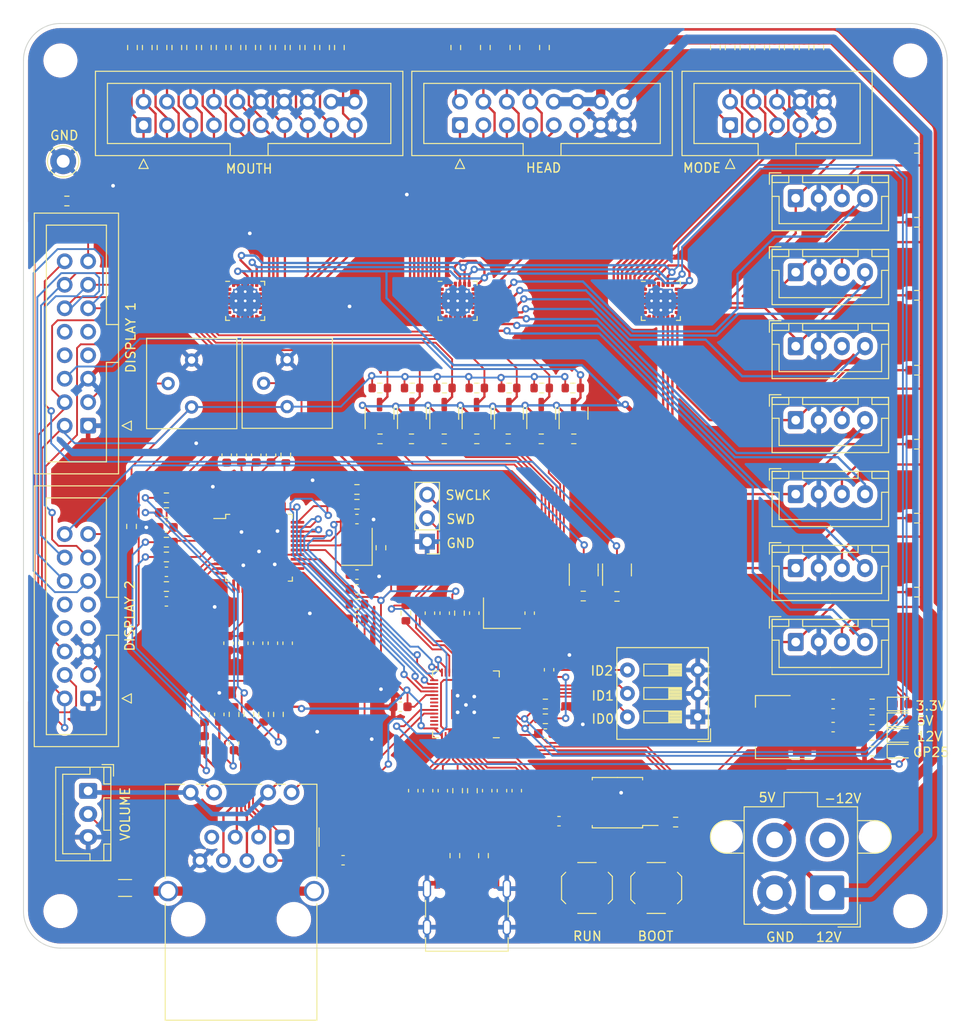
<source format=kicad_pcb>
(kicad_pcb (version 20221018) (generator pcbnew)
  (layers (0 "F.Cu" signal) (31 "B.Cu" signal) (34 "B.Paste" user) (35 "F.Paste" user) (36 "B.SilkS" user "B.Silkscreen") (37 "F.SilkS" user "F.Silkscreen") (38 "B.Mask" user) (39 "F.Mask" user) (44 "Edge.Cuts" user))
  (net 0 "")
  (net 1 "W1")
  (net 2 "B1")
  (net 3 "W2")
  (net 4 "B2")
  (net 5 "W3")
  (net 6 "B3")
  (net 7 "W4")
  (net 8 "B4")
  (net 9 "W5")
  (net 10 "B5")
  (net 11 "R1")
  (net 12 "R2")
  (net 13 "R3")
  (net 14 "R4")
  (net 15 "+5V")
  (net 16 "R5")
  (net 17 "SCL")
  (net 18 "+3.3V")
  (net 19 "SDA")
  (net 21 "BUTTON1_LED")
  (net 22 "BUTTON2_LED")
  (net 23 "BUTTON3_LED")
  (net 24 "BUTTON4_LED")
  (net 25 "BUTTON5_LED")
  (net 26 "BUTTON6_LED")
  (net 27 "BUTTON7_LED")
  (net 29 "+12V")
  (net 30 "-12V")
  (net 31 "Net-(U5-XIN)")
  (net 32 "Net-(C4-Pad1)")
  (net 33 "+1V1")
  (net 34 "Net-(C17-Pad1)")
  (net 35 "RXP")
  (net 36 "Net-(J9-RD+)")
  (net 37 "Net-(J9-RD-)")
  (net 38 "RXN")
  (net 39 "Net-(J9-TCT)")
  (net 40 "Net-(U6-XI{slash}CLKIN)")
  (net 41 "Net-(U6-XO)")
  (net 42 "+3.3VA")
  (net 43 "Net-(U6-TOCAP)")
  (net 44 "Net-(U6-1V2O)")
  (net 45 "RCT")
  (net 46 "Net-(D3-K)")
  (net 47 "Net-(D4-K)")
  (net 48 "Net-(D7-K)")
  (net 49 "Net-(D8-K)")
  (net 50 "Net-(D8-A)")
  (net 51 "D1")
  (net 52 "LAMP")
  (net 53 "D2")
  (net 54 "M1")
  (net 55 "D3")
  (net 56 "M2")
  (net 57 "D4")
  (net 58 "M3")
  (net 59 "D5")
  (net 60 "D6")
  (net 61 "/SWD")
  (net 62 "/SWCLK")
  (net 63 "Net-(J7-VBUS-PadA4)")
  (net 64 "Net-(J7-CC1)")
  (net 65 "D+")
  (net 66 "D-")
  (net 68 "Net-(J7-CC2)")
  (net 70 "TXP")
  (net 71 "TXN")
  (net 72 "Net-(J9-Pad9)")
  (net 73 "Net-(J9-Pad11)")
  (net 74 "/RUN")
  (net 75 "Net-(R4-Pad2)")
  (net 76 "Net-(U5-XOUT)")
  (net 77 "Net-(U5-USB_DP)")
  (net 78 "Net-(U5-USB_DM)")
  (net 79 "ACTn")
  (net 80 "LINKn")
  (net 81 "/CS_0")
  (net 82 "/GPIO21")
  (net 83 "/GPIO20")
  (net 84 "Net-(U6-TXN)")
  (net 85 "Net-(U6-TXP)")
  (net 86 "Net-(U6-RXN)")
  (net 87 "Net-(U6-RXP)")
  (net 88 "Net-(U6-EXRES1)")
  (net 89 "/QSPI_SS")
  (net 90 "/~{USB_BOOT}")
  (net 91 "ID2")
  (net 92 "ID1")
  (net 93 "ID0")
  (net 94 "/GPIO0")
  (net 95 "/GPIO1")
  (net 96 "SW1")
  (net 97 "SW6")
  (net 98 "SW2")
  (net 99 "Net-(J16-Pin_16)")
  (net 100 "SW7")
  (net 101 "SW3")
  (net 102 "SW8")
  (net 103 "SW4")
  (net 104 "/GPIO16")
  (net 105 "/GPIO18")
  (net 106 "/GPIO19")
  (net 107 "/GPIO22")
  (net 110 "/GPIO27_ADC1")
  (net 111 "/GPIO28_ADC2")
  (net 113 "/QSPI_SD3")
  (net 114 "/QSPI_SCLK")
  (net 115 "/QSPI_SD0")
  (net 116 "/QSPI_SD2")
  (net 117 "/QSPI_SD1")
  (net 132 "SW5")
  (net 134 "VOLUME")
  (net 135 "GND")
  (net 143 "BUTTON1")
  (net 144 "BUTTON2")
  (net 145 "BUTTON3")
  (net 146 "BUTTON4")
  (net 147 "BUTTON5")
  (net 148 "BUTTON6")
  (net 149 "BUTTON7")
  (net 152 "Net-(J17-Pin_16)")
  (net 153 "Net-(J16-Pin_3)")
  (net 154 "DB4")
  (net 155 "DB5")
  (net 156 "DB6")
  (net 157 "DB7")
  (net 158 "Net-(J16-Pin_15)")
  (net 159 "Net-(J17-Pin_15)")
  (net 160 "Net-(J17-Pin_3)")
  (net 161 "LCD_RS")
  (net 162 "LCD_E1")
  (net 163 "LCD_E2")
  (net 164 "Net-(Q1-B)")
  (net 165 "Net-(Q10-B)")
  (net 166 "BACKLIGHT_1")
  (net 167 "BACKLIGHT_2")
  (net 168 "DB7_LO")
  (net 169 "DB6_LO")
  (net 170 "DB5_LO")
  (net 171 "DB4_LO")
  (net 172 "LCD_RS_LO")
  (net 173 "LCD_E1_LO")
  (net 174 "LCD_E2_LO")
  (footprint "Package_TO_SOT_SMD:SOT-23" (layer "F.Cu") (at 60.65 59.1 90)
    (fp_text reference "Q10" hide)
    (fp_text value "MMBT2222")
  )
  (footprint "Resistor_SMD:R_0603_1608Metric" (layer "F.Cu") (at 96.7 61.5)
    (fp_text reference "R66" hide)
    (fp_text value "5.1k")
  )
  (footprint "Resistor_SMD:R_0603_1608Metric" (layer "F.Cu") (at 22.8 74.725 90)
    (fp_text reference "R46" hide)
    (fp_text value "49.9")
  )
  (footprint "Package_TO_SOT_SMD:SOT-23" (layer "F.Cu") (at 42.05 42.15 90)
    (fp_text reference "Q7" hide)
    (fp_text value "BSS138")
  )
  (footprint "Resistor_SMD:R_0603_1608Metric" (layer "F.Cu") (at 23 2.6 90)
    (fp_text reference "R32" hide)
    (fp_text value "5.1k")
  )
  (footprint "Connector_IDC:IDC-Header_2x08_P2.54mm_Vertical" (layer "F.Cu") (at 47.25 11 90)
    (fp_text reference "J1" hide)
    (fp_text value "HEAD_LEDS")
  )
  (footprint "Resistor_SMD:R_0603_1608Metric" (layer "F.Cu") (at 18.2 2.6 90)
    (fp_text reference "R7" hide)
    (fp_text value "5.1k")
  )
  (footprint "Package_DFN_QFN:QFN-56-1EP_7x7mm_P0.4mm_EP3.2x3.2mm" (layer "F.Cu") (at 47.9 73.6375 180)
    (fp_text reference "U5" hide)
    (fp_text value "RP2040")
  )
  (footprint "MountingHole:MountingHole_3.2mm_M3" (layer "F.Cu") (at 96 4)
    (fp_text reference "H2" hide)
    (fp_text value "MountingHole")
  )
  (footprint "Resistor_SMD:R_0603_1608Metric" (layer "F.Cu") (at 96.7 45.5)
    (fp_text reference "R64" hide)
    (fp_text value "5.1k")
  )
  (footprint "Button_Switch_THT:SW_DIP_SPSTx03_Slide_9.78x9.8mm_W7.62mm_P2.54mm" (layer "F.Cu") (at 73 75 180)
    (fp_text reference "SW1" hide)
    (fp_text value "SW_DIP_x03")
  )
  (footprint "Resistor_SMD:R_0603_1608Metric" (layer "F.Cu") (at 56.05 44.925 180)
    (fp_text reference "R81" hide)
    (fp_text value "10k")
  )
  (footprint "Resistor_SMD:R_0603_1608Metric" (layer "F.Cu") (at 16.6 2.6 90)
    (fp_text reference "R22" hide)
    (fp_text value "5.1k")
  )
  (footprint "Resistor_SMD:R_0603_1608Metric" (layer "F.Cu") (at 45.55 44.925 180)
    (fp_text reference "R87" hide)
    (fp_text value "10k")
  )
  (footprint "Connector_USB:USB_C_Receptacle_Palconn_UTC16-G" (layer "F.Cu") (at 48 95.5)
    (fp_text reference "J7" hide)
    (fp_text value "USB_C_Receptacle_USB2.0")
  )
  (footprint "Connector_JST:JST_XH_B4B-XH-A_1x04_P2.50mm_Vertical" (layer "F.Cu") (at 83.6 18.9)
    (fp_text reference "J6" hide)
    (fp_text value "BUTTON_1")
  )
  (footprint "Resistor_SMD:R_0603_1608Metric" (layer "F.Cu") (at 24.6 2.6 90)
    (fp_text reference "R9" hide)
    (fp_text value "5.1k")
  )
  (footprint "Potentiometer_THT:Potentiometer_Bourns_3386P_Vertical" (layer "F.Cu") (at 18.2 36.4 180)
    (fp_text reference "RV1" hide)
    (fp_text value "10k")
  )
  (footprint "Resistor_SMD:R_0603_1608Metric" (layer "F.Cu") (at 13.4 2.6 90)
    (fp_text reference "R21" hide)
    (fp_text value "5.1k")
  )
  (footprint "Resistor_SMD:R_0603_1608Metric" (layer "F.Cu") (at 46.7 90 -90)
    (fp_text reference "R24" hide)
    (fp_text value "5.1k")
  )
  (footprint "Resistor_SMD:R_0603_1608Metric" (layer "F.Cu") (at 49.075 39.425)
    (fp_text reference "R86" hide)
    (fp_text value "10k")
  )
  (footprint "Capacitor_SMD:C_0603_1608Metric" (layer "F.Cu") (at 51.8 82.975 -90)
    (fp_text reference "C18" hide)
    (fp_text value "100n")
  )
  (footprint "Resistor_SMD:R_0603_1608Metric" (layer "F.Cu") (at 91.875 73.6 180)
    (fp_text reference "R14" hide)
    (fp_text value "470")
  )
  (footprint "Package_TO_SOT_SMD:SOT-23" (layer "F.Cu") (at 49.05 42.1625 90)
    (fp_text reference "Q5" hide)
    (fp_text value "BSS138")
  )
  (footprint "Resistor_SMD:R_0603_1608Metric" (layer "F.Cu") (at 49.8 90 -90)
    (fp_text reference "R25" hide)
    (fp_text value "5.1k")
  )
  (footprint "Inductor_SMD:L_0603_1608Metric" (layer "F.Cu") (at 22 46.7125 90)
    (fp_text reference "FB1" hide)
    (fp_text value "FerriteBead")
  )
  (footprint "Resistor_SMD:R_0603_1608Metric" (layer "F.Cu") (at 53.2 2.6 90)
    (fp_text reference "R74" hide)
    (fp_text value "5.1k")
  )
  (footprint "LED_SMD:LED_0603_1608Metric" (layer "F.Cu") (at 94.9875 78.7)
    (fp_text reference "D8" hide)
    (fp_text value "LED")
  )
  (footprint "MountingHole:MountingHole_3.2mm_M3" (layer "F.Cu") (at 4 96)
    (fp_text reference "H1" hide)
    (fp_text value "MountingHole")
  )
  (footprint "Resistor_SMD:R_0603_1608Metric" (layer "F.Cu") (at 47.2 63.775 90)
    (fp_text reference "R5" hide)
    (fp_text value "1k")
  )
  (footprint "Capacitor_SMD:C_0603_1608Metric" (layer "F.Cu") (at 25.4 67.025 -90)
    (fp_text reference "C36" hide)
    (fp_text value "4.7u")
  )
  (footprint "Package_TO_SOT_SMD:SOT-23" (layer "F.Cu") (at 59.55 42.1625 90)
    (fp_text reference "Q8" hide)
    (fp_text value "BSS138")
  )
  (footprint "Package_TO_SOT_SMD:SOT-223-3_TabPin2" (layer "F.Cu") (at 81.15 76.1 180)
    (fp_text reference "U4" hide)
    (fp_text value "AMS1117-3.3")
  )
  (footprint "Resistor_SMD:R_0603_1608Metric" (layer "F.Cu") (at 15 2.6 90)
    (fp_text reference "R6" hide)
    (fp_text value "5.1k")
  )
  (footprint "Connector_IDC:IDC-Header_2x08_P2.54mm_Vertical" (layer "F.Cu") (at 7 43.5 180)
    (fp_text reference "J16" hide)
    (fp_text value "DISPLAY_1")
  )
  (footprint "Capacitor_SMD:C_0603_1608Metric" (layer "F.Cu") (at 45.4 82.975 -90)
    (fp_text reference "C8" hide)
    (fp_text value "1u")
  )
  (footprint "Connector_JST:JST_XH_B4B-XH-A_1x04_P2.50mm_Vertical" (layer "F.Cu") (at 83.6 34.9)
    (fp_text reference "J10" hide)
    (fp_text value "BUTTON_3")
  )
  (footprint "MountingHole:MountingHole_3.2mm_M3" (layer "F.Cu") (at 4 4)
    (fp_text reference "H4" hide)
    (fp_text value "MountingHole")
  )
  (footprint "Resistor_SMD:R_0603_1608Metric" (layer "F.Cu") (at 38.575 39.425)
    (fp_text reference "R94" hide)
    (fp_text value "10k")
  )
  (footprint "Resistor_SMD:R_0603_1608Metric" (layer "F.Cu") (at 52.475 44.925 180)
    (fp_text reference "R83" hide)
    (fp_text value "10k")
  )
  (footprint "Resistor_SMD:R_0603_1608Metric" (layer "F.Cu") (at 49.075 44.925 180)
    (fp_text reference "R85" hide)
    (fp_text value "10k")
  )
  (footprint "Potentiometer_THT:Potentiometer_Bourns_3386P_Vertical" (layer "F.Cu") (at 28.54 36.36 180)
    (fp_text reference "RV2" hide)
    (fp_text value "10k")
  )
  (footprint "Crystal:Crystal_SMD_3225-4Pin_3.2x2.5mm" (layer "F.Cu") (at 51.8 63.775)
    (fp_text reference "Y1" hide)
    (fp_text value "12MHz")
  )
  (footprint "Connector_JST:JST_XH_B3B-XH-A_1x03_P2.50mm_Vertical" (layer "F.Cu") (at 7 83 -90)
    (fp_text reference "J15" hide)
    (fp_text value "VOLUME")
  )
  (footprint "Capacitor_SMD:C_0603_1608Metric" (layer "F.Cu") (at 23.8 67.025 -90)
    (fp_text reference "C32" hide)
    (fp_text value "100n")
  )
  (footprint "Resistor_SMD:R_0603_1608Metric" (layer "F.Cu") (at 82.9 2.6 90)
    (fp_text reference "R51" hide)
    (fp_text value "5.1k")
  )
  (footprint "Capacitor_SMD:C_0603_1608Metric" (layer "F.Cu") (at 36.1 61.2)
    (fp_text reference "C26" hide)
    (fp_text value "100n")
  )
  (footprint "Capacitor_SMD:C_0603_1608Metric" (layer "F.Cu") (at 42.2 82.975 -90)
    (fp_text reference "C16" hide)
    (fp_text value "100n")
  )
  (footprint "Button_Switch_SMD:SW_SPST_TL3342" (layer "F.Cu") (at 61 93.5 90)
    (fp_text reference "SW2" hide)
    (fp_text value "SW_Push")
  )
  (footprint "Resistor_SMD:R_0603_1608Metric" (layer "F.Cu") (at 96.7 37.5)
    (fp_text reference "R63" hide)
    (fp_text value "5.1k")
  )
  (footprint "Resistor_SMD:R_0603_1608Metric" (layer "F.Cu") (at 96.7 53.5)
    (fp_text reference "R65" hide)
    (fp_text value "5.1k")
  )
  (footprint "Resistor_SMD:R_0603_1608Metric" (layer "F.Cu") (at 48.6 82.975 90)
    (fp_text reference "R15" hide)
    (fp_text value "27")
  )
  (footprint "Connector_JST:JST_XH_B4B-XH-A_1x04_P2.50mm_Vertical" (layer "F.Cu") (at 83.6 26.9)
    (fp_text reference "J8" hide)
    (fp_text value "BUTTON_2")
  )
  (footprint "Resistor_SMD:R_0603_1608Metric" (layer "F.Cu") (at 41.4 63.775 90)
    (fp_text reference "R4" hide)
    (fp_text value "1k")
  )
  (footprint "Resistor_SMD:R_0603_1608Metric" (layer "F.Cu") (at 36.1 62.8)
    (fp_text reference "R23" hide)
    (fp_text value "470")
  )
  (footprint "Button_Switch_SMD:SW_SPST_TL3342" (layer "F.Cu") (at 68.5 93.5 90)
    (fp_text reference "SW3" hide)
    (fp_text value "SW_Push")
  )
  (footprint "Package_SO:SOIC-8_5.23x5.23mm_P1.27mm" (layer "F.Cu") (at 64.3 84.275 180)
    (fp_text reference "U12" hide)
    (fp_text value "W25Q128JVS")
  )
  (footprint "LED_SMD:LED_0603_1608Metric" (layer "F.Cu") (at 95 73.6)
    (fp_text reference "D7" hide)
    (fp_text value "LED")
  )
  (footprint "Resistor_SMD:R_0603_1608Metric" (layer "F.Cu") (at 19.8 2.6 90)
    (fp_text reference "R28" hide)
    (fp_text value "5.1k")
  )
  (footprint "Capacitor_SMD:C_0603_1608Metric" (layer "F.Cu") (at 21.2 74.725 -90)
    (fp_text reference "C38" hide)
    (fp_text value "100n")
  )
  (footprint "Resistor_SMD:R_0603_1608Metric" (layer "F.Cu") (at 26.2 2.6 90)
    (fp_text reference "R33" hide)
    (fp_text value "5.1k")
  )
  (footprint "Capacitor_SMD:C_0603_1608Metric" (layer "F.Cu") (at 19.6 77.85 90)
    (fp_text reference "C21" hide)
    (fp_text value "6.8n")
  )
  (footprint "Resistor_SMD:R_0603_1608Metric" (layer "F.Cu") (at 60.6 61.925 180)
    (fp_text reference "R80" hide)
    (fp_text value "470")
  )
  (footprint "Capacitor_SMD:C_0603_1608Metric" (layer "F.Cu") (at 22.8 77.825 -90)
    (fp_text reference "C20" hide)
    (fp_text value "6.8n")
  )
  (footprint "Resistor_SMD:R_0603_1608Metric" (layer "F.Cu") (at 56.5 73.6)
    (fp_text reference "R1" hide)
    (fp_text value "5.1k")
  )
  (footprint "Connector_IDC:IDC-Header_2x10_P2.54mm_Vertical" (layer "F.Cu") (at 13 11 90)
    (fp_text reference "J2" hide)
    (fp_text value "MOUTH_LEDS")
  )
  (footprint "Connector_JST:JST_XH_B4B-XH-A_1x04_P2.50mm_Vertical" (layer "F.Cu") (at 83.6 66.9)
    (fp_text reference "J14" hide)
    (fp_text value "BUTTON_7")
  )
  (footprint "MountingHole:MountingHole_3.2mm_M3" (layer "F.Cu") (at 96 96)
    (fp_text reference "H3" hide)
    (fp_text value "MountingHole")
  )
  (footprint "Package_QFP:LQFP-48_7x7mm_P0.5mm" (layer "F.Cu") (at 25.5 56.7)
    (fp_text reference "U6" hide)
    (fp_text value "W5500")
  )
  (footprint "Connector_JST:JST_XH_B4B-XH-A_1x04_P2.50mm_Vertical" (layer "F.Cu") (at 83.6 50.9)
    (fp_text reference "J12" hide)
    (fp_text value "BUTTON_5")
  )
  (footprint "Resistor_SMD:R_0603_1608Metric" (layer "F.Cu") (at 24.4 74.725 90)
    (fp_text reference "R38" hide)
    (fp_text value "49.9")
  )
  (footprint "Resistor_SMD:R_0603_1608Metric" (layer "F.Cu") (at 42 44.925 180)
    (fp_text reference "R89" hide)
    (fp_text value "10k")
  )
  (footprint "Capacitor_SMD:C_0603_1608Metric" (layer "F.Cu") (at 36.1 53.6)
    (fp_text reference "C28" hide)
    (fp_text value "18p")
  )
  (footprint "Resistor_SMD:R_0603_1608Metric" (layer "F.Cu") (at 15.475 51.3 180)
    (fp_text reference "R39" hide)
    (fp_text value "4.7")
  )
  (footprint "Resistor_SMD:R_0603_1608Metric" (layer "F.Cu") (at 27.8 2.6 90)
    (fp_text reference "R10" hide)
    (fp_text value "5.1k")
  )
  (footprint "Capacitor_SMD:C_0603_1608Metric" (layer "F.Cu") (at 27 67.025 -90)
    (fp_text reference "C30" hide)
    (fp_text value "100n")
  )
  (footprint "Resistor_SMD:R_0603_1608Metric" (layer "F.Cu") (at 91.8625 77 180)
    (fp_text reference "R11" hide)
    (fp_text value "2.2k")
  )
  (footprint "Resistor_SMD:R_0603_1608Metric" (layer "F.Cu") (at 36.1 52 180)
    (fp_text reference "R29" hide)
    (fp_text value "4.7k")
  )
  (footprint "Resistor_SMD:R_0603_1608Metric" (layer "F.Cu") (at 15.475 57.7)
    (fp_text reference "R42" hide)
    (fp_text value "4.7")
  )
  (footprint "Capacitor_SMD:C_0603_1608Metric" (layer "F.Cu") (at 87.65 76.1)
    (fp_text reference "C9" hide)
    (fp_text value "10u")
  )
  (footprint "Package_TO_SOT_SMD:SOT-23" (layer "F.Cu") (at 45.55 42.1625 90)
    (fp_text reference "Q6" hide)
    (fp_text value "BSS138")
  )
  (footprint "Resistor_SMD:R_0603_1608Metric" (layer "F.Cu") (at 59.475 39.425)
    (fp_text reference "R93" hide)
    (fp_text value "10k")
  )
  (footprint "Resistor_SMD:R_0603_1608Metric" (layer "F.Cu") (at 4.7 19.2)
    (fp_text reference "R77" hide)
    (fp_text value "220")
  )
  (footprint "Capacitor_SMD:C_0603_1608Metric" (layer "F.Cu") (at 53.4 82.975 -90)
    (fp_text reference "C7" hide)
    (fp_text value "100n")
  )
  (footprint "Capacitor_SMD:C_0603_1608Metric" (layer "F.Cu") (at 43.8 82.975 -90)
    (fp_text reference "C11" hide)
    (fp_text value "1u")
  )
  (footprint "Crystal:Crystal_SMD_3225-4Pin_3.2x2.5mm" (layer "F.Cu") (at 36.1 56.6 90)
    (fp_text reference "Y2" hide)
    (fp_text value "25MHz")
  )
  (footprint "Resistor_SMD:R_0603_1608Metric" (layer "F.Cu") (at 11.7 54.4 -90)
    (fp_text reference "R78" hide)
    (fp_text value "220")
  )
  (footprint "Capacitor_SMD:C_0603_1608Metric" (layer "F.Cu") (at 36.1 59.6 180)
    (fp_text reference "C27" hide)
    (fp_text value "18p")
  )
  (footprint "Capacitor_SMD:C_0603_1608Metric" (layer "F.Cu") (at 22.2 67.025 -90)
    (fp_text reference "C33" hide)
    (fp_text value "100n")
  )
  (footprint "Resistor_SMD:R_0603_1608Metric" (layer "F.Cu") (at 45.575 39.425)
    (fp_text reference "R88" hide)
    (fp_text value "10k")
  )
  (footprint "Capacitor_SMD:C_0603_1608Metric" (layer "F.Cu") (at 15.475 59.3 180)
    (fp_text reference "C35" hide)
    (fp_text value "100n")
  )
  (footprint "Resistor_SMD:R_0603_1608Metric" (layer "F.Cu") (at 50 2.6 90)
    (fp_text reference "R73" hide)
    (fp_text value "5.1k")
  )
  (footprint "Resistor_SMD:R_0603_1608Metric" (layer "F.Cu") (at 36.1 50.4 180)
    (fp_text reference "R30" hide)
    (fp_text value "4.7k")
  )
  (footprint "Resistor_SMD:R_0603_1608Metric" (layer "F.Cu") (at 52.575 39.425)
    (fp_text reference "R84" hide)
    (fp_text value "10k")
  )
  (footprint "Resistor_SMD:R_0603_1608Metric" (layer "F.Cu") (at 59.575 44.925 180)
    (fp_text reference "R90" hide)
    (fp_text value "10k")
  )
  (footprint "Resistor_SMD:R_0603_1608Metric" (layer "F.Cu") (at 42.075 39.425)
    (fp_text reference "R92" hide)
    (fp_text value "10k")
  )
  (footprint "Capacitor_SMD:C_0603_1608Metric" (layer "F.Cu") (at 45.6 63.775 90)
    (fp_text reference "C13" hide)
    (fp_text value "100n")
  )
  (footprint "Capacitor_SMD:C_0603_1608Metric" (layer "F.Cu") (at 40.8 73.9 180)
    (fp_text reference "C10" hide)
    (fp_text value "100n")
  )
  (footprint "Package_TO_SOT_SMD:SOT-23" (layer "F.Cu") (at 56.05 42.1625 90)
    (fp_text reference "Q3" hide)
    (fp_text value "BSS138")
  )
  (footprint "Resistor_SMD:R_0603_1608Metric" (layer "F.Cu") (at 70.6 86.375)
    (fp_text reference "R52" hide)
    (fp_text value "1k")
  )
  (footprint "Resistor_SMD:R_0603_1608Metric" (layer "F.Cu") (at 29.4 2.6 90)
    (fp_text reference "R13" hide)
    (fp_text value "5.1k")
  )
  (footprint "Resistor_SMD:R_0603_1608Metric" (layer "F.Cu") (at 56.5 75.2)
    (fp_text reference "R2" hide)
    (fp_text value "5.1k")
  )
  (footprint "Package_TO_SOT_SMD:SOT-23" (layer "F.Cu") (at 52.55 42.1625 90)
    (fp_text reference "Q4" hide)
    (fp_text value "BSS138")
  )
  (footprint "Resistor_SMD:R_0603_1608Metric" (layer "F.Cu") (at 15.475 52.9)
    (fp_text reference "R40" hide)
    (fp_text value "4.7")
  )
  (footprint "Resistor_SMD:R_0603_1608Metric" (layer "F.Cu") (at 64.25 61.9625 180)
    (fp_text reference "R79" hide)
    (fp_text value "470")
  )
  (footprint "Resistor_SMD:R_0603_1608Metric" (layer "F.Cu") (at 96.7 21.5)
    (fp_text reference "R61" hide)
    (fp_text value "5.1k")
  )
  (footprint "Resistor_SMD:R_0603_1608Metric" (layer "F.Cu") (at 31 2.6 90)
    (fp_text reference "R17" hide)
    (fp_text value "5.1k")
  )
  (footprint "Resistor_SMD:R_0603_1608Metric" (layer "F.Cu") (at 26 74.725 90)
    (fp_text reference "R27" hide)
    (fp_text value "10")
  )
  (footprint "Capacitor_SMD:C_0603_1608Metric" (layer "F.Cu") (at 34.6 90.5 180)
    (fp_text reference "C23" hide)
    (fp_text value "22n")
  )
  (footprint "Capacitor_SMD:C_0603_1608Metric" (layer "F.Cu") (at 50.2 82.975 -90)
    (fp_text reference "C15" hide)
    (fp_text value "100n")
  )
  (footprint "Resistor_SMD:R_0603_1608Metric" (layer "F.Cu") (at 81.3 2.6 90)
    (fp_text reference "R37" hide)
    (fp_text value "5.1k")
  )
  (footprint "Resistor_SMD:R_0603_1608Metric" (layer "F.Cu") (at 96.7 13.5)
    (fp_text reference "R60" hide)
    (fp_text value "5.1k")
  )
  (footprint "Resistor_SMD:R_0603_1608Metric" (layer "F.Cu") (at 78.1 2.6 90)
    (fp_text reference "R36" hide)
    (fp_text value "5.1k")
  )
  (footprint "Resistor_SMD:R_0603_1608Metric" (layer "F.Cu") (at 15.475 60.9)
    (fp_text reference "R43" hide)
    (fp_text value "12.4k")
  )
  (footprint "Resistor_SMD:R_0603_1608Metric" (layer "F.Cu") (at 11.8 2.6 90)
    (fp_text reference "R3" hide)
    (fp_text value "5.1k")
  )
  (footprint "Resistor_SMD:R_0603_1608Metric" (layer "F.Cu") (at 28.4 46.7 -90)
    (fp_text reference "R31" hide)
    (fp_text value "4.7k")
  )
  (footprint "LED_SMD:LED_0603_1608Metric" (layer "F.Cu") (at 94.9875 77)
    (fp_text reference "D3" hide)
    (fp_text value "LED")
  )
  (footprint "Capacitor_SMD:C_0603_1608Metric" (layer "F.Cu") (at 56.9 69.9 90)
    (fp_text reference "C12" hide)
    (fp_text value "100n")
  )
  (footprint "Resistor_SMD:R_0603_1608Metric" (layer "F.Cu") (at 21.4 2.6 90)
    (fp_text reference "R8" hide)
    (fp_text value "5.1k")
  )
  (footprint "Resistor_SMD:R_0603_1608Metric" (layer "F.Cu") (at 79.7 2.6 90)
    (fp_text reference "R50" hide)
    (fp_text value "5.1k")
  )
  (footprint "Capacitor_SMD:C_0603_1608Metric" (layer "F.Cu") (at 28.6 67.025 -90)
    (fp_text reference "C37" hide)
    (fp_text value "100n")
  )
  (footprint "Capacitor_SMD:C_0603_1608Metric" (layer "F.Cu") (at 48.8 63.775 90)
    (fp_text reference "C4" hide)
    (fp_text value "27p")
  )
  (footprint "Resistor_SMD:R_0603_1608Metric" (layer "F.Cu") (at 91.8625 75.3 180)
    (fp_text reference "R12" hide)
    (fp_text value "1k")
  )
  (footprint "Package_DFN_QFN:TQFN-24-1EP_4x4mm_P0.5mm_EP2.6x2.6mm_ThermalVias" (layer "F.Cu") (at 47 30)
    (fp_text reference "U2" hide)
    (fp_text value "~")
  )
  (footprint "Connector_IDC:IDC-Header_2x05_P2.54mm_Vertical" (layer "F.Cu") (at 76.5 11 90)
    (fp_text reference "J5" hide)
    (fp_text value "ROTARY_SWITCH")
  )
  (footprint "Capacitor_SMD:C_0603_1608Metric" (layer "F.Cu") (at 56.5 76.8)
    (fp_text reference "C14" hide)
    (fp_text value "100n")
  )
  (footprint "Capacitor_SMD:C_0603_1608Metric" (layer "F.Cu") (at 23.6 46.7 90)
    (fp_text reference "C22" hide)
    (fp_text value "100n")
  )
  (footprint "Package_DFN_QFN:TQFN-24-1EP_4x4mm_P0.5mm_EP2.6x2.6mm_ThermalVias" (layer "F.Cu") (at 69 30)
    (fp_text reference "U3" hide)
    (fp_text value "~")
  )
  (footprint "Capacitor_SMD:C_0603_1608Metric" (layer "F.Cu") (at 54.8 63.775 90)
    (fp_text reference "C3" hide)
    (fp_text value "27p")
  )
  (footprint "Resistor_SMD:R_0603_1608Metric" (layer "F.Cu") (at 19.6 74.75 90)
    (fp_text reference "R45" hide)
    (fp_text value "49.9")
  )
  (footprint "Capacitor_SMD:C_0603_1608Metric" (layer "F.Cu") (at 87.65 73.6)
    (fp_text reference "C6" hide)
    (fp_text value "10u")
  )
  (footprint "Capacitor_SMD:C_0603_1608Metric" (layer "F.Cu") (at 44 63.775 90)
    (fp_text reference "C5" hide)
    (fp_text value "100n")
  )
  (footprint "Connector_Molex:Molex_Mega-Fit_76829-0004_2x02_P5.70mm_Vertical" (layer "F.Cu") (at 87 94 180)
    (fp_text reference "J3" hide)
    (fp_text value "76829-0004")
  )
  (footprint "Resistor_SMD:R_0603_1608Metric" (layer "F.Cu") (at 38.6 44.925 180)
    (fp_text reference "R91" hide)
    (fp_text value "10k")
  )
  (footprint "Resistor_SMD:R_0603_1608Metric" (layer "F.Cu") (at 91.875 78.7 180)
    (fp_text reference "R19" hide)
    (fp_text value "470")
  )
  (footprint "Capacitor_SMD:C_0603_1608Metric" (layer "F.Cu") (at 57.975 86.275 180)
    (fp_text reference "C48" hide)
    (fp_text value "100n")
  )
  (footprint "Resistor_SMD:R_0603_1608Metric" (layer "F.Cu") (at 46.8 2.6 90)
    (fp_text reference "R76" hide)
    (fp_text value "5.1k")
  )
  (footprint "Package_DFN_QFN:TQFN-24-1EP_4x4mm_P0.5mm_EP2.6x2.6mm_ThermalVias" (layer "F.Cu") (at 24 30)
    (fp_text reference "U1" hide)
    (fp_text value "~")
  )
  (footprint "Resistor_SMD:R_0603_1608Metric" (layer "F.Cu") (at 96.7 29.4)
    (fp_text reference "R62" hide)
    (fp_text value "5.1k")
  )
  (footprint "Resistor_SMD:R_0603_1608Metric" (layer "F.Cu") (at 38.7 56.7 -90)
    (fp_text reference "R34" hide)
    (fp_text value "1M")
  )
  (footprint "Resistor_SMD:R_0603_1608Metric" (layer "F.Cu") (at 86.1 2.6 90)
    (fp_text reference "R48" hide)
    (fp_text value "5.1k")
  )
  (footprint "LED_SMD:LED_0603_1608Metric" (layer "F.Cu") (at 94.9875 75.3)
    (fp_text reference "D4" hide)
    (fp_text value "LED")
  )
  (footprint "Capacitor_SMD:C_0603_1608Metric" (layer "F.Cu") (at 25.2 46.7 90)
    (fp_text reference "C19" hide)
    (fp_text value "100n")
  )
  (footprint "Capacitor_SMD:C_0603_1608Metric" (layer "F.Cu") (at 15.475 54.5 180)
    (fp_text reference "C31" hide)
    (fp_text value "100n")
  )
  (footprint "Connector_JST:JST_XH_B4B-XH-A_1x04_P2.50mm_Vertical" (layer "F.Cu") (at 83.6 58.9)
    (fp_text reference "J13" hide)
    (fp_text value "BUTTON_6")
  )
  (footprint "Resistor_SMD:R_0603_1608Metric" (layer "F.Cu") (at 36.1 64.4)
    (fp_text reference "R26" hide)
    (fp_text value "470")
  )
  (footprint "Capacitor_SMD:C_0603_1608Metric" (layer "F.Cu") (at 15.475 62.5 180)
    (fp_text reference "C34" hide)
    (fp_text value "100n")
  )
  (footprint "Connector_PinHeader_2.54mm:PinHeader_1x03_P2.54mm_Vertical" (layer "F.Cu") (at 43.7 56.04 180)
    (fp_text reference "J4" hide)
    (fp_text value "Conn_01x03")
  )
  (footprint "Resistor_SMD:R_0603_1608Metric" (layer "F.Cu") (at 34.2 2.6 90)
    (fp_text reference "R20" hide)
    (fp_text value "5.1k")
  )
  (footprint "Resistor_SMD:R_0603_1608Metric" (layer "F.Cu") (at 74.9 2.6 90)
    (fp_text reference "R35" hide)
    (fp_text value "5.1k")
  )
  (footprint "Resistor_SMD:R_0603_1608Metric" (layer "F.Cu") (at 15.475 56.1 180)
    (fp_text reference "R41" hide)
    (fp_text value "4.7")
  )
  (footprint "Resistor_SMD:R_0603_1608Metric" (layer "F.Cu") (at 76.5 2.6 90)
    (fp_text reference "R49" hide)
    (fp_text value "5.1k")
  )
  (footprint "Connector_JST:JST_XH_B4B-XH-A_1x04_P2.50mm_Vertical" (layer "F.Cu") (at 83.6 42.9)
    (fp_text reference "J11" hide)
    (fp_text value "BUTTON_4")
  )
  (footprint "Capacitor_SMD:C_0603_1608Metric" (layer "F.Cu") (at 26.8 46.7 90)
    (fp_text reference "C29" hide)
    (fp_text value "100n")
  )
  (footprint "Package_TO_SOT_SMD:SOT-23" (layer "F.Cu") (at 38.55 42.15 90)
    (fp_text reference "Q9" hide)
    (fp_text value "BSS138")
  )
  (footprint "Connector_RJ:RJ45_Wuerth_7499010121A_Horizontal" (layer "F.Cu") (at 28 88 -90)
    (fp_text reference "J9" hide)
    (fp_text value "RJ45_Wuerth_7499010121A")
  )
  (footprint "Capacitor_SMD:C_1206_3216Metric" (layer "F.Cu") (at 11 93.5 180)
    (fp_text reference "C17" hide)
    (fp_text value "1nF/2kV")
  )
  (footprint "TestPoint:TestPoint_Loop_D2.60mm_Drill1.4mm_Beaded" (layer "F.Cu") (at 4.3 14.9)
    (fp_text reference "TP1" hide)
    (fp_text value "TestPoint")
  )
  (footprint "Resistor_SMD:R_0603_1608Metric" (layer "F.Cu") (at 56.4 2.6 90)
    (fp_text reference "R75" hide)
    (fp_text value "5.1k")
  )
  (footprint "Resistor_SMD:R_0603_1608Metric" (layer "F.Cu") (at 56.1 39.425)
    (fp_text reference "R82" hide)
    (fp_text value "10k")
  )
  (footprint "Resistor_SMD:R_0603_1608Metric" (layer "F.Cu") (at 32.6 2.6 90)
    (fp_text reference "R18" hide)
    (fp_text value "5.1k")
  )
  (footprint "Resistor_SMD:R_0603_1608Metric" (layer "F.Cu") (at 47 82.975 90)
    (fp_text reference "R16" hide)
    (fp_text value "27")
  )
  (footprint "Resistor_SMD:R_0603_1608Metric" (layer "F.Cu") (at 27.6 74.725 90)
    (fp_text reference "R44" hide)
    (fp_text value "49.9")
  )
  (footprint "Package_TO_SOT_SMD:SOT-23" (layer "F.Cu") (at 64.25 59.1 90)
    (fp_text reference "Q1" hide)
    (fp_text value "MMBT2222")
  )
  (footprint "Connector_IDC:IDC-Header_2x08_P2.54mm_Vertical" (layer "F.Cu") (at 7 73 180)
    (fp_text reference "J17" hide)
    (fp_text value "DISPLAY_2")
  )
  (footprint "Resistor_SMD:R_0603_1608Metric" (layer "F.Cu") (at 84.5 2.6 90)
    (fp_text reference "R47" hide)
    (fp_text value "5.1k")
  )
  (gr_line (start 96 100) (end 4 100) (stroke (width 0.1)) (layer "Edge.Cuts"))
  (gr_arc (start 0 4) (mid 1.171573 1.171573) (end 4 0) (stroke (width 0.1)) (layer "Edge.Cuts"))
  (gr_line (start 4 0) (end 96 0) (stroke (width 0.1)) (layer "Edge.Cuts"))
  (gr_arc (start 100 96) (mid 98.828427 98.828427) (end 96 100) (stroke (width 0.1)) (layer "Edge.Cuts"))
  (gr_arc (start 4 100) (mid 1.171573 98.828427) (end 0 96) (stroke (width 0.1)) (layer "Edge.Cuts"))
  (gr_arc (start 96 0) (mid 98.828427 1.171573) (end 100 4) (stroke (width 0.1)) (layer "Edge.Cuts"))
  (gr_line (start 0 96) (end 0 4) (stroke (width 0.1)) (layer "Edge.Cuts"))
  (gr_line (start 100 96) (end 100 4) (stroke (width 0.1)) (layer "Edge.Cuts"))
  (gr_text "RUN" (at 59.4 99.3) (layer "F.SilkS") (effects (font (size 1 1)) (justify left bottom)))
  (gr_text "12V" (at 85.7 99.4) (layer "F.SilkS") (effects (font (size 1 1)) (justify left bottom)))
  (gr_text "ID0" (at 61.4 75.8) (layer "F.SilkS") (effects (font (size 1 1)) (justify left bottom)))
  (gr_text "SWCLK" (at 45.6 51.6) (layer "F.SilkS") (effects (font (size 1 1)) (justify left bottom)))
  (gr_text "BOOT" (at 66.4 99.3) (layer "F.SilkS") (effects (font (size 1 1)) (justify left bottom)))
  (gr_text "GP25" (at 96.2 79.4) (layer "F.SilkS") (effects (font (size 1 1)) (justify left bottom)))
  (gr_text "12V" (at 96.6 77.7) (layer "F.SilkS") (effects (font (size 1 1)) (justify left bottom)))
  (gr_text "GND" (at 45.7 56.8) (layer "F.SilkS") (effects (font (size 1 1)) (justify left bottom)))
  (gr_text "DISPLAY 1" (at 12.2 37.9 90) (layer "F.SilkS") (effects (font (size 1 1)) (justify left bottom)))
  (gr_text "5V" (at 96.6 76) (layer "F.SilkS") (effects (font (size 1 1)) (justify left bottom)))
  (gr_text "ID1" (at 61.4 73.3) (layer "F.SilkS") (effects (font (size 1 1)) (justify left bottom)))
  (gr_text "MOUTH" (at 21.8 16.3) (layer "F.SilkS") (effects (font (size 1 1)) (justify left bottom)))
  (gr_text "3.3V" (at 96.5 74.4) (layer "F.SilkS") (effects (font (size 1 1)) (justify left bottom)))
  (gr_text "VOLUME" (at 11.6 88.5 90) (layer "F.SilkS") (effects (font (size 1 1)) (justify left bottom)))
  (gr_text "DISPLAY 2" (at 12.1 68 90) (layer "F.SilkS") (effects (font (size 1 1)) (justify left bottom)))
  (gr_text "GND" (at 2.8 12.7) (layer "F.SilkS") (effects (font (size 1 1)) (justify left bottom)))
  (gr_text "ID2" (at 61.3 70.6) (layer "F.SilkS") (effects (font (size 1 1)) (justify left bottom)))
  (gr_text "MODE" (at 71.3 16.2) (layer "F.SilkS") (effects (font (size 1 1)) (justify left bottom)))
  (gr_text "-12V" (at 86.6 84.4) (layer "F.SilkS") (effects (font (size 1 1)) (justify left bottom)))
  (gr_text "HEAD" (at 54.3 16.2) (layer "F.SilkS") (effects (font (size 1 1)) (justify left bottom)))
  (gr_text "GND" (at 80.3 99.4) (layer "F.SilkS") (effects (font (size 1 1)) (justify left bottom)))
  (gr_text "5V" (at 79.5 84.3) (layer "F.SilkS") (effects (font (size 1 1)) (justify left bottom)))
  (gr_text "SWD" (at 45.7 54.2) (layer "F.SilkS") (effects (font (size 1 1)) (justify left bottom)))
  (segment (start 11.7 3.525) (end 11.7 9.7) (width 0.25) (layer "F.Cu") (net 1))
  (segment (start 13 24.336396) (end 21.063604 32.4) (width 0.25) (layer "F.Cu") (net 1))
  (segment (start 23.008363 32.4) (end 23.25 32.158363) (width 0.25) (layer "F.Cu") (net 1))
  (segment (start 13 11) (end 13 24.336396) (width 0.25) (layer "F.Cu") (net 1))
  (segment (start 23.25 32.158363) (end 23.25 31.7875) (width 0.25) (layer "F.Cu") (net 1))
  (segment (start 21.063604 32.4) (end 23.008363 32.4) (width 0.25) (layer "F.Cu") (net 1))
  (segment (start 11.7 9.7) (end 13 11) (width 0.25) (layer "F.Cu") (net 1))
  (segment (start 11.8 3.425) (end 11.7 3.525) (width 0.25) (layer "F.Cu") (net 1))
  (segment (start 14.3 25) (end 21.0875 31.7875) (width 0.25) (layer "F.Cu") (net 2))
  (segment (start 13.4 3.425) (end 13 3.825) (width 0.25) (layer "F.Cu") (net 2))
  (segment (start 13 3.825) (end 13 8.46) (width 0.25) (layer "F.Cu") (net 2))
  (segment (start 21.0875 31.7875) (end 22.75 31.7875) (width 0.25) (layer "F.Cu") (net 2))
  (segment (start 14.3 9.76) (end 14.3 25) (width 0.25) (layer "F.Cu") (net 2))
  (segment (start 13 8.46) (end 14.3 9.76) (width 0.25) (layer "F.Cu") (net 2))
  (segment (start 21.296053 31.25) (end 22.2125 31.25) (width 0.25) (layer "F.Cu") (net 3))
  (segment (start 15.54 10.24) (end 15.54 11) (width 0.25) (layer "F.Cu") (net 3))
  (segment (start 15.54 25.493947) (end 21.296053 31.25) (width 0.25) (layer "F.Cu") (net 3))
  (segment (start 14.3 4.125) (end 14.3 9) (width 0.25) (layer "F.Cu") (net 3))
  (segment (start 14.3 9) (end 15.54 10.24) (width 0.25) (layer "F.Cu") (net 3))
  (segment (start 15.54 11) (end 15.54 25.493947) (width 0.25) (layer "F.Cu") (net 3))
  (segment (start 15 3.425) (end 14.3 4.125) (width 0.25) (layer "F.Cu") (net 3))
  (segment (start 16.8 9.72) (end 16.8 26.117551) (width 0.25) (layer "F.Cu") (net 4))
  (segment (start 15.54 8.46) (end 16.8 9.72) (width 0.25) (layer "F.Cu") (net 4))
  (segment (start 16.8 26.117551) (end 21.432449 30.75) (width 0.25) (layer "F.Cu") (net 4))
  (segment (start 15.54 4.485) (end 15.54 8.46) (width 0.25) (layer "F.Cu") (net 4))
  (segment (start 16.6 3.425) (end 15.54 4.485) (width 0.25) (layer "F.Cu") (net 4))
  (segment (start 21.432449 30.75) (end 22.2125 30.75) (width 0.25) (layer "F.Cu") (net 4))
  (segment (start 16.8 4.825) (end 16.8 8.9) (width 0.25) (layer "F.Cu") (net 5))
  (segment (start 18.2 3.425) (end 16.8 4.825) (width 0.25) (layer "F.Cu") (net 5))
  (segment (start 18.08 26.761155) (end 21.568845 30.25) (width 0.25) (layer "F.Cu") (net 5))
  (segment (start 16.8 8.9) (end 18.08 10.18) (width 0.25) (layer "F.Cu") (net 5))
  (segment (start 21.568845 30.25) (end 22.2125 30.25) (width 0.25) (layer "F.Cu") (net 5))
  (segment (start 18.08 11) (end 18.08 26.761155) (width 0.25) (layer "F.Cu") (net 5))
  (segment (start 18.08 10.18) (end 18.08 11) (width 0.25) (layer "F.Cu") (net 5))
  (segment (start 19.3 27.344759) (end 21.705241 29.75) (width 0.25) (layer "F.Cu") (net 6))
  (segment (start 18.08 8.46) (end 19.3 9.68) (width 0.25) (layer "F.Cu") (net 6))
  (segment (start 21.705241 29.75) (end 22.2125 29.75) (width 0.25) (layer "F.Cu") (net 6))
  (segment (start 18.08 5.145) (end 18.08 8.46) (width 0.25) (layer "F.Cu") (net 6))
  (segment (start 19.3 9.68) (end 19.3 27.344759) (width 0.25) (layer "F.Cu") (net 6))
  (segment (start 19.8 3.425) (end 18.08 5.145) (width 0.25) (layer "F.Cu") (net 6))
  (segment (start 21.841637 29.25) (end 22.2125 29.25) (width 0.25) (layer "F.Cu") (net 7))
  (segment (start 20.62 28.028363) (end 21.841637 29.25) (width 0.25) (layer "F.Cu") (net 7))
  (segment (start 19.4 5.425) (end 19.4 8.901701) (width 0.25) (layer "F.Cu") (net 7))
  (segment (start 20.62 11) (end 20.62 28.028363) (width 0.25) (layer "F.Cu") (net 7))
  (segment (start 20.62 10.121701) (end 20.62 11) (width 0.25) (layer "F.Cu") (net 7))
  (segment (start 19.4 8.901701) (end 20.62 10.121701) (width 0.25) (layer "F.Cu") (net 7))
  (segment (start 21.4 3.425) (end 19.4 5.425) (width 0.25) (layer "F.Cu") (net 7))
  (segment (start 21.9 28.4375) (end 22.2125 28.75) (width 0.25) (layer "F.Cu") (net 8))
  (segment (start 21.9 9.74) (end 21.9 28.4375) (width 0.25) (layer "F.Cu") (net 8))
  (segment (start 23 3.425) (end 20.62 5.805) (width 0.25) (layer "F.Cu") (net 8))
  (segment (start 20.62 5.805) (end 20.62 8.46) (width 0.25) (layer "F.Cu") (net 8))
  (segment (start 20.62 8.46) (end 21.9 9.74) (width 0.25) (layer "F.Cu") (net 8))
  (segment (start 26.6 28.808363) (end 26.158363 29.25) (width 0.25) (layer "F.Cu") (net 9))
  (segment (start 23.16 11) (end 23.16 11.46) (width 0.25) (layer "F.Cu") (net 9))
  (segment (start 23.16 10.16) (end 23.16 11) (width 0.25) (layer "F.Cu") (net 9))
  (segment (start 21.9 6.125) (end 21.9 8.9) (width 0.25) (layer "F.Cu") (net 9))
  (segment (start 23.16 11.46) (end 26.6 14.9) (width 0.25) (layer "F.Cu") (net 9))
  (segment (start 21.9 8.9) (end 23.16 10.16) (width 0.25) (layer "F.Cu") (net 9))
  (segment (start 26.6 14.9) (end 26.6 28.808363) (width 0.25) (layer "F.Cu") (net 9))
  (segment (start 24.6 3.425) (end 21.9 6.125) (width 0.25) (layer "F.Cu") (net 9))
  (segment (start 26.158363 29.25) (end 25.7875 29.25) (width 0.25) (layer "F.Cu") (net 9))
  (segment (start 26.2 3.425) (end 23.16 6.465) (width 0.25) (layer "F.Cu") (net 10))
  (segment (start 26.294759 29.75) (end 25.7875 29.75) (width 0.25) (layer "F.Cu") (net 10))
  (segment (start 24.4 9.7) (end 24.4 11.7) (width 0.25) (layer "F.Cu") (net 10))
  (segment (start 23.16 8.46) (end 24.4 9.7) (width 0.25) (layer "F.Cu") (net 10))
  (segment (start 27.05 28.994759) (end 26.294759 29.75) (width 0.25) (layer "F.Cu") (net 10))
  (segment (start 24.4 11.7) (end 27.05 14.35) (width 0.25) (layer "F.Cu") (net 10))
  (segment (start 23.16 6.465) (end 23.16 8.46) (width 0.25) (layer "F.Cu") (net 10))
  (segment (start 27.05 14.35) (end 27.05 28.994759) (width 0.25) (layer "F.Cu") (net 10))
  (segment (start 26.431155 30.25) (end 25.7875 30.25) (width 0.25) (layer "F.Cu") (net 11))
  (segment (start 27.5 29.181155) (end 26.431155 30.25) (width 0.25) (layer "F.Cu") (net 11))
  (segment (start 27.5 12.8) (end 27.5 29.181155) (width 0.25) (layer "F.Cu") (net 11))
  (segment (start 27.8 3.425) (end 24.4 6.825) (width 0.25) (layer "F.Cu") (net 11))
  (segment (start 24.4 8.821701) (end 25.7 10.121701) (width 0.25) (layer "F.Cu") (net 11))
  (segment (start 24.4 6.825) (end 24.4 8.821701) (width 0.25) (layer "F.Cu") (net 11))
  (segment (start 25.7 10.121701) (end 25.7 11) (width 0.25) (layer "F.Cu") (net 11))
  (segment (start 25.7 11) (end 27.5 12.8) (width 0.25) (layer "F.Cu") (net 11))
  (segment (start 27 9.76) (end 28.24 11) (width 0.25) (layer "F.Cu") (net 12))
  (segment (start 28.3 11.06) (end 28.3 29.017551) (width 0.25) (layer "F.Cu") (net 12))
  (segment (start 28.24 11) (end 28.3 11.06) (width 0.25) (layer "F.Cu") (net 12))
  (segment (start 27 5.825) (end 27 9.76) (width 0.25) (layer "F.Cu") (net 12))
  (segment (start 28.3 29.017551) (end 26.567551 30.75) (width 0.25) (layer "F.Cu") (net 12))
  (segment (start 26.567551 30.75) (end 25.7875 30.75) (width 0.25) (layer "F.Cu") (net 12))
  (segment (start 29.4 3.425) (end 27 5.825) (width 0.25) (layer "F.Cu") (net 12))
  (segment (start 30.78 11) (end 30.78 27.173947) (width 0.25) (layer "F.Cu") (net 13))
  (segment (start 30.78 27.173947) (end 26.703947 31.25) (width 0.25) (layer "F.Cu") (net 13))
  (segment (start 31 3.425) (end 29.5 4.925) (width 0.25) (layer "F.Cu") (net 13))
  (segment (start 29.5 4.925) (end 29.5 9.72) (width 0.25) (layer "F.Cu") (net 13))
  (segment (start 26.703947 31.25) (end 25.7875 31.25) (width 0.25) (layer "F.Cu") (net 13))
  (segment (start 29.5 9.72) (end 30.78 11) (width 0.25) (layer "F.Cu") (net 13))
  (segment (start 33.3 25.290343) (end 26.802843 31.7875) (width 0.25) (layer "F.Cu") (net 14))
  (segment (start 32.1 9.78) (end 33.32 11) (width 0.25) (layer "F.Cu") (net 14))
  (segment (start 26.802843 31.7875) (end 25.25 31.7875) (width 0.25) (layer "F.Cu") (net 14))
  (segment (start 32.1 3.925) (end 32.1 9.78) (width 0.25) (layer "F.Cu") (net 14))
  (segment (start 33.32 11) (end 33.3 11.02) (width 0.25) (layer "F.Cu") (net 14))
  (segment (start 33.3 11.02) (end 33.3 25.290343) (width 0.25) (layer "F.Cu") (net 14))
  (segment (start 32.6 3.425) (end 32.1 3.925) (width 0.25) (layer "F.Cu") (net 14))
  (segment (start 13.4 1.775) (end 15 1.775) (width 1) (layer "F.Cu") (net 15))
  (segment (start 62.49 1.785) (end 62.5 1.775) (width 1) (layer "F.Cu") (net 15))
  (segment (start 11.7 47.98) (end 18.2 41.48) (width 0.2) (layer "F.Cu") (net 15))
  (segment (start 62.5 1.775) (end 74.9 1.775) (width 1) (layer "F.Cu") (net 15))
  (segment (start 79.7 1.775) (end 81.3 1.775) (width 1) (layer "F.Cu") (net 15))
  (segment (start 97.425 47.7) (end 97.525 47.6) (width 0.25) (layer "F.Cu") (net 15))
  (segment (start 90.3 47.7) (end 97.425 47.7) (width 0.25) (layer "F.Cu") (net 15))
  (segment (start 88.6 66.9) (end 88.6 65.45) (width 0.25) (layer "F.Cu") (net 15))
  (segment (start 4.46 76.16) (end 1.2 72.9) (width 0.2) (layer "F.Cu") (net 15))
  (segment (start 35.86 8.46) (end 35.86 1.815) (width 1) (layer "F.Cu") (net 15))
  (segment (start 95.775 75.3) (end 98.4 75.3) (width 0.5) (layer "F.Cu") (net 15))
  (segment (start 18.2 1.775) (end 19.8 1.775) (width 1) (layer "F.Cu") (net 15))
  (segment (start 41.25 38.25) (end 41.3 38.2) (width 0.2) (layer "F.Cu") (net 15))
  (segment (start 88.6 26.9) (end 88.6 25.5) (width 0.25) (layer "F.Cu") (net 15))
  (segment (start 95.5 82.6) (end 98.4 79.7) (width 1) (layer "F.Cu") (net 15))
  (segment (start 97.525 61.5) (end 97.525 63.1) (width 1) (layer "F.Cu") (net 15))
  (segment (start 50 1.775) (end 53.2 1.775) (width 1) (layer "F.Cu") (net 15))
  (segment (start 88.6 42.9) (end 88.6 41.7) (width 0.25) (layer "F.Cu") (net 15))
  (segment (start 90.45 23.65) (end 97.425 23.65) (width 0.25) (layer "F.Cu") (net 15))
  (segment (start 97.425 23.65) (end 97.525 23.75) (width 0.25) (layer "F.Cu") (net 15))
  (segment (start 24.6 1.775) (end 26.2 1.775) (width 1) (layer "F.Cu") (net 15))
  (segment (start 2 70.54) (end 2 45.96) (width 0.2) (layer "F.Cu") (net 15))
  (segment (start 86.675 73.8) (end 86.875 73.6) (width 0.2) (layer "F.Cu") (net 15))
  (segment (start 97.525 29.4) (end 97.525 37.5) (width 1) (layer "F.Cu") (net 15))
  (segment (start 97.525 15.35) (end 97.525 21.5) (width 1) (layer "F.Cu") (net 15))
  (segment (start 87 82.6) (end 95.5 82.6) (width 1) (layer "F.Cu") (net 15))
  (segment (start 88.6 17.2) (end 90.45 15.35) (width 0.25) (layer "F.Cu") (net 15))
  (segment (start 98.4 63.975) (end 97.525 63.1) (width 1) (layer "F.Cu") (net 15))
  (segment (start 97.375 55.5) (end 97.525 55.65) (width 0.25) (layer "F.Cu") (net 15))
  (segment (start 56.4 1.775) (end 62.5 1.775) (width 1) (layer "F.Cu") (net 15))
  (segment (start 10.3 3.275) (end 11.8 1.775) (width 0.2) (layer "F.Cu") (net 15))
  (segment (start 88.6 49.4) (end 90.3 47.7) (width 0.25) (layer "F.Cu") (net 15))
  (segment (start 51.75 39.425) (end 51.75 38.35) (width 0.2) (layer "F.Cu") (net 15))
  (segment (start 23 1.775) (end 24.6 1.775) (width 1) (layer "F.Cu") (net 15))
  (segment (start 86.1 1.775) (end 87.575 1.775) (width 1) (layer "F.Cu") (net 15))
  (segment (start 3.875 19.2) (end 10.3 12.775) (width 0.2) (layer "F.Cu") (net 15))
  (segment (start 41.25 39.425) (end 41.25 38.25) (width 0.2) (layer "F.Cu") (net 15))
  (segment (start 19.8 1.775) (end 21.4 1.775) (width 1) (layer "F.Cu") (net 15))
  (segment (start 58.65 38.25) (end 58.6 38.2) (width 0.2) (layer "F.Cu") (net 15))
  (segment (start 98.4 79.7) (end 98.4 75.3) (width 1) (layer "F.Cu") (net 15))
  (segment (start 87.575 1.775) (end 97.525 11.725) (width 1) (layer "F.Cu") (net 15))
  (segment (start 1.2 72.9) (end 1.2 21.875) (width 0.2) (layer "F.Cu") (net 15))
  (segment (start 58.65 39.425) (end 58.65 38.25) (width 0.2) (layer "F.Cu") (net 15))
  (segment (start 88.6 50.9) (end 88.6 49.4) (width 0.25) (layer "F.Cu") (net 15))
  (segment (start 90.8 39.5) (end 97.525 39.5) (width 0.25) (layer "F.Cu") (net 15))
  (segment (start 88.6 25.5) (end 90.45 23.65) (width 0.25) (layer "F.Cu") (net 15))
  (segment (start 98.4 75.3) (end 98.4 63.975) (width 1) (layer "F.Cu") (net 15))
  (segment (start 90.45 15.35) (end 97.525 15.35) (width 0.25) (layer "F.Cu") (net 15))
  (segment (start 81.3 1.775) (end 82.9 1.775) (width 1) (layer "F.Cu") (net 15))
  (segment (start 88.6 65.45) (end 90.95 63.1) (width 0.25) (layer "F.Cu") (net 15))
  (segment (start 11.7 53.575) (end 11.7 47.98) (width 0.2) (layer "F.Cu") (net 15))
  (segment (start 86.875 73.6) (end 86.875 73.025) (width 0.2) (layer "F.Cu") (net 15))
  (segment (start 97.525 45.5) (end 97.525 47.6) (width 1) (layer "F.Cu") (net 15))
  (segment (start 10.3 12.775) (end 10.3 3.275) (width 0.2) (layer "F.Cu") (net 15))
  (segment (start 35.86 1.815) (end 35.9 1.775) (width 1) (layer "F.Cu") (net 15))
  (segment (start 37.75 38.15) (end 37.7 38.1) (width 0.2) (layer "F.Cu") (net 15))
  (segment (start 97.525 21.5) (end 97.525 23.75) (width 1) (layer "F.Cu") (net 15))
  (segment (start 82.9 1.775) (end 84.5 1.775) (width 1) (layer "F.Cu") (net 15))
  (segment (start 90.95 63.1) (end 97.525 63.1) (width 0.25) (layer "F.Cu") (net 15))
  (segment (start 88.6 57.05) (end 90.15 55.5) (width 0.25) (layer "F.Cu") (net 15))
  (segment (start 97.525 39.5) (end 97.525 45.5) (width 1) (layer "F.Cu") (net 15))
  (segment (start 4.46 73) (end 2 70.54) (width 0.2) (layer "F.Cu") (net 15))
  (segment (start 88.6 58.9) (end 88.6 57.05) (width 0.25) (layer "F.Cu") (net 15))
  (segment (start 16.6 1.775) (end 18.2 1.775) (width 1) (layer "F.Cu") (net 15))
  (segment (start 29.4 1.775) (end 31 1.775) (width 1) (layer "F.Cu") (net 15))
  (segment (start 90.15 55.5) (end 97.375 55.5) (width 0.25) (layer "F.Cu") (net 15))
  (segment (start 95 74.525) (end 95.775 75.3) (width 0.2) (layer "F.Cu") (net 15))
  (segment (start 32.6 1.775) (end 34.2 1.775) (width 1) (layer "F.Cu") (net 15))
  (segment (start 37.75 39.425) (end 37.75 38.15) (width 0.2) (layer "F.Cu") (net 15))
  (segment (start 97.525 11.725) (end 97.525 13.5) (width 1) (layer "F.Cu") (net 15))
  (segment (start 44.75 38.25) (end 44.8 38.2) (width 0.2) (layer "F.Cu") (net 15))
  (segment (start 34.2 1.775) (end 35.9 1.775) (width 1) (layer "F.Cu") (net 15))
  (segment (start 97.525 13.5) (end 97.525 15.35) (width 1) (layer "F.Cu") (net 15))
  (segment (start 88.6 18.9) (end 88.6 17.2) (width 0.25) (layer "F.Cu") (net 15))
  (segment (start 74.9 1.775) (end 76.5 1.775) (width 1) (layer "F.Cu") (net 15))
  (segment (start 53.2 1.775) (end 56.4 1.775) (width 1) (layer "F.Cu") (net 15))
  (segment (start 97.525 55.65) (end 97.525 61.5) (width 1) (layer "F.Cu") (net 15))
  (segment (start 26.2 1.775) (end 27.8 1.775) (width 1) (layer "F.Cu") (net 15))
  (segment (start 35.9 1.775) (end 46.8 1.775) (width 1) (layer "F.Cu") (net 15))
  (segment (start 1.2 21.875) (end 3.875 19.2) (width 0.2) (layer "F.Cu") (net 15))
  (segment (start 95 72.7) (end 95 74.525) (width 0.2) (layer "F.Cu") (net 15))
  (segment (start 46.8 1.775) (end 50 1.775) (width 1) (layer "F.Cu") (net 15))
  (segment (start 87.7 72.2) (end 94.5 72.2) (width 0.2) (layer "F.Cu") (net 15))
  (segment (start 11.8 1.775) (end 13.4 1.775) (width 1) (layer "F.Cu") (net 15))
  (segment (start 51.75 38.35) (end 51.7 38.3) (width 0.2) (layer "F.Cu") (net 15))
  (segment (start 21.4 1.775) (end 23 1.775) (width 1) (layer "F.Cu") (net 15))
  (segment (start 86.875 73.025) (end 87.7 72.2) (width 0.2) (layer "F.Cu") (net 15))
  (segment (start 48.25 39.425) (end 48.2 38.2) (width 0.2) (layer "F.Cu") (net 15))
  (segment (start 94.5 72.2) (end 95 72.7) (width 0.2) (layer "F.Cu") (net 15))
  (segment (start 97.525 23.75) (end 97.525 29.4) (width 1) (layer "F.Cu") (net 15))
  (segment (start 15 1.775) (end 16.6 1.775) (width 1) (layer "F.Cu") (net 15))
  (segment (start 78.1 1.775) (end 79.7 1.775) (width 1) (layer "F.Cu") (net 15))
  (segment (start 2 45.96) (end 4.46 43.5) (width 0.2) (layer "F.Cu") (net 15))
  (segment (start 62.49 8.46) (end 62.49 1.785) (width 1) (layer "F.Cu") (net 15))
  (segment (start 81.3 88.3) (end 87 82.6) (width 1) (layer "F.Cu") (net 15))
  (segment (start 84.5 1.775) (end 86.1 1.775) (width 1) (layer "F.Cu") (net 15))
  (segment (start 27.8 1.775) (end 29.4 1.775) (width 1) (layer "F.Cu") (net 15))
  (segment (start 97.525 37.5) (end 97.525 39.5) (width 1) (layer "F.Cu") (net 15))
  (segment (start 55.275 39.425) (end 55.3 38.2) (width 0.2) (layer "F.Cu") (net 15))
  (segment (start 88.6 41.7) (end 90.8 39.5) (width 0.25) (layer "F.Cu") (net 15))
  (segment (start 76.5 1.775) (end 78.1 1.775) (width 1) (layer "F.Cu") (net 15))
  (segment (start 31 1.775) (end 32.6 1.775) (width 1) (layer "F.Cu") (net 15))
  (segment (start 97.525 53.5) (end 97.525 55.65) (width 1) (layer "F.Cu") (net 15))
  (segment (start 97.525 47.6) (end 97.525 53.5) (width 1) (layer "F.Cu") (net 15))
  (segment (start 44.75 39.425) (end 44.75 38.25) (width 0.2) (layer "F.Cu") (net 15))
  (segment (start 84.3 73.8) (end 86.675 73.8) (width 0.2) (layer "F.Cu") (net 15))
  (via (at 51.7 38.3) (size 0.8) (drill 0.4) (layers "F.Cu" "B.Cu") (net 15))
  (via (at 48.2 38.2) (size 0.8) (drill 0.4) (layers "F.Cu" "B.Cu") (net 15))
  (via (at 55.3 38.2) (size 0.8) (drill 0.4) (layers "F.Cu" "B.Cu") (net 15))
  (via (at 41.3 38.2) (size 0.8) (drill 0.4) (layers "F.Cu" "B.Cu") (net 15))
  (via (at 44.8 38.2) (size 0.8) (drill 0.4) (layers "F.Cu" "B.Cu") (net 15))
  (via (at 4.46 76.16) (size 0.8) (drill 0.4) (layers "F.Cu" "B.Cu") (net 15))
  (via (at 37.7 38.1) (size 0.8) (drill 0.4) (layers "F.Cu" "B.Cu") (net 15))
  (via (at 58.6 38.2) (size 0.8) (drill 0.4) (layers "F.Cu" "B.Cu") (net 15))
  (segment (start 48.3 38.3) (end 48.2 38.2) (width 0.2) (layer "B.Cu") (net 15))
  (segment (start 18.2 41.48) (end 28.5 41.48) (width 0.2) (layer "B.Cu") (net 15))
  (segment (start 51.8 38.2) (end 51.7 38.3) (width 0.2) (layer "B.Cu") (net 15))
  (segment (start 37.7 38.1) (end 34.36 41.44) (width 0.2) (layer "B.Cu") (net 15))
  (segment (start 44.8 38.2) (end 41.3 38.2) (width 0.2) (layer "B.Cu") (net 15))
  (segment (start 4.46 43.5) (end 4.46 44.31) (width 0.2) (layer "B.Cu") (net 15))
  (segment (start 41.3 38.2) (end 37.8 38.2) (width 0.2) (layer "B.Cu") (net 15))
  (segment (start 55.3 38.2) (end 51.8 38.2) (width 0.2) (layer "B.Cu") (net 15))
  (segment (start 4.46 44.31) (end 5.55 45.4) (width 0.2) (layer "B.Cu") (net 15))
  (segment (start 58.6 38.2) (end 55.3 38.2) (width 0.2) (layer "B.Cu") (net 15))
  (segment (start 59.95 8.46) (end 57.41 8.46) (width 1) (layer "B.Cu") (net 15))
  (segment (start 34.36 41.44) (end 28.54 41.44) (width 0.2) (layer "B.Cu") (net 15))
  (segment (start 37.8 38.2) (end 37.7 38.1) (width 0.2) (layer "B.Cu") (net 15))
  (segment (start 18.2 41.5) (end 18.2 41.48) (width 0.2) (layer "B.Cu") (net 15))
  (segment (start 28.5 41.48) (end 28.54 41.44) (width 0.2) (layer "B.Cu") (net 15))
  (segment (start 62.49 8.46) (end 59.95 8.46) (width 1) (layer "B.Cu") (net 15))
  (segment (start 35.86 8.46) (end 33.32 8.46) (width 1) (layer "B.Cu") (net 15))
  (segment (start 51.7 38.3) (end 48.3 38.3) (width 0.2) (layer "B.Cu") (net 15))
  (segment (start 14.3 45.4) (end 18.2 41.5) (width 0.2) (layer "B.Cu") (net 15))
  (segment (start 4.46 76.16) (end 4.46 73) (width 0.2) (layer "B.Cu") (net 15))
  (segment (start 48.2 38.2) (end 44.8 38.2) (width 0.2) (layer "B.Cu") (net 15))
  (segment (start 5.55 45.4) (end 14.3 45.4) (width 0.2) (layer "B.Cu") (net 15))
  (segment (start 34.6 9.74) (end 35.86 11) (width 0.25) (layer "F.Cu") (net 16))
  (segment (start 34.2 3.425) (end 34.6 3.825) (width 0.25) (layer "F.Cu") (net 16))
  (segment (start 26.826739 32.4) (end 24.991637 32.4) (width 0.25) (layer "F.Cu") (net 16))
  (segment (start 24.75 32.158363) (end 24.75 31.7875) (width 0.25) (layer "F.Cu") (net 16))
  (segment (start 34.6 3.825) (end 34.6 9.74) (width 0.25) (layer "F.Cu") (net 16))
  (segment (start 35.86 23.366739) (end 26.826739 32.4) (width 0.25) (layer "F.Cu") (net 16))
  (segment (start 35.86 11) (end 35.86 23.366739) (width 0.25) (layer "F.Cu") (net 16))
  (segment (start 24.991637 32.4) (end 24.75 32.158363) (width 0.25) (layer "F.Cu") (net 16))
  (segment (start 54.247153 75.20841) (end 55.675 73.780563) (width 0.2) (layer "F.Cu") (net 17))
  (segment (start 70.25 28.15) (end 71.3 27.1) (width 0.25) (layer "F.Cu") (net 17))
  (segment (start 53.17255 74.6375) (end 51.3375 74.6375) (width 0.2) (layer "F.Cu") (net 17))
  (segment (start 70.25 28.2125) (end 70.25 28.15) (width 0.25) (layer "F.Cu") (net 17))
  (segment (start 55.675 73.780563) (end 55.675 73.6) (width 0.2) (layer "F.Cu") (net 17))
  (segment (start 24.762299 25.837701) (end 25.25 26.325402) (width 0.25) (layer "F.Cu") (net 17))
  (segment (start 48.25 28.2125) (end 48.25 27.15) (width 0.25) (layer "F.Cu") (net 17))
  (segment (start 48.25 27.15) (end 48.8 26.6) (width 0.25) (layer "F.Cu") (net 17))
  (segment (start 25.25 28.2125) (end 25.25 26.325402) (width 0.25) (layer "F.Cu") (net 17))
  (segment (start 54.247153 75.20841) (end 53.74346 75.20841) (width 0.2) (layer "F.Cu") (net 17))
  (segment (start 53.74346 75.20841) (end 53.17255 74.6375) (width 0.2) (layer "F.Cu") (net 17))
  (via (at 71.3 27.1) (size 0.8) (drill 0.4) (layers "F.Cu" "B.Cu") (net 17))
  (via (at 48.8 26.6) (size 0.8) (drill 0.4) (layers "F.Cu" "B.Cu") (net 17))
  (via (at 54.247153 75.20841) (size 0.8) (drill 0.4) (layers "F.Cu" "B.Cu") (net 17))
  (via (at 24.762299 25.837701) (size 0.8) (drill 0.4) (layers "F.Cu" "B.Cu") (net 17))
  (segment (start 69.625 27.625) (end 68.6 26.6) (width 0.25) (layer "B.Cu") (net 17))
  (segment (start 57.838743 78.8) (end 91.134314 78.8) (width 0.2) (layer "B.Cu") (net 17))
  (segment (start 47.225 27.125) (end 48.275 27.125) (width 0.25) (layer "B.Cu") (net 17))
  (segment (start 46.45 26.35) (end 47.225 27.125) (width 0.25) (layer "B.Cu") (net 17))
  (segment (start 48.275 27.125) (end 48.8 26.6) (width 0.25) (layer "B.Cu") (net 17))
  (segment (start 70.775 27.625) (end 69.625 27.625) (width 0.25) (layer "B.Cu") (net 17))
  (segment (start 79.765686 15.7) (end 71.3 24.165686) (width 0.2) (layer "B.Cu") (net 17))
  (segment (start 25.274598 26.35) (end 46.45 26.35) (width 0.25) (layer "B.Cu") (net 17))
  (segment (start 95.2 16.865686) (end 94.034314 15.7) (width 0.2) (layer "B.Cu") (net 17))
  (segment (start 71.3 24.165686) (end 71.3 27.1) (width 0.2) (layer "B.Cu") (net 17))
  (segment (start 94.034314 15.7) (end 79.765686 15.7) (width 0.2) (layer "B.Cu") (net 17))
  (segment (start 71.3 27.1) (end 70.775 27.625) (width 0.25) (layer "B.Cu") (net 17))
  (segment (start 68.6 26.6) (end 48.8 26.6) (width 0.25) (layer "B.Cu") (net 17))
  (segment (start 95.2 74.734314) (end 95.2 16.865686) (width 0.2) (layer "B.Cu") (net 17))
  (segment (start 91.134314 78.8) (end 95.2 74.734314) (width 0.2) (layer "B.Cu") (net 17))
  (segment (start 54.247153 75.20841) (end 57.838743 78.8) (width 0.2) (layer "B.Cu") (net 17))
  (segment (start 24.762299 25.837701) (end 25.274598 26.35) (width 0.25) (layer "B.Cu") (net 17))
  (segment (start 36.925 52) (end 38.2 52) (width 0.2) (layer "F.Cu") (net 18))
  (segment (start 64.18 86.18) (end 65.7 87.7) (width 0.2) (layer "F.Cu") (net 18))
  (segment (start 36.925 49.325) (end 36.925 50.4) (width 0.25) (layer "F.Cu") (net 18))
  (segment (start 51.3375 72.6375) (end 53.131128 72.6375) (width 0.2) (layer "F.Cu") (net 18))
  (segment (start 44.6 42.1) (end 43.8 41.3) (width 0.25) (layer "F.Cu") (net 18))
  (segment (start 84.3 76.1) (end 86.875 76.1) (width 0.5) (layer "F.Cu") (net 18))
  (segment (start 65.7 87.7) (end 69.882107 87.7) (width 0.2) (layer "F.Cu") (net 18))
  (segment (start 56.825 70.6) (end 56.9 70.675) (width 0.2) (layer "F.Cu") (net 18))
  (segment (start 36.925 52) (end 36.925 50.4) (width 0.2) (layer "F.Cu") (net 18))
  (segment (start 24.75 52.5375) (end 24.75 47.925) (width 0.2) (layer "F.Cu") (net 18))
  (segment (start 46.7 26.274695) (end 47.299695 25.675) (width 0.25) (layer "F.Cu") (net 18))
  (segment (start 51.8 82.2) (end 52.6 83) (width 0.2) (layer "F.Cu") (net 18))
  (segment (start 51.6 44.875) (end 51.65 44.925) (width 0.25) (layer "F.Cu") (net 18))
  (segment (start 46.7 26.8) (end 46.7 26.274695) (width 0.25) (layer "F.Cu") (net 18))
  (segment (start 43.5625 72.6375) (end 44.4625 72.6375) (width 0.2) (layer "F.Cu") (net 18))
  (segment (start 41.575 72.175) (end 41.5 72.1) (width 0.2) (layer "F.Cu") (net 18))
  (segment (start 45.7 79.434314) (end 43.8 81.334314) (width 0.2) (layer "F.Cu") (net 18))
  (segment (start 25.2 47.475) (end 23.6 47.475) (width 0.2) (layer "F.Cu") (net 18))
  (segment (start 23.6 48.3375) (end 23.6 47.475) (width 0.2) (layer "F.Cu") (net 18))
  (segment (start 47.25 27.35) (end 46.7 26.8) (width 0.25) (layer "F.Cu") (net 18))
  (segment (start 58.7 75.15) (end 57.375 75.15) (width 0.2) (layer "F.Cu") (net 18))
  (segment (start 71.400305 26.175) (end 69.825 26.175) (width 0.25) (layer "F.Cu") (net 18))
  (segment (start 47.7 77.075) (end 47.7 79.1) (width 0.2) (layer "F.Cu") (net 18))
  (segment (start 24.75 47.925) (end 25.2 47.475) (width 0.2) (layer "F.Cu") (net 18))
  (segment (start 45.3 79.2) (end 42.3 82.2) (width 0.2) (layer "F.Cu") (net 18))
  (segment (start 47.7 79.1) (end 49.9 81.3) (width 0.2) (layer "F.Cu") (net 18))
  (segment (start 43.8 81.334314) (end 43.8 82.2) (width 0.2) (layer "F.Cu") (net 18))
  (segment (start 55.168628 70.6) (end 56.825 70.6) (width 0.2) (layer "F.Cu") (net 18))
  (segment (start 26 73.9) (end 27.6 73.9) (width 0.25) (layer "F.Cu") (net 18))
  (segment (start 76.3 76.1) (end 78 76.1) (width 0.2) (layer "F.Cu") (net 18))
  (segment (start 41.575 73.9) (end 41.575 72.175) (width 0.2) (layer "F.Cu") (net 18))
  (segment (start 69.825 26.175) (end 68.8 27.2) (width 0.25) (layer "F.Cu") (net 18))
  (segment (start 42.2 82.2) (end 43.8 82.2) (width 0.2) (layer "F.Cu") (net 18))
  (segment (start 35.325 61.2) (end 36.15 62.025) (width 0.2) (layer "F.Cu") (net 18))
  (segment (start 78 68.9) (end 78 76.1) (width 0.5) (layer "F.Cu") (net 18))
  (segment (start 44.6 43.1) (end 44.6 42.1) (width 0.25) (layer "F.Cu") (net 18))
  (segment (start 33.425 45.825) (end 33.375 45.875) (width 0.25) (layer "F.Cu") (net 18))
  (segment (start 46.425 61.775) (end 46.425 63.725) (width 0.2) (layer "F.Cu") (net 18))
  (segment (start 45.7 77.075) (end 45.7 79.434314) (width 0.2) (layer "F.Cu") (net 18))
  (segment (start 24.25 27.35) (end 23.7 26.8) (width 0.25) (layer "F.Cu") (net 18))
  (segment (start 41.1 44.85) (end 41.175 44.925) (width 0.25) (layer "F.Cu") (net 18))
  (segment (start 58.675 70.675) (end 58.7 70.7) (width 0.2) (layer "F.Cu") (net 18))
  (segment (start 55.1 43.1) (end 55.1 42.1) (width 0.25) (layer "F.Cu") (net 18))
  (segment (start 41.575 73.9) (end 42.3 73.9) (width 0.2) (layer "F.Cu") (net 18))
  (segment (start 50.9 81.3) (end 51.8 82.2) (width 0.2) (layer "F.Cu") (net 18))
  (segment (start 47.7 67.684314) (end 45.6 65.584314) (width 0.2) (layer "F.Cu") (net 18))
  (segment (start 58.75 86.15) (end 58.75 86.275) (width 0.2) (layer "F.Cu") (net 18))
  (segment (start 46.425 63.725) (end 45.6 64.55) (width 0.2) (layer "F.Cu") (net 18))
  (segment (start 37.6 43.0875) (end 37.6 44.75) (width 0.25) (layer "F.Cu") (net 18))
  (segment (start 53.131128 72.6375) (end 55.168628 70.6) (width 0.2) (layer "F.Cu") (net 18))
  (segment (start 42.3 73.9) (end 43.5625 72.6375) (width 0.2) (layer "F.Cu") (net 18))
  (segment (start 58.6 43.1) (end 58.6 44.775) (width 0.25) (layer "F.Cu") (net 18))
  (segment (start 28.6 81.05) (end 26.48 83.17) (width 0.25) (layer "F.Cu") (net 18))
  (segment (start 49.45 82.95) (end 50.2 82.2) (width 0.2) (layer "F.Cu") (net 18))
  (segment (start 44.6 43.1) (end 44.6 44.8) (width 0.25) (layer "F.Cu") (net 18))
  (segment (start 69.25 27.841637) (end 69.25 28.2125) (width 0.25) (layer "F.Cu") (net 18))
  (segment (start 55.725 76.8) (end 56.727942 77.802942) (width 0.2) (layer "F.Cu") (net 18))
  (segment (start 51.6 42.2) (end 50.8 41.4) (width 0.25) (layer "F.Cu") (net 18))
  (segment (start 29.9 73.9) (end 27.6 73.9) (width 0.25) (layer "F.Cu") (net 18))
  (segment (start 95.7875 72.921814) (end 94.565686 71.7) (width 0.2) (layer "F.Cu") (net 18))
  (segment (start 65.15 41.2) (end 67.9 43.95) (width 0.5) (layer "F.Cu") (net 18))
  (segment (start 51.6 43.1) (end 51.6 42.2) (width 0.25) (layer "F.Cu") (net 18))
  (segment (start 33.425 45.825) (end 36.925 49.325) (width 0.25) (layer "F.Cu") (net 18))
  (segment (start 49.9 81.3) (end 50.9 81.3) (width 0.2) (layer "F.Cu") (net 18))
  (segment (start 52.6 83) (end 55.234314 83) (width 0.2) (layer "F.Cu") (net 18))
  (segment (start 60.605 86.275) (end 60.7 86.18) (width 0.2) (layer "F.Cu") (net 18))
  (segment (start 50.2 82.2) (end 47.3 79.3) (width 0.2) (layer "F.Cu") (net 18))
  (segment (start 55.234314 83) (end 57.434314 85.2) (width 0.2) (layer "F.Cu") (net 18))
  (segment (start 47.299695 25.675) (end 48.975 25.675) (width 0.25) (layer "F.Cu") (net 18))
  (segment (start 37.6 42.2) (end 36.7 41.3) (width 0.25) (layer "F.Cu") (net 18))
  (segment (start 55.5745 76.9505) (end 55.725 76.8) (width 0.2) (layer "F.Cu") (net 18))
  (segment (start 74.597058 77.802942) (end 76.3 76.1) (width 0.2) (layer "F.Cu") (net 18))
  (segment (start 44.4625 76.2375) (end 45.3 77.075) (width 0.2) (layer "F.Cu") (net 18))
  (segment (start 57.434314 85.2) (end 57.8 85.2) (width 0.2) (layer "F.Cu") (net 18))
  (segment (start 68.8 27.2) (end 68.8 27.6) (width 0.25) (layer "F.Cu") (net 18))
  (segment (start 68.8 27.6) (end 69.008363 27.6) (width 0.25) (layer "F.Cu") (net 18))
  (segment (start 48.1 44.775) (end 48.25 44.925) (width 0.25) (layer "F.Cu") (net 18))
  (segment (start 69.008363 27.6) (end 69.25 27.841637) (width 0.25) (layer "F.Cu") (net 18))
  (segment (start 39.8 61.3) (end 38.7 62.4) (width 0.2) (layer "F.Cu") (net 18))
  (segment (start 47.7 70.2) (end 47.7 67.684314) (width 0.2) (layer "F.Cu") (net 18))
  (segment (start 52.0505 76.9505) (end 55.5745 76.9505) (width 0.2) (layer "F.Cu") (net 18))
  (segment (start 58.6 43.1) (end 58.6 42.2) (width 0.25) (layer "F.Cu") (net 18))
  (segment (start 24.4 73.9) (end 26 73.9) (width 0.25) (layer "F.Cu") (net 18))
  (segment (start 39.8 53.6) (end 39.8 61.3) (width 0.2) (layer "F.Cu") (net 18))
  (segment (start 48.1 43.1) (end 48.1 44.775) (width 0.25) (layer "F.Cu") (net 18))
  (segment (start 49.9 26.6) (end 49.9 27.5) (width 0.25) (layer "F.Cu") (net 18))
  (segment (start 38.325 62.025) (end 38.7 62.4) (width 0.2) (layer "F.Cu") (net 18))
  (segment (start 30.1 74.1) (end 29.9 73.9) (width 0.25) (layer "F.Cu") (net 18))
  (segment (start 37.6 44.75) (end 37.775 44.925) (width 0.25) (layer "F.Cu") (net 18))
  (segment (start 58.75 86.275) (end 60.605 86.275) (width 0.2) (layer "F.Cu") (net 18))
  (segment (start 55.1 43.1) (end 55.1 44.8) (width 0.25) (layer "F.Cu") (net 18))
  (segment (start 24.25 52.5375) (end 24.25 48.9875) (width 0.2) (layer "F.Cu") (net 18))
  (segment (start 24.25 48.9875) (end 23.6 48.3375) (width 0.2) (layer "F.Cu") (net 18))
  (segment (start 47.3 79.3) (end 47.3 77.075) (width 0.2) (layer "F.Cu") (net 18))
  (segment (start 70.7875 28.75) (end 71.15 28.75) (width 0.25) (layer "F.Cu") (net 18))
  (segment (start 44.55 82.95) (end 49.45 82.95) (width 0.2) (layer "F.Cu") (net 18))
  (segment (start 68.25 28.2125) (end 68.25 27.841637) (width 0.25) (layer "F.Cu") (net 18))
  (segment (start 45.6 65.584314) (end 45.6 64.55) (width 0.2) (layer "F.Cu") (net 18))
  (segment (start 94.565686 71.7) (end 82.4 71.7) (width 0.2) (layer "F.Cu") (net 18))
  (segment (start 34.325 44.925) (end 33.425 45.825) (width 0.25) (layer "F.Cu") (net 18))
  (segment (start 43.044622 75.944622) (end 43.3375 76.2375) (width 0.2) (layer "F.Cu") (net 18))
  (segment (start 28.4 45.875) (end 26.8 47.475) (width 0.2) (layer "F.Cu") (net 18))
  (segment (start 44.6 44.8) (end 44.725 44.925) (width 0.25) (layer "F.Cu") (net 18))
  (segment (start 51.3375 76.2375) (end 52.0505 76.9505) (width 0.2) (layer "F.Cu") (net 18))
  (segment (start 57.8 85.2) (end 58.75 86.15) (width 0.2) (layer "F.Cu") (net 18))
  (segment (start 33.375 45.875) (end 28.4 45.875) (width 0.25) (layer "F.Cu") (net 18))
  (segment (start 50.2 82.2) (end 51.8 82.2) (width 0.2) (layer "F.Cu") (net 18))
  (segment (start 72.1 27.8) (end 72.1 26.874695) (width 0.25) (layer "F.Cu") (net 18))
  (segment (start 35.325 61.2) (end 32.075 57.95) (width 0.2) (layer "F.Cu") (net 18))
  (segment (start 60.7 86.18) (end 64.18 86.18) (width 0.2) (layer "F.Cu") (net 18))
  (segment (start 22 47.5) (end 23.575 47.5) (width 0.2) (layer "F.Cu") (net 18))
  (segment (start 71.15 28.75) (end 72.1 27.8) (width 0.25) (layer "F.Cu") (net 18))
  (segment (start 78 78) (end 78 76.1) (width 0.2) (layer "F.Cu") (net 18))
  (segment (start 28.6 74.9) (end 28.6 81.05) (width 0.25) (layer "F.Cu") (net 18))
  (segment (start 43.3375 76.2375) (end 44.4625 76.2375) (width 0.2) (layer "F.Cu") (net 18))
  (segment (start 25.25 52.5375) (end 25.25 49.025) (width 0.2) (layer "F.Cu") (net 18))
  (segment (start 95.7875 73.6) (end 95.7875 72.921814) (width 0.2) (layer "F.Cu") (net 18))
  (segment (start 26.8 47.475) (end 25.2 47.475) (width 0.2) (layer "F.Cu") (net 18))
  (segment (start 41.5 72.1) (end 41.1 72.1) (width 0.2) (layer "F.Cu") (net 18))
  (segment (start 23.2 26.8) (end 23.7 26.8) (width 0.25) (layer "F.Cu") (net 18))
  (segment (start 41.1 43.0875) (end 41.1 44.85) (width 0.25) (layer "F.Cu") (net 18))
  (segment (start 55.725 76.8) (end 57.325 75.2) (width 0.2) (layer "F.Cu") (net 18))
  (segment (start 27.6 73.9) (end 28.6 74.9) (width 0.25) (layer "F.Cu") (net 18))
  (segment (start 32.075 57.95) (end 29.6625 57.95) (width 0.2) (layer "F.Cu") (net 18))
  (segment (start 67.9 58.8) (end 78 68.9) (width 0.5) (layer "F.Cu") (net 18))
  (segment (start 48.1 42.1) (end 47.3 41.3) (width 0.25) (layer "F.Cu") (net 18))
  (segment (start 23.575 47.5) (end 23.6 47.475) (width 0.2) (layer "F.Cu") (net 18))
  (segment (start 82.4 71.7) (end 78 76.1) (width 0.2) (layer "F.Cu") (net 18))
  (segment (start 69.882107 87.7) (end 70.6 86.982107) (width 0.2) (layer "F.Cu") (net 18))
  (segment (start 70.6 85.4) (end 78 78) (width 0.2) (layer "F.Cu") (net 18))
  (segment (start 56.727942 77.802942) (end 74.597058 77.802942) (width 0.2) (layer "F.Cu") (net 18))
  (segment (start 42.3 82.2) (end 42.2 82.2) (width 0.2) (layer "F.Cu") (net 18))
  (segment (start 57.325 73.6) (end 57.325 75.2) (width 0.2) (layer "F.Cu") (net 18))
  (segment (start 48.7875 28.75) (end 48.7875 28.6125) (width 0.25) (layer "F.Cu") (net 18))
  (segment (start 57.375 75.15) (end 57.325 75.2) (width 0.2) (layer "F.Cu") (net 18))
  (segment (start 70.6 86.982107) (end 70.6 85.4) (width 0.2) (layer "F.Cu") (net 18))
  (segment (start 58.6 42.2) (end 57.7 41.3) (width 0.25) (layer "F.Cu") (net 18))
  (segment (start 51.6 43.1) (end 51.6 44.875) (width 0.25) (layer "F.Cu") (net 18))
  (segment (start 48.1 43.1) (end 48.1 42.1) (width 0.25) (layer "F.Cu") (net 18))
  (segment (start 37.6 43.0875) (end 37.6 42.2) (width 0.25) (layer "F.Cu") (net 18))
  (segment (start 41.1 43.0875) (end 41.1 42.2) (width 0.25) (layer "F.Cu") (net 18))
  (segment (start 48.975 25.675) (end 49.9 26.6) (width 0.25) (layer "F.Cu") (net 18))
  (segment (start 36.15 62.025) (end 38.325 62.025) (width 0.2) (layer "F.Cu") (net 18))
  (segment (start 78 76.1) (end 84.3 76.1) (width 0.5) (layer "F.Cu") (net 18))
  (segment (start 47.25 28.2125) (end 47.25 27.35) (width 0.25) (layer "F.Cu") (net 18))
  (segment (start 24.25 28.2125) (end 24.25 27.35) (width 0.25) (layer "F.Cu") (net 18))
  (segment (start 43.8 82.2) (end 44.55 82.95) (width 0.2) (layer "F.Cu") (net 18))
  (segment (start 67.9 43.95) (end 67.9 58.8) (width 0.5) (layer "F.Cu") (net 18))
  (segment (start 25.25 49.025) (end 26.8 47.475) (width 0.2) (layer "F.Cu") (net 18))
  (segment (start 55.1 44.8) (end 55.225 44.925) (width 0.25) (layer "F.Cu") (net 18))
  (segment (start 48.7875 28.6125) (end 49.9 27.5) (width 0.25) (layer "F.Cu") (net 18))
  (segment (start 37.775 44.925) (end 34.325 44.925) (width 0.25) (layer "F.Cu") (net 18))
  (segment (start 68.25 27.841637) (end 68.491637 27.6) (width 0.25) (layer "F.Cu") (net 18))
  (segment (start 72.1 26.874695) (end 71.400305 26.175) (width 0.25) (layer "F.Cu") (net 18))
  (segment (start 68.491637 27.6) (end 68.8 27.6) (width 0.25) (layer "F.Cu") (net 18))
  (segment (start 41.1 72.1) (end 38.7 69.7) (width 0.2) (layer "F.Cu") (net 18))
  (segment (start 46.8 61.4) (end 46.425 61.775) (width 0.2) (layer "F.Cu") (net 18))
  (segment (start 55.1 42.1) (end 54.3 41.3) (width 0.25) (layer "F.Cu") (net 18))
  (segment (start 56.9 70.675) (end 58.675 70.675) (width 0.2) (layer "F.Cu") (net 18))
  (segment (start 38.2 52) (end 39.8 53.6) (width 0.2) (layer "F.Cu") (net 18))
  (segment (start 38.7 69.7) (end 38.7 62.4) (width 0.2) (layer "F.Cu") (net 18))
  (segment (start 58.6 44.775) (end 58.75 44.925) (width 0.25) (layer "F.Cu") (net 18))
  (segment (start 45.3 77.075) (end 45.3 79.2) (width 0.2) (layer "F.Cu") (net 18))
  (segment (start 41.1 42.2) (end 40.3 41.4) (width 0.25) (layer "F.Cu") (net 18))
  (via (at 38.7 62.4) (size 0.8) (drill 0.4) (layers "F.Cu" "B.Cu") (net 18))
  (via (at 72.1 27.8) (size 0.8) (drill 0.4) (layers "F.Cu" "B.Cu") (net 18))
  (via (at 41.5 72.1) (size 0.8) (drill 0.4) (layers "F.Cu" "B.Cu") (net 18))
  (via (at 46.8 61.4) (size 0.8) (drill 0.4) (layers "F.Cu" "B.Cu") (net 18))
  (via (at 40.3 41.4) (size 0.8) (drill 0.4) (layers "F.Cu" "B.Cu") (net 18))
  (via (at 54.3 41.3) (size 0.8) (drill 0.4) (layers "F.Cu" "B.Cu") (net 18))
  (via (at 50.8 41.4) (size 0.8) (drill 0.4) (layers "F.Cu" "B.Cu") (net 18))
  (via (at 23.2 26.8) (size 0.8) (drill 0.4) (layers "F.Cu" "B.Cu") (net 18))
  (via (at 36.7 41.3) (size 0.8) (drill 0.4) (layers "F.Cu" "B.Cu") (net 18))
  (via (at 57.7 41.3) (size 0.8) (drill 0.4) (layers "F.Cu" "B.Cu") (net 18))
  (via (at 65.15 41.2) (size 0.8) (drill 0.4) (layers "F.Cu" "B.Cu") (net 18))
  (via (at 47.3 41.3) (size 0.8) (drill 0.4) (layers "F.Cu" "B.Cu") (net 18))
  (via (at 49.9 27.5) (size 0.8) (drill 0.4) (layers "F.Cu" "B.Cu") (net 18))
  (via (at 58.7 70.7) (size 0.8) (drill 0.4) (layers "F.Cu" "B.Cu") (net 18))
  (via (at 58.7 75.15) (size 0.8) (drill 0.4) (layers "F.Cu" "B.Cu") (net 18))
  (via (at 30.1 74.1) (size 0.8) (drill 0.4) (layers "F.Cu" "B.Cu") (net 18))
  (via (at 43.044622 75.944622) (size 0.8) (drill 0.4) (layers "F.Cu" "B.Cu") (net 18))
  (via (at 43.8 41.3) (size 0.8) (drill 0.4) (layers "F.Cu" "B.Cu") (net 18))
  (segment (start 38.7 62.4) (end 39.7 61.4) (width 0.2) (layer "B.Cu") (net 18))
  (segment (start 18.09 83.17) (end 7.17 83.17) (width 0.5) (layer "B.Cu") (net 18))
  (segment (start 23.2 26.8) (end 39.3 26.8) (width 0.25) (layer "B.Cu") (net 18))
  (segment (start 47.3 41.3) (end 43.8 41.3) (width 0.25) (layer "B.Cu") (net 18))
  (segment (start 47.4 41.4) (end 47.3 41.3) (width 0.25) (layer "B.Cu") (net 18))
  (segment (start 43.044622 73.644622) (end 41.5 72.1) (width 0.2) (layer "B.Cu") (net 18))
  (segment (start 64.8 41.3) (end 60.45 36.95) (width 0.25) (layer "B.Cu") (net 18))
  (segment (start 54.3 41.3) (end 54.2 41.4) (width 0.25) (layer "B.Cu") (net 18))
  (segment (start 57.7 41.3) (end 65.05 41.3) (width 0.25) (layer "B.Cu") (net 18))
  (segment (start 20.42 85.5) (end 18.09 83.17) (width 0.5) (layer "B.Cu") (net 18))
  (segment (start 71.825 28.075) (end 72.1 27.8) (width 0.25) (layer "B.Cu") (net 18))
  (segment (start 40.4 41.3) (end 40.3 41.4) (width 0.25) (layer "B.Cu") (net 18))
  (segment (start 36.8 41.4) (end 36.7 41.3) (width 0.25) (layer "B.Cu") (net 18))
  (segment (start 49.9 27.5) (end 50.35 27.05) (width 0.25) (layer "B.Cu") (net 18))
  (segment (start 39.7 61.4) (end 46.8 61.4) (width 0.2) (layer "B.Cu") (net 18))
  (segment (start 49.825 27.575) (end 49.9 27.5) (width 0.25) (layer "B.Cu") (net 18))
  (segment (start 39.3 29.7) (end 39.3 26.8) (width 0.25) (layer "B.Cu") (net 18))
  (segment (start 24.15 85.5) (end 20.42 85.5) (width 0.5) (layer "B.Cu") (net 18))
  (segment (start 43.8 41.3) (end 40.4 41.3) (width 0.25) (layer "B.Cu") (net 18))
  (segment (start 39.3 26.8) (end 46.2 26.8) (width 0.25) (layer "B.Cu") (net 18))
  (segment (start 7.17 83.17) (end 7 83) (width 0.5) (layer "B.Cu") (net 18))
  (segment (start 46.975 27.575) (end 49.825 27.575) (width 0.25) (layer "B.Cu") (net 18))
  (segment (start 30.1 74.1) (end 39.5 74.1) (width 0.25) (layer "B.Cu") (net 18))
  (segment (start 46.2 26.8) (end 46.975 27.575) (width 0.25) (layer "B.Cu") (net 18))
  (segment (start 60.45 36.95) (end 46.55 36.95) (width 0.25) (layer "B.Cu") (net 18))
  (segment (start 50.35 27.05) (end 68.413604 27.05) (width 0.25) (layer "B.Cu") (net 18))
  (segment (start 57.7 41.3) (end 54.3 41.3) (width 0.25) (layer "B.Cu") (net 18))
  (segment (start 69.438604 28.075) (end 71.825 28.075) (width 0.25) (layer "B.Cu") (net 18))
  (segment (start 39.5 74.1) (end 41.5 72.1) (width 0.25) (layer "B.Cu") (net 18))
  (segment (start 68.413604 27.05) (end 69.438604 28.075) (width 0.25) (layer "B.Cu") (net 18))
  (segment (start 54.2 41.4) (end 50.8 41.4) (width 0.25) (layer "B.Cu") (net 18))
  (segment (start 40.3 41.4) (end 36.8 41.4) (width 0.25) (layer "B.Cu") (net 18))
  (segment (start 65.05 41.3) (end 65.15 41.2) (width 0.25) (layer "B.Cu") (net 18))
  (segment (start 65.25 41.3) (end 64.8 41.3) (width 0.25) (layer "B.Cu") (net 18))
  (segment (start 46.55 36.95) (end 39.3 29.7) (width 0.25) (layer "B.Cu") (net 18))
  (segment (start 50.8 41.4) (end 47.4 41.4) (width 0.25) (layer "B.Cu") (net 18))
  (segment (start 26.48 83.17) (end 24.15 85.5) (width 0.5) (layer "B.Cu") (net 18))
  (segment (start 58.7 70.7) (end 58.7 75.15) (width 0.2) (layer "B.Cu") (net 18))
  (segment (start 43.044622 75.944622) (end 43.044622 73.644622) (width 0.2) (layer "B.Cu") (net 18))
  (segment (start 53.006864 75.0375) (end 54.219864 76.2505) (width 0.2) (layer "F.Cu") (net 19))
  (segment (start 23.5 25.6) (end 24.75 26.85) (width 0.25) (layer "F.Cu") (net 19))
  (segment (start 24.75 26.85) (end 24.75 28.2125) (width 0.25) (layer "F.Cu") (net 19))
  (segment (start 47.75 26.55) (end 47.6 26.4) (width 0.25) (layer "F.Cu") (net 19))
  (segment (start 54.219864 76.2505) (end 54.3 76.2505) (width 0.2) (layer "F.Cu") (net 19))
  (segment (start 69.75 27.35) (end 70.2 26.9) (width 0.25) (layer "F.Cu") (net 19))
  (segment (start 51.3375 75.0375) (end 53.006864 75.0375) (width 0.2) (layer "F.Cu") (net 19))
  (segment (start 23.5 25.2) (end 23.5 25.6) (width 0.25) (layer "F.Cu") (net 19))
  (segment (start 55.3505 75.2) (end 55.675 75.2) (width 0.2) (layer "F.Cu") (net 19))
  (segment (start 54.3 76.2505) (end 55.3505 75.2) (width 0.2) (layer "F.Cu") (net 19))
  (segment (start 69.75 28.2125) (end 69.75 27.35) (width 0.25) (layer "F.Cu") (net 19))
  (segment (start 23.6 25.1) (end 23.5 25.2) (width 0.25) (layer "F.Cu") (net 19))
  (segment (start 47.75 28.2125) (end 47.75 26.55) (width 0.25) (layer "F.Cu") (net 19))
  (via (at 70.2 26.9) (size 0.8) (drill 0.4) (layers "F.Cu" "B.Cu") (net 19))
  (via (at 54.3 76.2505) (size 0.8) (drill 0.4) (layers "F.Cu" "B.Cu") (net 19))
  (via (at 47.6 26.4) (size 0.8) (drill 0.4) (layers "F.Cu" "B.Cu") (net 19))
  (via (at 23.6 25.1) (size 0.8) (drill 0.4) (layers "F.Cu" "B.Cu") (net 19))
  (segment (start 47.6 26.4) (end 47.1 25.9) (width 0.25) (layer "B.Cu") (net 19))
  (segment (start 57.2495 79.2) (end 91.3 79.2) (width 0.2) (layer "B.Cu") (net 19))
  (segment (start 95.6 74.9) (end 95.6 16.7) (width 0.2) (layer "B.Cu") (net 19))
  (segment (start 25.049903 25.1) (end 23.6 25.1) (width 0.25) (layer "B.Cu") (net 19))
  (segment (start 70.9 26.2) (end 70.2 26.9) (width 0.2) (layer "B.Cu") (net 19))
  (segment (start 25.849903 25.9) (end 25.049903 25.1) (width 0.25) (layer "B.Cu") (net 19))
  (segment (start 70.9 24.000001) (end 70.9 26.2) (width 0.2) (layer "B.Cu") (net 19))
  (segment (start 79.6 15.3) (end 70.9 24.000001) (width 0.2) (layer "B.Cu") (net 19))
  (segment (start 94.2 15.3) (end 79.6 15.3) (width 0.2) (layer "B.Cu") (net 19))
  (segment (start 47.6 26.4) (end 48.125 25.875) (width 0.25) (layer "B.Cu") (net 19))
  (segment (start 47.1 25.9) (end 25.849903 25.9) (width 0.25) (layer "B.Cu") (net 19))
  (segment (start 95.6 16.7) (end 94.2 15.3) (width 0.2) (layer "B.Cu") (net 19))
  (segment (start 48.125 25.875) (end 49.475 25.875) (width 0.25) (layer "B.Cu") (net 19))
  (segment (start 49.75 26.15) (end 69.45 26.15) (width 0.25) (layer "B.Cu") (net 19))
  (segment (start 49.475 25.875) (end 49.75 26.15) (width 0.25) (layer "B.Cu") (net 19))
  (segment (start 91.3 79.2) (end 95.6 74.9) (width 0.2) (layer "B.Cu") (net 19))
  (segment (start 69.45 26.15) (end 70.2 26.9) (width 0.25) (layer "B.Cu") (net 19))
  (segment (start 54.3 76.2505) (end 57.2495 79.2) (width 0.2) (layer "B.Cu") (net 19))
  (segment (start 53.09 27.99) (end 51.33 29.75) (width 0.25) (layer "F.Cu") (net 21))
  (segment (start 51.33 29.75) (end 48.7875 29.75) (width 0.25) (layer "F.Cu") (net 21))
  (via (at 53.09 27.99) (size 0.8) (drill 0.4) (layers "F.Cu" "B.Cu") (net 21))
  (segment (start 60.56 27.91) (end 65.95 33.3) (width 0.25) (layer "B.Cu") (net 21))
  (segment (start 53.09 27.99) (end 53.17 27.91) (width 0.25) (layer "B.Cu") (net 21))
  (segment (start 77.3 30.85) (end 77.3 27.1) (width 0.25) (layer "B.Cu") (net 21))
  (segment (start 77.3 27.1) (end 81.35 23.05) (width 0.25) (layer "B.Cu") (net 21))
  (segment (start 74.85 33.3) (end 77.3 30.85) (width 0.25) (layer "B.Cu") (net 21))
  (segment (start 81.35 23.05) (end 86.95 23.05) (width 0.25) (layer "B.Cu") (net 21))
  (segment (start 86.95 23.05) (end 91.1 18.9) (width 0.25) (layer "B.Cu") (net 21))
  (segment (start 65.95 33.3) (end 74.85 33.3) (width 0.25) (layer "B.Cu") (net 21))
  (segment (start 53.17 27.91) (end 60.56 27.91) (width 0.25) (layer "B.Cu") (net 21))
  (segment (start 53.73 28.87) (end 52.35 30.25) (width 0.25) (layer "F.Cu") (net 22))
  (segment (start 52.35 30.25) (end 48.7875 30.25) (width 0.25) (layer "F.Cu") (net 22))
  (via (at 53.73 28.87) (size 0.8) (drill 0.4) (layers "F.Cu" "B.Cu") (net 22))
  (segment (start 77.386396 31.4) (end 87.8 31.4) (width 0.25) (layer "B.Cu") (net 22))
  (segment (start 53.73 28.87) (end 60.883604 28.87) (width 0.25) (layer "B.Cu") (net 22))
  (segment (start 65.763604 33.75) (end 75.036396 33.75) (width 0.25) (layer "B.Cu") (net 22))
  (segment (start 91.1 28.1) (end 91.1 26.9) (width 0.25) (layer "B.Cu") (net 22))
  (segment (start 87.8 31.4) (end 91.1 28.1) (width 0.25) (layer "B.Cu") (net 22))
  (segment (start 75.036396 33.75) (end 77.386396 31.4) (width 0.25) (layer "B.Cu") (net 22))
  (segment (start 60.883604 28.87) (end 65.763604 33.75) (width 0.25) (layer "B.Cu") (net 22))
  (segment (start 53.21 30.75) (end 48.7875 30.75) (width 0.25) (layer "F.Cu") (net 23))
  (segment (start 54.17 29.79) (end 53.21 30.75) (width 0.25) (layer "F.Cu") (net 23))
  (via (at 54.17 29.79) (size 0.8) (drill 0.4) (layers "F.Cu" "B.Cu") (net 23))
  (segment (start 54.2 29.82) (end 61.197208 29.82) (width 0.25) (layer "B.Cu") (net 23))
  (segment (start 65.577208 34.2) (end 73.85 34.2) (width 0.25) (layer "B.Cu") (net 23))
  (segment (start 77.8 38.15) (end 87.85 38.15) (width 0.25) (layer "B.Cu") (net 23))
  (segment (start 61.197208 29.82) (end 65.577208 34.2) (width 0.25) (layer "B.Cu") (net 23))
  (segment (start 54.17 29.79) (end 54.2 29.82) (width 0.25) (layer "B.Cu") (net 23))
  (segment (start 87.85 38.15) (end 91.1 34.9) (width 0.25) (layer "B.Cu") (net 23))
  (segment (start 73.85 34.2) (end 77.8 38.15) (width 0.25) (layer "B.Cu") (net 23))
  (segment (start 53.97 31.25) (end 48.7875 31.25) (width 0.25) (layer "F.Cu") (net 24))
  (segment (start 54.36 30.86) (end 53.97 31.25) (width 0.25) (layer "F.Cu") (net 24))
  (via (at 54.36 30.86) (size 0.8) (drill 0.4) (layers "F.Cu" "B.Cu") (net 24))
  (segment (start 88.09 46.46) (end 91.1 43.45) (width 0.25) (layer "B.Cu") (net 24))
  (segment (start 54.36 30.86) (end 54.38 30.88) (width 0.25) (layer "B.Cu") (net 24))
  (segment (start 61.620812 30.88) (end 77.200812 46.46) (width 0.25) (layer "B.Cu") (net 24))
  (segment (start 91.1 43.45) (end 91.1 42.9) (width 0.25) (layer "B.Cu") (net 24))
  (segment (start 54.38 30.88) (end 61.620812 30.88) (width 0.25) (layer "B.Cu") (net 24))
  (segment (start 77.200812 46.46) (end 88.09 46.46) (width 0.25) (layer "B.Cu") (net 24))
  (segment (start 54.44 31.93) (end 54.2975 31.7875) (width 0.25) (layer "F.Cu") (net 25))
  (segment (start 54.2975 31.7875) (end 48.25 31.7875) (width 0.25) (layer "F.Cu") (net 25))
  (via (at 54.44 31.93) (size 0.8) (drill 0.4) (layers "F.Cu" "B.Cu") (net 25))
  (segment (start 54.44 31.93) (end 54.48 31.97) (width 0.25) (layer "B.Cu") (net 25))
  (segment (start 91.1 49.84) (end 91.1 50.9) (width 0.25) (layer "B.Cu") (net 25))
  (segment (start 77.014416 46.91) (end 88.17 46.91) (width 0.25) (layer "B.Cu") (net 25))
  (segment (start 62.074416 31.97) (end 77.014416 46.91) (width 0.25) (layer "B.Cu") (net 25))
  (segment (start 88.17 46.91) (end 91.1 49.84) (width 0.25) (layer "B.Cu") (net 25))
  (segment (start 54.48 31.97) (end 62.074416 31.97) (width 0.25) (layer "B.Cu") (net 25))
  (segment (start 53.26 32.51) (end 48.099212 32.51) (width 0.25) (layer "F.Cu") (net 26))
  (segment (start 47.75 32.160788) (end 47.75 31.7875) (width 0.25) (layer "F.Cu") (net 26))
  (segment (start 53.41 32.66) (end 53.26 32.51) (width 0.25) (layer "F.Cu") (net 26))
  (segment (start 48.099212 32.51) (end 47.75 32.160788) (width 0.25) (layer "F.Cu") (net 26))
  (via (at 53.41 32.66) (size 0.8) (drill 0.4) (layers "F.Cu" "B.Cu") (net 26))
  (segment (start 84.01802 54.55) (end 86.75 54.55) (width 0.25) (layer "B.Cu") (net 26))
  (segment (start 62.14802 32.68) (end 84.01802 54.55) (width 0.25) (layer "B.Cu") (net 26))
  (segment (start 86.75 54.55) (end 91.1 58.9) (width 0.25) (layer "B.Cu") (net 26))
  (segment (start 53.41 32.66) (end 53.43 32.68) (width 0.25) (layer "B.Cu") (net 26))
  (segment (start 53.43 32.68) (end 62.14802 32.68) (width 0.25) (layer "B.Cu") (net 26))
  (segment (start 47.25 32.297184) (end 47.25 31.7875) (width 0.25) (layer "F.Cu") (net 27))
  (segment (start 52.34 33.2345) (end 48.187316 33.2345) (width 0.25) (layer "F.Cu") (net 27))
  (segment (start 48.187316 33.2345) (end 47.25 32.297184) (width 0.25) (layer "F.Cu") (net 27))
  (via (at 52.34 33.2345) (size 0.8) (drill 0.4) (layers "F.Cu" "B.Cu") (net 27))
  (segment (start 78.95 50.118376) (end 78.95 59.35) (width 0.25) (layer "B.Cu") (net 27))
  (segment (start 62.361624 33.53) (end 78.95 50.118376) (width 0.25) (layer "B.Cu") (net 27))
  (segment (start 83 63.4) (end 87.6 63.4) (width 0.25) (layer "B.Cu") (net 27))
  (segment (start 87.6 63.4) (end 91.1 66.9) (width 0.25) (layer "B.Cu") (net 27))
  (segment (start 78.95 59.35) (end 83 63.4) (width 0.25) (layer "B.Cu") (net 27))
  (segment (start 52.6355 33.53) (end 62.361624 33.53) (width 0.25) (layer "B.Cu") (net 27))
  (segment (start 52.34 33.2345) (end 52.6355 33.53) (width 0.25) (layer "B.Cu") (net 27))
  (segment (start 79.4 91.2) (end 84.2 91.2) (width 0.5) (layer "F.Cu") (net 29))
  (segment (start 84.2 91.2) (end 87 94) (width 0.5) (layer "F.Cu") (net 29))
  (segment (start 95.35 81.4) (end 82.8 81.4) (width 0.5) (layer "F.Cu") (net 29))
  (segment (start 82.8 81.4) (end 78.5 85.7) (width 0.5) (layer "F.Cu") (net 29))
  (segment (start 97.45 77.75) (end 97.45 79.3) (width 0.5) (layer "F.Cu") (net 29))
  (segment (start 95.775 77) (end 96.7 77) (width 0.5) (layer "F.Cu") (net 29))
  (segment (start 78.5 90.3) (end 79.4 91.2) (width 0.5) (layer "F.Cu") (net 29))
  (segment (start 97.45 79.3) (end 95.35 81.4) (width 0.5) (layer "F.Cu") (net 29))
  (segment (start 78.5 85.7) (end 78.5 90.3) (width 0.5) (layer "F.Cu") (net 29))
  (segment (start 96.7 77) (end 97.45 77.75) (width 0.5) (layer "F.Cu") (net 29))
  (segment (start 71.79 1.7) (end 65.03 8.46) (width 1) (layer "B.Cu") (net 29))
  (segment (start 97.9 11.9) (end 87.7 1.7) (width 1) (layer "B.Cu") (net 29))
  (segment (start 87.7 1.7) (end 71.79 1.7) (width 1) (layer "B.Cu") (net 29))
  (segment (start 97.9 87.7) (end 97.9 11.9) (width 1) (layer "B.Cu") (net 29))
  (segment (start 91.6 94) (end 97.9 87.7) (width 1) (layer "B.Cu") (net 29))
  (segment (start 87 94) (end 91.6 94) (width 1) (layer "B.Cu") (net 29))
  (segment (start 53.9 65.9) (end 54.8 65) (width 0.2) (layer "F.Cu") (net 31))
  (segment (start 50.2 65.9) (end 53.9 65.9) (width 0.2) (layer "F.Cu") (net 31))
  (segment (start 48.5 70.2) (end 48.5 67.6) (width 0.2) (layer "F.Cu") (net 31))
  (segment (start 54.8 65) (end 54.8 64.55) (width 0.2) (layer "F.Cu") (net 31))
  (segment (start 52.9 62.925) (end 53.175 62.925) (width 0.2) (layer "F.Cu") (net 31))
  (segment (start 48.5 67.6) (end 50.2 65.9) (width 0.2) (layer "F.Cu") (net 31))
  (segment (start 53.175 62.925) (end 54.8 64.55) (width 0.2) (layer "F.Cu") (net 31))
  (segment (start 50.625 64.55) (end 50.7 64.625) (width 0.2) (layer "F.Cu") (net 32))
  (segment (start 47.2 62.95) (end 48.8 64.55) (width 0.2) (layer "F.Cu") (net 32))
  (segment (start 48.8 64.55) (end 50.625 64.55) (width 0.2) (layer "F.Cu") (net 32))
  (segment (start 46.1 79.6) (end 46.1 77.075) (width 0.2) (layer "F.Cu") (net 33))
  (segment (start 47.032475 71) (end 45.5 71) (width 0.2) (layer "F.Cu") (net 33))
  (segment (start 47.3 70.732475) (end 47.032475 71) (width 0.2) (layer "F.Cu") (net 33))
  (segment (start 47.3 70.2) (end 47.3 67.85) (width 0.2) (layer "F.Cu") (net 33))
  (segment (start 45.2 76) (end 45.5375 76.3375) (width 0.2) (layer "F.Cu") (net 33))
  (segment (start 45.4 82.2) (end 45.4 80.3) (width 0.2) (layer "F.Cu") (net 33))
  (segment (start 46.1 76.542525) (end 46.1 77.075) (width 0.2) (layer "F.Cu") (net 33))
  (segment (start 48.1 76.542525) (end 47.894975 76.3375) (width 0.2) (layer "F.Cu") (net 33))
  (segment (start 45.5375 76.3375) (end 46.305025 76.3375) (width 0.2) (layer "F.Cu") (net 33))
  (segment (start 47.3 70.2) (end 47.3 70.732475) (width 0.2) (layer "F.Cu") (net 33))
  (segment (start 50.065686 80.9) (end 52.1 80.9) (width 0.2) (layer "F.Cu") (net 33))
  (segment (start 48.1 77.075) (end 48.1 76.542525) (width 0.2) (layer "F.Cu") (net 33))
  (segment (start 45.4 80.3) (end 46.1 79.6) (width 0.2) (layer "F.Cu") (net 33))
  (segment (start 47.894975 76.3375) (end 46.305025 76.3375) (width 0.2) (layer "F.Cu") (net 33))
  (segment (start 45.5 71) (end 45.2 71.3) (width 0.2) (layer "F.Cu") (net 33))
  (segment (start 52.1 80.9) (end 53.4 82.2) (width 0.2) (layer "F.Cu") (net 33))
  (segment (start 48.1 77.075) (end 48.1 78.934314) (width 0.2) (layer "F.Cu") (net 33))
  (segment (start 47.3 67.85) (end 44 64.55) (width 0.2) (layer "F.Cu") (net 33))
  (segment (start 45.2 71.3) (end 45.2 76) (width 0.2) (layer "F.Cu") (net 33))
  (segment (start 46.305025 76.3375) (end 46.1 76.542525) (width 0.2) (layer "F.Cu") (net 33))
  (segment (start 48.1 78.934314) (end 50.065686 80.9) (width 0.2) (layer "F.Cu") (net 33))
  (segment (start 15.655 93.84) (end 12.815 93.84) (width 1) (layer "F.Cu") (net 34))
  (segment (start 31.455 93.84) (end 15.655 93.84) (width 1) (layer "F.Cu") (net 34))
  (segment (start 12.815 93.84) (end 12.475 93.5) (width 1) (layer "F.Cu") (net 34))
  (segment (start 21.8 77.7) (end 21.8 79.4) (width 0.2) (layer "F.Cu") (net 35))
  (segment (start 22.8 75.55) (end 22.8 77.05) (width 0.2) (layer "F.Cu") (net 35))
  (segment (start 22.45 77.05) (end 21.8 77.7) (width 0.2) (layer "F.Cu") (net 35))
  (segment (start 22.8 77.05) (end 22.45 77.05) (width 0.2) (layer "F.Cu") (net 35))
  (segment (start 21.8 79.4) (end 22.7 80.3) (width 0.2) (layer "F.Cu") (net 35))
  (segment (start 14.65 57.7) (end 13.2 57.7) (width 0.2) (layer "F.Cu") (net 35))
  (via (at 22.7 80.3) (size 0.8) (drill 0.4) (layers "F.Cu" "B.Cu") (net 35))
  (via (at 13.2 57.7) (size 0.8) (drill 0.4) (layers "F.Cu" "B.Cu") (net 35))
  (segment (start 22.7 78.034315) (end 22.7 80.3) (width 0.2) (layer "B.Cu") (net 35))
  (segment (start 12.2 67.534315) (end 22.7 78.034315) (width 0.2) (layer "B.Cu") (net 35))
  (segment (start 12.2 58.7) (end 12.2 67.534315) (width 0.2) (layer "B.Cu") (net 35))
  (segment (start 13.2 57.7) (end 12.2 58.7) (width 0.2) (layer "B.Cu") (net 35))
  (segment (start 23.575 79.375) (end 23.575 85.177081) (width 0.25) (layer "F.Cu") (net 36))
  (segment (start 24.19 85.79208) (end 24.19 90.54) (width 0.25) (layer "F.Cu") (net 36))
  (segment (start 23.575 85.177081) (end 24.19 85.79208) (width 0.25) (layer "F.Cu") (net 36))
  (segment (start 22.8 78.6) (end 23.575 79.375) (width 0.25) (layer "F.Cu") (net 36))
  (segment (start 19.6 79.3) (end 22.65 82.35) (width 0.25) (layer "F.Cu") (net 37))
  (segment (start 21.65 85.65) (end 21.65 90.54) (width 0.25) (layer "F.Cu") (net 37))
  (segment (start 19.6 78.625) (end 19.6 79.3) (width 0.25) (layer "F.Cu") (net 37))
  (segment (start 22.65 82.35) (end 22.65 84.65) (width 0.25) (layer "F.Cu") (net 37))
  (segment (start 22.65 84.65) (end 21.65 85.65) (width 0.25) (layer "F.Cu") (net 37))
  (segment (start 14.65 56.1) (end 13.2 56.1) (width 0.2) (layer "F.Cu") (net 38))
  (segment (start 18.825 76.35) (end 18.825 79.825) (width 0.2) (layer "F.Cu") (net 38))
  (segment (start 18.825 79.825) (end 19.8 80.8) (width 0.2) (layer "F.Cu") (net 38))
  (segment (start 19.6 75.575) (end 18.825 76.35) (width 0.2) (layer "F.Cu") (net 38))
  (segment (start 19.6 75.575) (end 19.6 77.075) (width 0.2) (layer "F.Cu") (net 38))
  (via (at 19.8 80.8) (size 0.8) (drill 0.4) (layers "F.Cu" "B.Cu") (net 38))
  (via (at 13.2 56.1) (size 0.8) (drill 0.4) (layers "F.Cu" "B.Cu") (net 38))
  (segment (start 11.8 57.5) (end 13.2 56.1) (width 0.2) (layer "B.Cu") (net 38))
  (segment (start 19.8 75.7) (end 11.8 67.7) (width 0.2) (layer "B.Cu") (net 38))
  (segment (start 19.8 80.8) (end 19.8 75.7) (width 0.2) (layer "B.Cu") (net 38))
  (segment (start 11.8 67.7) (end 11.8 57.5) (width 0.2) (layer "B.Cu") (net 38))
  (segment (start 24.425 84.825) (end 26.73 87.13) (width 0.25) (layer "F.Cu") (net 39))
  (segment (start 33.785 90.54) (end 33.825 90.5) (width 0.25) (layer "F.Cu") (net 39))
  (segment (start 26.73 87.13) (end 26.73 90.54) (width 0.25) (layer "F.Cu") (net 39))
  (segment (start 24.425 77.125) (end 24.425 84.825) (width 0.25) (layer "F.Cu") (net 39))
  (segment (start 26 75.55) (end 24.425 77.125) (width 0.25) (layer "F.Cu") (net 39))
  (segment (start 26.73 90.54) (end 33.785 90.54) (width 0.25) (layer "F.Cu") (net 39))
  (segment (start 37.125 57.525) (end 36.95 57.7) (width 0.2) (layer "F.Cu") (net 40))
  (segment (start 35.325 59.6) (end 36.95 57.975) (width 0.2) (layer "F.Cu") (net 40))
  (segment (start 38.7 57.525) (end 37.125 57.525) (width 0.2) (layer "F.Cu") (net 40))
  (segment (start 36.95 57.975) (end 36.95 57.7) (width 0.2) (layer "F.Cu") (net 40))
  (segment (start 35.325 59.6) (end 32.675 56.95) (width 0.2) (layer "F.Cu") (net 40))
  (segment (start 32.675 56.95) (end 29.6625 56.95) (width 0.2) (layer "F.Cu") (net 40))
  (segment (start 38.7 53.2) (end 38.7 55.875) (width 0.2) (layer "F.Cu") (net 41))
  (segment (start 35.325 53.6) (end 35.325 55.425) (width 0.2) (layer "F.Cu") (net 41))
  (segment (start 35.325 53.6) (end 36.125 52.8) (width 0.2) (layer "F.Cu") (net 41))
  (segment (start 38.3 52.8) (end 38.7 53.2) (width 0.2) (layer "F.Cu") (net 41))
  (segment (start 35.25 55.5) (end 34.3 56.45) (width 0.2) (layer "F.Cu") (net 41))
  (segment (start 35.325 55.425) (end 35.25 55.5) (width 0.2) (layer "F.Cu") (net 41))
  (segment (start 34.3 56.45) (end 29.6625 56.45) (width 0.2) (layer "F.Cu") (net 41))
  (segment (start 36.125 52.8) (end 38.3 52.8) (width 0.2) (layer "F.Cu") (net 41))
  (segment (start 16.25 59.3) (end 15.5 60.05) (width 0.2) (layer "F.Cu") (net 42))
  (segment (start 17.01967 62.5) (end 16.25 62.5) (width 0.2) (layer "F.Cu") (net 42))
  (segment (start 19.3 66.3) (end 22.15 66.3) (width 0.2) (layer "F.Cu") (net 42))
  (segment (start 15.5 50.917893) (end 15.5 53.75) (width 0.2) (layer "F.Cu") (net 42))
  (segment (start 24.55 67) (end 26.25 67) (width 0.2) (layer "F.Cu") (net 42))
  (segment (start 20.55 57.45) (end 18.7 59.3) (width 0.2) (layer "F.Cu") (net 42))
  (segment (start 16.25 59.3) (end 15.5 58.55) (width 0.2) (layer "F.Cu") (net 42))
  (segment (start 22.2 66.25) (end 23.75 64.7) (width 0.2) (layer "F.Cu") (net 42))
  (segment (start 15.5 55.25) (end 16.25 54.5) (width 0.2) (layer "F.Cu") (net 42))
  (segment (start 15.5 61.75) (end 16.25 62.5) (width 0.2) (layer "F.Cu") (net 42))
  (segment (start 16.25 63.25) (end 19.3 66.3) (width 0.2) (layer "F.Cu") (net 42))
  (segment (start 23.8 66.25) (end 24.55 67) (width 0.2) (layer "F.Cu") (net 42))
  (segment (start 20.492893 45.925) (end 15.5 50.917893) (width 0.2) (layer "F.Cu") (net 42))
  (segment (start 15.5 58.55) (end 15.5 55.25) (width 0.2) (layer "F.Cu") (net 42))
  (segment (start 17.2 55.45) (end 16.25 54.5) (width 0.2) (layer "F.Cu") (net 42))
  (segment (start 21.3375 55.45) (end 17.2 55.45) (width 0.2) (layer "F.Cu") (net 42))
  (segment (start 24.75 65.3) (end 24.75 60.8625) (width 0.2) (layer "F.Cu") (net 42))
  (segment (start 23.8 66.25) (end 24.75 65.3) (width 0.2) (layer "F.Cu") (net 42))
  (segment (start 22.15 66.3) (end 22.2 66.25) (width 0.2) (layer "F.Cu") (net 42))
  (segment (start 21.3375 58.95) (end 20.56967 58.95) (width 0.2) (layer "F.Cu") (net 42))
  (segment (start 15.5 53.75) (end 16.25 54.5) (width 0.2) (layer "F.Cu") (net 42))
  (segment (start 15.5 60.05) (end 15.5 61.75) (width 0.2) (layer "F.Cu") (net 42))
  (segment (start 20.56967 58.95) (end 17.01967 62.5) (width 0.2) (layer "F.Cu") (net 42))
  (segment (start 18.7 59.3) (end 16.25 59.3) (width 0.2) (layer "F.Cu") (net 42))
  (segment (start 26.25 67) (end 27 66.25) (width 0.2) (layer "F.Cu") (net 42))
  (segment (start 16.25 62.5) (end 16.25 63.25) (width 0.2) (layer "F.Cu") (net 42))
  (segment (start 27 66.25) (end 26.75 66) (width 0.2) (layer "F.Cu") (net 42))
  (segment (start 22.2 66.25) (end 23.8 66.25) (width 0.2) (layer "F.Cu") (net 42))
  (segment (start 23.75 64.7) (end 23.75 60.8625) (width 0.2) (layer "F.Cu") (net 42))
  (segment (start 22 45.925) (end 20.492893 45.925) (width 0.2) (layer "F.Cu") (net 42))
  (segment (start 21.3375 57.45) (end 20.55 57.45) (width 0.2) (layer "F.Cu") (net 42))
  (segment (start 26.75 66) (end 26.75 60.8625) (width 0.2) (layer "F.Cu") (net 42))
  (segment (start 25.4 66.25) (end 25.4 62.48033) (width 0.2) (layer "F.Cu") (net 43))
  (segment (start 26.25 61.63033) (end 26.25 60.8625) (width 0.2) (layer "F.Cu") (net 43))
  (segment (start 25.4 62.48033) (end 26.25 61.63033) (width 0.2) (layer "F.Cu") (net 43))
  (segment (start 28.6 66.25) (end 27.25 64.9) (width 0.2) (layer "F.Cu") (net 44))
  (segment (start 27.25 64.9) (end 27.25 60.8625) (width 0.2) (layer "F.Cu") (net 44))
  (segment (start 19.625 73.925) (end 21.2 75.5) (width 0.25) (layer "F.Cu") (net 45))
  (segment (start 21.2 75.5) (end 21.2 80.263604) (width 0.25) (layer "F.Cu") (net 45))
  (segment (start 22.8 73.9) (end 21.2 75.5) (width 0.25) (layer "F.Cu") (net 45))
  (segment (start 23.1 87.82) (end 22.92 88) (width 0.25) (layer "F.Cu") (net 45))
  (segment (start 23.1 82.163604) (end 23.1 87.82) (width 0.25) (layer "F.Cu") (net 45))
  (segment (start 21.2 80.263604) (end 23.1 82.163604) (width 0.25) (layer "F.Cu") (net 45))
  (segment (start 19.6 73.925) (end 19.625 73.925) (width 0.25) (layer "F.Cu") (net 45))
  (segment (start 94.2 77) (end 92.6875 77) (width 0.5) (layer "F.Cu") (net 46))
  (segment (start 94.2 75.3) (end 92.6875 75.3) (width 0.5) (layer "F.Cu") (net 47))
  (segment (start 94.2125 73.6) (end 92.7 73.6) (width 0.5) (layer "F.Cu") (net 48))
  (segment (start 94.2 78.7) (end 92.7 78.7) (width 0.5) (layer "F.Cu") (net 49))
  (segment (start 44.4625 74.2375) (end 42.9625 74.2375) (width 0.2) (layer "F.Cu") (net 50))
  (segment (start 42.9625 74.2375) (end 41.2 76) (width 0.2) (layer "F.Cu") (net 50))
  (segment (start 95.775 79.125) (end 95.775 78.7) (width 0.2) (layer "F.Cu") (net 50))
  (segment (start 41.2 76) (end 40.4 76) (width 0.2) (layer "F.Cu") (net 50))
  (segment (start 94.8 80.1) (end 95.775 79.125) (width 0.2) (layer "F.Cu") (net 50))
  (via (at 40.4 76) (size 0.8) (drill 0.4) (layers "F.Cu" "B.Cu") (net 50))
  (via (at 94.8 80.1) (size 0.8) (drill 0.4) (layers "F.Cu" "B.Cu") (net 50))
  (segment (start 94.8 80.1) (end 44.5 80.1) (width 0.2) (layer "B.Cu") (net 50))
  (segment (start 44.5 80.1) (end 40.4 76) (width 0.2) (layer "B.Cu") (net 50))
  (segment (start 41.85 30.23198) (end 41.85 22.75) (width 0.25) (layer "F.Cu") (net 51))
  (segment (start 46.008363 32.4) (end 44.01802 32.4) (width 0.25) (layer "F.Cu") (net 51))
  (segment (start 47.25 17.35) (end 47.25 11) (width 0.25) (layer "F.Cu") (net 51))
  (segment (start 46.25 32.158363) (end 46.008363 32.4) (width 0.25) (layer "F.Cu") (net 51))
  (segment (start 44.01802 32.4) (end 41.85 30.23198) (width 0.25) (layer "F.Cu") (net 51))
  (segment (start 41.85 22.75) (end 47.25 17.35) (width 0.25) (layer "F.Cu") (net 51))
  (segment (start 46.25 31.7875) (end 46.25 32.158363) (width 0.25) (layer "F.Cu") (net 51))
  (segment (start 46.8 8.01) (end 47.25 8.46) (width 0.25) (layer "F.Cu") (net 52))
  (segment (start 27.45 32.85) (end 24.75 32.85) (width 0.25) (layer "F.Cu") (net 52))
  (segment (start 24.25 32.35) (end 24.25 31.7875) (width 0.25) (layer "F.Cu") (net 52))
  (segment (start 46.8 3.2) (end 46.2 2.6) (width 0.25) (layer "F.Cu") (net 52))
  (segment (start 38.1 22.2) (end 27.45 32.85) (width 0.25) (layer "F.Cu") (net 52))
  (segment (start 46.8 3.425) (end 46.8 8.01) (width 0.25) (layer "F.Cu") (net 52))
  (segment (start 46.2 2.6) (end 44.2 2.6) (width 0.25) (layer "F.Cu") (net 52))
  (segment (start 38.1 8.7) (end 38.1 22.2) (width 0.25) (layer "F.Cu") (net 52))
  (segment (start 44.2 2.6) (end 38.1 8.7) (width 0.25) (layer "F.Cu") (net 52))
  (segment (start 46.8 3.425) (end 46.8 3.2) (width 0.25) (layer "F.Cu") (net 52))
  (segment (start 24.75 32.85) (end 24.25 32.35) (width 0.25) (layer "F.Cu") (net 52))
  (segment (start 44.041916 31.7875) (end 45.75 31.7875) (width 0.25) (layer "F.Cu") (net 53))
  (segment (start 49.79 15.446396) (end 42.3 22.936396) (width 0.25) (layer "F.Cu") (net 53))
  (segment (start 49.79 11) (end 49.79 15.446396) (width 0.25) (layer "F.Cu") (net 53))
  (segment (start 42.3 30.045584) (end 44.041916 31.7875) (width 0.25) (layer "F.Cu") (net 53))
  (segment (start 42.3 22.936396) (end 42.3 30.045584) (width 0.25) (layer "F.Cu") (net 53))
  (segment (start 44.140812 31.25) (end 45.2125 31.25) (width 0.25) (layer "F.Cu") (net 54))
  (segment (start 49.79 8.46) (end 51 9.67) (width 0.25) (layer "F.Cu") (net 54))
  (segment (start 42.75 29.859188) (end 44.140812 31.25) (width 0.25) (layer "F.Cu") (net 54))
  (segment (start 51 9.67) (end 51 14.872792) (width 0.25) (layer "F.Cu") (net 54))
  (segment (start 42.75 23.122792) (end 42.75 29.859188) (width 0.25) (layer "F.Cu") (net 54))
  (segment (start 50 3.425) (end 49.79 3.635) (width 0.25) (layer "F.Cu") (net 54))
  (segment (start 49.79 3.635) (end 49.79 8.46) (width 0.25) (layer "F.Cu") (net 54))
  (segment (start 51 14.872792) (end 42.75 23.122792) (width 0.25) (layer "F.Cu") (net 54))
  (segment (start 44.277208 30.75) (end 45.2125 30.75) (width 0.25) (layer "F.Cu") (net 55))
  (segment (start 43.2 29.672792) (end 44.277208 30.75) (width 0.25) (layer "F.Cu") (net 55))
  (segment (start 52.33 14.179188) (end 43.2 23.309188) (width 0.25) (layer "F.Cu") (net 55))
  (segment (start 43.2 23.309188) (end 43.2 29.672792) (width 0.25) (layer "F.Cu") (net 55))
  (segment (start 52.33 11) (end 52.33 14.179188) (width 0.25) (layer "F.Cu") (net 55))
  (segment (start 52.33 4.295) (end 52.33 8.46) (width 0.25) (layer "F.Cu") (net 56))
  (segment (start 44.413604 30.25) (end 45.2125 30.25) (width 0.25) (layer "F.Cu") (net 56))
  (segment (start 53.2 3.425) (end 52.33 4.295) (width 0.25) (layer "F.Cu") (net 56))
  (segment (start 43.65 23.495584) (end 43.65 29.486396) (width 0.25) (layer "F.Cu") (net 56))
  (segment (start 53.6 13.545584) (end 43.65 23.495584) (width 0.25) (layer "F.Cu") (net 56))
  (segment (start 43.65 29.486396) (end 44.413604 30.25) (width 0.25) (layer "F.Cu") (net 56))
  (segment (start 53.6 9.73) (end 53.6 13.545584) (width 0.25) (layer "F.Cu") (net 56))
  (segment (start 52.33 8.46) (end 53.6 9.73) (width 0.25) (layer "F.Cu") (net 56))
  (segment (start 44.1 23.68198) (end 44.1 29.3) (width 0.25) (layer "F.Cu") (net 57))
  (segment (start 44.55 29.75) (end 45.2125 29.75) (width 0.25) (layer "F.Cu") (net 57))
  (segment (start 54.87 12.91198) (end 44.1 23.68198) (width 0.25) (layer "F.Cu") (net 57))
  (segment (start 54.87 11) (end 54.87 12.91198) (width 0.25) (layer "F.Cu") (net 57))
  (segment (start 44.1 29.3) (end 44.55 29.75) (width 0.25) (layer "F.Cu") (net 57))
  (segment (start 44.686396 29.25) (end 45.2125 29.25) (width 0.25) (layer "F.Cu") (net 58))
  (segment (start 54.87 8.46) (end 56.1 9.69) (width 0.25) (layer "F.Cu") (net 58))
  (segment (start 44.55 29.113604) (end 44.686396 29.25) (width 0.25) (layer "F.Cu") (net 58))
  (segment (start 44.55 23.868376) (end 44.55 29.113604) (width 0.25) (layer "F.Cu") (net 58))
  (segment (start 56.4 3.425) (end 54.87 4.955) (width 0.25) (layer "F.Cu") (net 58))
  (segment (start 56.1 9.69) (end 56.1 12.318376) (width 0.25) (layer "F.Cu") (net 58))
  (segment (start 54.87 4.955) (end 54.87 8.46) (width 0.25) (layer "F.Cu") (net 58))
  (segment (start 56.1 12.318376) (end 44.55 23.868376) (width 0.25) (layer "F.Cu") (net 58))
  (segment (start 45 24.054772) (end 45 28.5375) (width 0.25) (layer "F.Cu") (net 59))
  (segment (start 57.41 11.644772) (end 45 24.054772) (width 0.25) (layer "F.Cu") (net 59))
  (segment (start 45 28.5375) (end 45.2125 28.75) (width 0.25) (layer "F.Cu") (net 59))
  (segment (start 57.41 11) (end 57.41 11.644772) (width 0.25) (layer "F.Cu") (net 59))
  (segment (start 59.95 19.45) (end 50.15 29.25) (width 0.25) (layer "F.Cu") (net 60))
  (segment (start 50.15 29.25) (end 48.7875 29.25) (width 0.25) (layer "F.Cu") (net 60))
  (segment (start 59.95 11) (end 59.95 19.45) (width 0.25) (layer "F.Cu") (net 60))
  (segment (start 46.5 68.181372) (end 45.559314 67.240686) (width 0.2) (layer "F.Cu") (net 61))
  (segment (start 44.85 59.584314) (end 44.85 54.65) (width 0.2) (layer "F.Cu") (net 61))
  (segment (start 44.375001 67.240686) (end 42.5 65.365685) (width 0.2) (layer "F.Cu") (net 61))
  (segment (start 42.5 61.934314) (end 44.85 59.584314) (width 0.2) (layer "F.Cu") (net 61))
  (segment (start 42.5 65.365685) (end 42.5 61.934314) (width 0.2) (layer "F.Cu") (net 61))
  (segment (start 45.559314 67.240686) (end 44.375001 67.240686) (width 0.2) (layer "F.Cu") (net 61))
  (segment (start 46.5 70.2) (end 46.5 68.181372) (width 0.2) (layer "F.Cu") (net 61))
  (segment (start 44.85 54.65) (end 43.7 53.5) (width 0.2) (layer "F.Cu") (net 61))
  (segment (start 46.9 70.2) (end 46.9 68.015686) (width 0.2) (layer "F.Cu") (net 62))
  (segment (start 45.25 59.749999) (end 45.25 52.51) (width 0.2) (layer "F.Cu") (net 62))
  (segment (start 42.9 65.2) (end 42.9 62.1) (width 0.2) (layer "F.Cu") (net 62))
  (segment (start 45.25 52.51) (end 43.7 50.96) (width 0.2) (layer "F.Cu") (net 62))
  (segment (start 44.507843 66.807843) (end 42.9 65.2) (width 0.2) (layer "F.Cu") (net 62))
  (segment (start 46.9 68.015686) (end 45.692157 66.807843) (width 0.2) (layer "F.Cu") (net 62))
  (segment (start 42.9 62.1) (end 45.25 59.749999) (width 0.2) (layer "F.Cu") (net 62))
  (segment (start 45.692157 66.807843) (end 44.507843 66.807843) (width 0.2) (layer "F.Cu") (net 62))
  (segment (start 50.2 93.87) (end 49.67 94.4) (width 0.2) (layer "F.Cu") (net 63))
  (segment (start 50.2 93.19) (end 50.2 93.87) (width 0.2) (layer "F.Cu") (net 63))
  (segment (start 50.4 92.99) (end 50.2 93.19) (width 0.2) (layer "F.Cu") (net 63))
  (segment (start 45.8 93.87) (end 45.8 93.19) (width 0.2) (layer "F.Cu") (net 63))
  (segment (start 49.67 94.4) (end 46.33 94.4) (width 0.2) (layer "F.Cu") (net 63))
  (segment (start 46.33 94.4) (end 45.8 93.87) (width 0.2) (layer "F.Cu") (net 63))
  (segment (start 45.8 93.19) (end 45.6 92.99) (width 0.2) (layer "F.Cu") (net 63))
  (segment (start 46.75 92.15) (end 46.75 92.99) (width 0.2) (layer "F.Cu") (net 64))
  (segment (start 46.7 92.1) (end 46.75 92.15) (width 0.2) (layer "F.Cu") (net 64))
  (segment (start 46.7 90.825) (end 46.7 92.1) (width 0.2) (layer "F.Cu") (net 64))
  (segment (start 48.6 83.8) (end 48.6 91.71) (width 0.2) (layer "F.Cu") (net 65))
  (segment (start 48.6 91.71) (end 48.2 92.11) (width 0.2) (layer "F.Cu") (net 65))
  (segment (start 48.75 92.15) (end 48.75 92.99) (width 0.2) (layer "F.Cu") (net 65))
  (segment (start 47.75 92.99) (end 47.75 92.16) (width 0.2) (layer "F.Cu") (net 65))
  (segment (start 47.75 92.16) (end 47.8 92.11) (width 0.2) (layer "F.Cu") (net 65))
  (segment (start 48.71 92.11) (end 48.75 92.15) (width 0.2) (layer "F.Cu") (net 65))
  (segment (start 48.2 92.11) (end 48.71 92.11) (width 0.2) (layer "F.Cu") (net 65))
  (segment (start 47.8 92.11) (end 48.2 92.11) (width 0.2) (layer "F.Cu") (net 65))
  (segment (start 47.25 93.82) (end 47.3 93.87) (width 0.2) (layer "F.Cu") (net 66))
  (segment (start 47 83.8) (end 47.8 84.6) (width 0.2) (layer "F.Cu") (net 66))
  (segment (start 47.3 93.87) (end 48.2 93.87) (width 0.2) (layer "F.Cu") (net 66))
  (segment (start 47.25 92.99) (end 47.25 93.82) (width 0.2) (layer "F.Cu") (net 66))
  (segment (start 48.25 93.82) (end 48.25 92.99) (width 0.2) (layer "F.Cu") (net 66))
  (segment (start 47.25 92.05) (end 47.25 92.99) (width 0.2) (layer "F.Cu") (net 66))
  (segment (start 47.8 91.5) (end 47.25 92.05) (width 0.2) (layer "F.Cu") (net 66))
  (segment (start 48.2 93.87) (end 48.25 93.82) (width 0.2) (layer "F.Cu") (net 66))
  (segment (start 47.8 84.6) (end 47.8 91.5) (width 0.2) (layer "F.Cu") (net 66))
  (segment (start 49.8 90.825) (end 49.75 90.875) (width 0.2) (layer "F.Cu") (net 68))
  (segment (start 49.75 90.875) (end 49.75 92.99) (width 0.2) (layer "F.Cu") (net 68))
  (segment (start 14.65 52.9) (end 13.2 52.9) (width 0.2) (layer "F.Cu") (net 70))
  (segment (start 27.6 75.55) (end 27.6 77.7) (width 0.2) (layer "F.Cu") (net 70))
  (segment (start 28 87.79896) (end 28 88) (width 0.2) (layer "F.Cu") (net 70))
  (segment (start 24.85 78.3) (end 24.85 84.64896) (width 0.2) (layer "F.Cu") (net 70))
  (segment (start 24.85 84.64896) (end 28 87.79896) (width 0.2) (layer "F.Cu") (net 70))
  (segment (start 27.6 75.55) (end 24.85 78.3) (width 0.2) (layer "F.Cu") (net 70))
  (via (at 13.2 52.9) (size 0.8) (drill 0.4) (layers "F.Cu" "B.Cu") (net 70))
  (via (at 27.6 77.7) (size 0.8) (drill 0.4) (layers "F.Cu" "B.Cu") (net 70))
  (segment (start 14.134314 52.9) (end 13.2 52.9) (width 0.2) (layer "B.Cu") (net 70))
  (segment (start 22.8 72.9) (end 22.8 61.565686) (width 0.2) (layer "B.Cu") (net 70))
  (segment (start 22.8 61.565686) (end 14.134314 52.9) (width 0.2) (layer "B.Cu") (net 70))
  (segment (start 27.6 77.7) (end 22.8 72.9) (width 0.2) (layer "B.Cu") (net 70))
  (segment (start 24.4 75.55) (end 23.625 74.775) (width 0.2) (layer "F.Cu") (net 71))
  (segment (start 23.625 74.775) (end 23.625 72.675) (width 0.2) (layer "F.Cu") (net 71))
  (segment (start 24 76.8) (end 24 85.00104) (width 0.2) (layer "F.Cu") (net 71))
  (segment (start 24.4 76.4) (end 24 76.8) (width 0.2) (layer "F.Cu") (net 71))
  (segment (start 23.625 72.675) (end 23.9 72.4) (width 0.2) (layer "F.Cu") (net 71))
  (segment (start 25.46 86.46104) (end 25.46 88) (width 0.2) (layer "F.Cu") (net 71))
  (segment (start 24 85.00104) (end 25.46 86.46104) (width 0.2) (layer "F.Cu") (net 71))
  (segment (start 24.4 75.55) (end 24.4 76.4) (width 0.2) (layer "F.Cu") (net 71))
  (segment (start 14.65 51.3) (end 13.2 51.3) (width 0.2) (layer "F.Cu") (net 71))
  (via (at 23.9 72.4) (size 0.8) (drill 0.4) (layers "F.Cu" "B.Cu") (net 71))
  (via (at 13.2 51.3) (size 0.8) (drill 0.4) (layers "F.Cu" "B.Cu") (net 71))
  (segment (start 23.9 72.4) (end 23.2 71.7) (width 0.2) (layer "B.Cu") (net 71))
  (segment (start 23.2 71.7) (end 23.2 61.4) (width 0.2) (layer "B.Cu") (net 71))
  (segment (start 23.2 61.4) (end 13.2 51.4) (width 0.2) (layer "B.Cu") (net 71))
  (segment (start 13.2 51.4) (end 13.2 51.3) (width 0.2) (layer "B.Cu") (net 71))
  (segment (start 29.02 83.17) (end 36.925 75.265) (width 0.2) (layer "F.Cu") (net 72))
  (segment (start 36.925 75.265) (end 36.925 64.4) (width 0.2) (layer "F.Cu") (net 72))
  (segment (start 34.6 71.1) (end 36.1 69.6) (width 0.2) (layer "F.Cu") (net 73))
  (segment (start 18.2 72.9) (end 20 71.1) (width 0.2) (layer "F.Cu") (net 73))
  (segment (start 36.1 63.625) (end 36.925 62.8) (width 0.2) (layer "F.Cu") (net 73))
  (segment (start 18.2 80.74) (end 18.2 72.9) (width 0.2) (layer "F.Cu") (net 73))
  (segment (start 36.1 69.6) (end 36.1 63.625) (width 0.2) (layer "F.Cu") (net 73))
  (segment (start 20.63 83.17) (end 18.2 80.74) (width 0.2) (layer "F.Cu") (net 73))
  (segment (start 20 71.1) (end 34.6 71.1) (width 0.2) (layer "F.Cu") (net 73))
  (segment (start 45.4 67.7) (end 46.1 68.4) (width 0.2) (layer "F.Cu") (net 74))
  (segment (start 46.1 68.4) (end 46.1 70.2) (width 0.2) (layer "F.Cu") (net 74))
  (segment (start 41.4 64.6) (end 41.4 64.831371) (width 0.2) (layer "F.Cu") (net 74))
  (segment (start 44.268629 67.7) (end 45.4 67.7) (width 0.2) (layer "F.Cu") (net 74))
  (segment (start 41.4 64.831371) (end 44.268629 67.7) (width 0.2) (layer "F.Cu") (net 74))
  (segment (start 38.8 93) (end 38.8 80.8) (width 0.2) (layer "F.Cu") (net 75))
  (segment (start 53.1 95.6) (end 41.4 95.6) (width 0.2) (layer "F.Cu") (net 75))
  (segment (start 41.4 62.95) (end 40.15 62.95) (width 0.2) (layer "F.Cu") (net 75))
  (segment (start 40.15 62.95) (end 39.8 63.3) (width 0.2) (layer "F.Cu") (net 75))
  (segment (start 62.9 90.35) (end 62.9 96.65) (width 0.2) (layer "F.Cu") (net 75))
  (segment (start 60.66 98.89) (end 56.39 98.89) (width 0.2) (layer "F.Cu") (net 75))
  (segment (start 38.8 80.8) (end 39.5 80.1) (width 0.2) (layer "F.Cu") (net 75))
  (segment (start 62.9 96.65) (end 60.66 98.89) (width 0.2) (layer "F.Cu") (net 75))
  (segment (start 41.4 95.6) (end 38.8 93) (width 0.2) (layer "F.Cu") (net 75))
  (segment (start 56.39 98.89) (end 53.1 95.6) (width 0.2) (layer "F.Cu") (net 75))
  (via (at 39.843277 63.317197) (size 0.8) (drill 0.4) (layers "F.Cu" "B.Cu") (net 75))
  (via (at 39.5 80.1) (size 0.8) (drill 0.4) (layers "F.Cu" "B.Cu") (net 75))
  (segment (start 39.5 75.8) (end 40.1 75.2) (width 0.2) (layer "B.Cu") (net 75))
  (segment (start 39.5 80.1) (end 39.5 75.8) (width 0.2) (layer "B.Cu") (net 75))
  (segment (start 42.55 76.8) (end 45.1 76.8) (width 0.2) (layer "B.Cu") (net 75))
  (segment (start 45.8 76.1) (end 45.8 68.1) (width 0.2) (layer "B.Cu") (net 75))
  (segment (start 45.8 68.1) (end 41.017197 63.317197) (width 0.2) (layer "B.Cu") (net 75))
  (segment (start 45.1 76.8) (end 45.8 76.1) (width 0.2) (layer "B.Cu") (net 75))
  (segment (start 40.95 75.2) (end 42.55 76.8) (width 0.2) (layer "B.Cu") (net 75))
  (segment (start 41.017197 63.317197) (end 39.843277 63.317197) (width 0.2) (layer "B.Cu") (net 75))
  (segment (start 40.1 75.2) (end 40.95 75.2) (width 0.2) (layer "B.Cu") (net 75))
  (segment (start 48.1 67.5) (end 47.2 66.6) (width 0.2) (layer "F.Cu") (net 76))
  (segment (start 48.1 70.2) (end 48.1 67.5) (width 0.2) (layer "F.Cu") (net 76))
  (segment (start 47.2 66.6) (end 47.2 64.6) (width 0.2) (layer "F.Cu") (net 76))
  (segment (start 48.6 81.165686) (end 48.6 82.15) (width 0.2) (layer "F.Cu") (net 77))
  (segment (start 46.9 77.075) (end 46.9 79.465686) (width 0.2) (layer "F.Cu") (net 77))
  (segment (start 46.9 79.465686) (end 48.6 81.165686) (width 0.2) (layer "F.Cu") (net 77))
  (segment (start 47 80.131372) (end 46.5 79.631372) (width 0.2) (layer "F.Cu") (net 78))
  (segment (start 47 82.15) (end 47 80.131372) (width 0.2) (layer "F.Cu") (net 78))
  (segment (start 46.5 79.631372) (end 46.5 77.075) (width 0.2) (layer "F.Cu") (net 78))
  (segment (start 30.975 58.45) (end 29.6625 58.45) (width 0.2) (layer "F.Cu") (net 79))
  (segment (start 35.275 62.75) (end 30.975 58.45) (width 0.2) (layer "F.Cu") (net 79))
  (segment (start 29.6625 59.45) (end 30.375 59.45) (width 0.2) (layer "F.Cu") (net 80))
  (segment (start 30.375 59.45) (end 35.275 64.35) (width 0.2) (layer "F.Cu") (net 80))
  (segment (start 33.6 54.2) (end 33.9 53.9) (width 0.2) (layer "F.Cu") (net 81))
  (segment (start 34.35 52.925) (end 35.275 52) (width 0.2) (layer "F.Cu") (net 81))
  (segment (start 44.7 69.6) (end 44.2 69.6) (width 0.2) (layer "F.Cu") (net 81))
  (segment (start 33.25 55.95) (end 34.35 54.85) (width 0.2) (layer "F.Cu") (net 81))
  (segment (start 34.35 54.85) (end 34.35 53.9) (width 0.2) (layer "F.Cu") (net 81))
  (segment (start 34.35 53.9) (end 34.35 52.925) (width 0.2) (layer "F.Cu") (net 81))
  (segment (start 33.9 53.9) (end 34.35 53.9) (width 0.2) (layer "F.Cu") (net 81))
  (segment (start 29.6625 55.95) (end 33.25 55.95) (width 0.2) (layer "F.Cu") (net 81))
  (segment (start 45.3 70.2) (end 44.7 69.6) (width 0.2) (layer "F.Cu") (net 81))
  (via (at 33.6 54.2) (size 0.8) (drill 0.4) (layers "F.Cu" "B.Cu") (net 81))
  (via (at 44.2 69.6) (size 0.8) (drill 0.4) (layers "F.Cu" "B.Cu") (net 81))
  (segment (start 44.2 68.875926) (end 42.724074 67.4) (width 0.2) (layer "B.Cu") (net 81))
  (segment (start 42.724074 67.4) (end 41.876252 67.4) (width 0.2) (layer "B.Cu") (net 81))
  (segment (start 44.2 69.6) (end 44.2 68.875926) (width 0.2) (layer "B.Cu") (net 81))
  (segment (start 41.876252 67.4) (end 33.8 59.323748) (width 0.2) (layer "B.Cu") (net 81))
  (segment (start 33.8 54.4) (end 33.6 54.2) (width 0.2) (layer "B.Cu") (net 81))
  (segment (start 33.8 59.323748) (end 33.8 54.4) (width 0.2) (layer "B.Cu") (net 81))
  (segment (start 29.6625 53.95) (end 31.4125 52.2) (width 0.2) (layer "F.Cu") (net 82))
  (segment (start 32.9 53.1) (end 33 53.2) (width 0.2) (layer "F.Cu") (net 82))
  (segment (start 32.9 52.2) (end 32.9 53.1) (width 0.2) (layer "F.Cu") (net 82))
  (segment (start 41.2 70.4) (end 43.0375 72.2375) (width 0.2) (layer "F.Cu") (net 82))
  (segment (start 43.0375 72.2375) (end 44.4625 72.2375) (width 0.2) (layer "F.Cu") (net 82))
  (segment (start 31.4125 52.2) (end 32.9 52.2) (width 0.2) (layer "F.Cu") (net 82))
  (segment (start 33.475 52.2) (end 35.275 50.4) (width 0.2) (layer "F.Cu") (net 82))
  (segment (start 32.9 52.2) (end 33.475 52.2) (width 0.2) (layer "F.Cu") (net 82))
  (via (at 41.2 70.4) (size 0.8) (drill 0.4) (layers "F.Cu" "B.Cu") (net 82))
  (via (at 33 53.2) (size 0.8) (drill 0.4) (layers "F.Cu" "B.Cu") (net 82))
  (segment (start 28.9 51.9) (end 29.4 51.4) (width 0.2) (layer "B.Cu") (net 82))
  (segment (start 41.2 69.552178) (end 29.2 57.552176) (width 0.2) (layer "B.Cu") (net 82))
  (segment (start 29.2 57.552176) (end 29.2 52.88995) (width 0.2) (layer "B.Cu") (net 82))
  (segment (start 31.2 51.4) (end 33 53.2) (width 0.2) (layer "B.Cu") (net 82))
  (segment (start 29.2 52.88995) (end 28.9 52.58995) (width 0.2) (layer "B.Cu") (net 82))
  (segment (start 28.9 52.58995) (end 28.9 51.9) (width 0.2) (layer "B.Cu") (net 82))
  (segment (start 29.4 51.4) (end 31.2 51.4) (width 0.2) (layer "B.Cu") (net 82))
  (segment (start 41.2 70.4) (end 41.2 69.552178) (width 0.2) (layer "B.Cu") (net 82))
  (segment (start 42.394622 70.605378) (end 42.394622 70.994622) (width 0.2) (layer "F.Cu") (net 83))
  (segment (start 43.2375 71.8375) (end 44.4625 71.8375) (width 0.2) (layer "F.Cu") (net 83))
  (segment (start 42.394622 70.994622) (end 43.2375 71.8375) (width 0.2) (layer "F.Cu") (net 83))
  (segment (start 28.25 52.5375) (end 29.3625 52.5375) (width 0.2) (layer "F.Cu") (net 83))
  (segment (start 28.25 47.675) (end 28.4 47.525) (width 0.2) (layer "F.Cu") (net 83))
  (segment (start 28.25 52.5375) (end 28.25 47.675) (width 0.2) (layer "F.Cu") (net 83))
  (segment (start 29.3625 52.5375) (end 29.6 52.3) (width 0.2) (layer "F.Cu") (net 83))
  (via (at 42.394622 70.605378) (size 0.8) (drill 0.4) (layers "F.Cu" "B.Cu") (net 83))
  (via (at 29.6 52.3) (size 0.8) (drill 0.4) (layers "F.Cu" "B.Cu") (net 83))
  (segment (start 42.394622 70.605378) (end 42.394622 70.181114) (width 0.2) (layer "B.Cu") (net 83))
  (segment (start 42.394622 70.181114) (end 29.6 57.386491) (width 0.2) (layer "B.Cu") (net 83))
  (segment (start 29.6 57.386491) (end 29.6 52.3) (width 0.2) (layer "B.Cu") (net 83))
  (segment (start 18.95 53.95) (end 16.3 51.3) (width 0.2) (layer "F.Cu") (net 84))
  (segment (start 21.3375 53.95) (end 18.95 53.95) (width 0.2) (layer "F.Cu") (net 84))
  (segment (start 21.3375 54.45) (end 17.85 54.45) (width 0.2) (layer "F.Cu") (net 85))
  (segment (start 17.85 54.45) (end 16.3 52.9) (width 0.2) (layer "F.Cu") (net 85))
  (segment (start 16.45 55.95) (end 16.3 56.1) (width 0.2) (layer "F.Cu") (net 86))
  (segment (start 21.3375 55.95) (end 16.45 55.95) (width 0.2) (layer "F.Cu") (net 86))
  (segment (start 20.35 56.45) (end 19.1 57.7) (width 0.2) (layer "F.Cu") (net 87))
  (segment (start 19.1 57.7) (end 16.3 57.7) (width 0.2) (layer "F.Cu") (net 87))
  (segment (start 21.3375 56.45) (end 20.35 56.45) (width 0.2) (layer "F.Cu") (net 87))
  (segment (start 21.3375 58.45) (end 20.25 58.45) (width 0.2) (layer "F.Cu") (net 88))
  (segment (start 17.8 60.9) (end 16.3 60.9) (width 0.2) (layer "F.Cu") (net 88))
  (segment (start 20.25 58.45) (end 17.8 60.9) (width 0.2) (layer "F.Cu") (net 88))
  (segment (start 50.5 77.075) (end 50.5 77.940198) (width 0.2) (layer "F.Cu") (net 89))
  (segment (start 69.58 86.18) (end 69.775 86.375) (width 0.2) (layer "F.Cu") (net 89))
  (segment (start 70.5 83.575) (end 69.775 84.3) (width 0.2) (layer "F.Cu") (net 89))
  (segment (start 67.9 86.18) (end 69.58 86.18) (width 0.2) (layer "F.Cu") (net 89))
  (segment (start 69.775 84.3) (end 69.775 86.375) (width 0.2) (layer "F.Cu") (net 89))
  (segment (start 70.5 81.16863) (end 70.5 83.575) (width 0.2) (layer "F.Cu") (net 89))
  (segment (start 67.534313 78.202942) (end 70.5 81.16863) (width 0.2) (layer "F.Cu") (net 89))
  (segment (start 50.5 77.940198) (end 50.762744 78.202942) (width 0.2) (layer "F.Cu") (net 89))
  (segment (start 50.762744 78.202942) (end 67.534313 78.202942) (width 0.2) (layer "F.Cu") (net 89))
  (segment (start 71.425 87.475) (end 70.4 88.5) (width 0.2) (layer "F.Cu") (net 90))
  (segment (start 70.4 90.35) (end 70.4 96.65) (width 0.2) (layer "F.Cu") (net 90))
  (segment (start 70.4 88.5) (end 70.4 90.35) (width 0.2) (layer "F.Cu") (net 90))
  (segment (start 71.425 86.375) (end 71.425 87.475) (width 0.2) (layer "F.Cu") (net 90))
  (segment (start 52.965442 72.2375) (end 55.282942 69.92) (width 0.2) (layer "F.Cu") (net 91))
  (segment (start 55.282942 69.92) (end 65.38 69.92) (width 0.2) (layer "F.Cu") (net 91))
  (segment (start 51.3375 72.2375) (end 52.965442 72.2375) (width 0.2) (layer "F.Cu") (net 91))
  (segment (start 51.3375 73.0375) (end 53.296814 73.0375) (width 0.2) (layer "F.Cu") (net 92))
  (segment (start 64.52 71.6) (end 65.38 72.46) (width 0.2) (layer "F.Cu") (net 92))
  (segment (start 53.296814 73.0375) (end 54.734315 71.6) (width 0.2) (layer "F.Cu") (net 92))
  (segment (start 54.734315 71.6) (end 64.52 71.6) (width 0.2) (layer "F.Cu") (net 92))
  (segment (start 53.4625 73.4375) (end 51.3375 73.4375) (width 0.2) (layer "F.Cu") (net 93))
  (segment (start 65.38 75) (end 65.38 74.73) (width 0.2) (layer "F.Cu") (net 93))
  (segment (start 65.38 74.73) (end 62.65 72) (width 0.2) (layer "F.Cu") (net 93))
  (segment (start 62.65 72) (end 54.9 72) (width 0.2) (layer "F.Cu") (net 93))
  (segment (start 54.9 72) (end 53.4625 73.4375) (width 0.2) (layer "F.Cu") (net 93))
  (segment (start 63.9 26.390812) (end 63.9 30.126739) (width 0.25) (layer "F.Cu") (net 96))
  (segment (start 63.9 30.126739) (end 66.173261 32.4) (width 0.25) (layer "F.Cu") (net 96))
  (segment (start 74.9 3.425) (end 74.9 9.4) (width 0.25) (layer "F.Cu") (net 96))
  (segment (start 76.5 13.790812) (end 63.9 26.390812) (width 0.25) (layer "F.Cu") (net 96))
  (segment (start 68.25 32.158363) (end 68.25 31.7875) (width 0.25) (layer "F.Cu") (net 96))
  (segment (start 68.008363 32.4) (end 68.25 32.158363) (width 0.25) (layer "F.Cu") (net 96))
  (segment (start 74.9 9.4) (end 76.5 11) (width 0.25) (layer "F.Cu") (net 96))
  (segment (start 76.5 11) (end 76.5 13.790812) (width 0.25) (layer "F.Cu") (net 96))
  (segment (start 66.173261 32.4) (end 68.008363 32.4) (width 0.25) (layer "F.Cu") (net 96))
  (segment (start 77.8 13.127208) (end 77.8 9.76) (width 0.25) (layer "F.Cu") (net 97))
  (segment (start 66.197157 31.7875) (end 64.35 29.940343) (width 0.25) (layer "F.Cu") (net 97))
  (segment (start 77.8 9.76) (end 76.5 8.46) (width 0.25) (layer "F.Cu") (net 97))
  (segment (start 67.75 31.7875) (end 66.197157 31.7875) (width 0.25) (layer "F.Cu") (net 97))
  (segment (start 76.5 3.425) (end 76.5 8.46) (width 0.25) (layer "F.Cu") (net 97))
  (segment (start 64.35 26.577208) (end 77.8 13.127208) (width 0.25) (layer "F.Cu") (net 97))
  (segment (start 64.35 29.940343) (end 64.35 26.577208) (width 0.25) (layer "F.Cu") (net 97))
  (segment (start 79.04 11) (end 79.04 12.523604) (width 0.25) (layer "F.Cu") (net 98))
  (segment (start 64.8 26.763604) (end 64.8 29.753947) (width 0.25) (layer "F.Cu") (net 98))
  (segment (start 77.8 3.725) (end 77.8 9) (width 0.25) (layer "F.Cu") (net 98))
  (segment (start 64.8 29.753947) (end 66.296053 31.25) (width 0.25) (layer "F.Cu") (net 98))
  (segment (start 79.04 12.523604) (end 64.8 26.763604) (width 0.25) (layer "F.Cu") (net 98))
  (segment (start 78.1 3.425) (end 77.8 3.725) (width 0.25) (layer "F.Cu") (net 98))
  (segment (start 77.8 9) (end 79.04 10.24) (width 0.25) (layer "F.Cu") (net 98))
  (segment (start 79.04 10.24) (end 79.04 11) (width 0.25) (layer "F.Cu") (net 98))
  (segment (start 66.296053 31.25) (end 67.2125 31.25) (width 0.25) (layer "F.Cu") (net 98))
  (segment (start 2.3 27.88) (end 4.46 25.72) (width 0.2) (layer "F.Cu") (net 99))
  (segment (start 2.3 41.2) (end 2.3 27.88) (width 0.2) (layer "F.Cu") (net 99))
  (segment (start 64.25 56.55) (end 64.2 56.5) (width 0.2) (layer "F.Cu") (net 99))
  (segment (start 64.25 58.225) (end 64.25 56.55) (width 0.2) (layer "F.Cu") (net 99))
  (segment (start 3 41.9) (end 2.3 41.2) (width 0.2) (layer "F.Cu") (net 99))
  (via (at 3 41.9) (size 0.8) (drill 0.4) (layers "F.Cu" "B.Cu") (net 99))
  (via (at 64.2 56.5) (size 0.8) (drill 0.4) (layers "F.Cu" "B.Cu") (net 99))
  (segment (start 5 47.4) (end 55.1 47.4) (width 0.2) (layer "B.Cu") (net 99))
  (segment (start 3 41.9) (end 3 45.4) (width 0.2) (layer "B.Cu") (net 99))
  (segment (start 55.1 47.4) (end 64.2 56.5) (width 0.2) (layer "B.Cu") (net 99))
  (segment (start 3 45.4) (end 5 47.4) (width 0.2) (layer "B.Cu") (net 99))
  (segment (start 79.04 8.46) (end 80.3 9.72) (width 0.25) (layer "F.Cu") (net 100))
  (segment (start 65.25 26.95) (end 65.25 29.567551) (width 0.25) (layer "F.Cu") (net 100))
  (segment (start 65.25 29.567551) (end 66.432449 30.75) (width 0.25) (layer "F.Cu") (net 100))
  (segment (start 66.432449 30.75) (end 67.2125 30.75) (width 0.25) (layer "F.Cu") (net 100))
  (segment (start 80.3 11.9) (end 65.25 26.95) (width 0.25) (layer "F.Cu") (net 100))
  (segment (start 79.7 3.425) (end 79.04 4.085) (width 0.25) (layer "F.Cu") (net 100))
  (segment (start 79.04 4.085) (end 79.04 8.46) (width 0.25) (layer "F.Cu") (net 100))
  (segment (start 80.3 9.72) (end 80.3 11.9) (width 0.25) (layer "F.Cu") (net 100))
  (segment (start 81.58 10.28) (end 81.58 11) (width 0.25) (layer "F.Cu") (net 101))
  (segment (start 80.3 9) (end 81.58 10.28) (width 0.25) (layer "F.Cu") (net 101))
  (segment (start 80.3 4.425) (end 80.3 9) (width 0.25) (layer "F.Cu") (net 101))
  (segment (start 81.58 11) (end 81.58 11.256396) (width 0.25) (layer "F.Cu") (net 101))
  (segment (start 65.7 27.136396) (end 65.7 29.381155) (width 0.25) (layer "F.Cu") (net 101))
  (segment (start 81.3 3.425) (end 80.3 4.425) (width 0.25) (layer "F.Cu") (net 101))
  (segment (start 66.568845 30.25) (end 67.2125 30.25) (width 0.25) (layer "F.Cu") (net 101))
  (segment (start 81.58 11.256396) (end 65.7 27.136396) (width 0.25) (layer "F.Cu") (net 101))
  (segment (start 65.7 29.381155) (end 66.568845 30.25) (width 0.25) (layer "F.Cu") (net 101))
  (segment (start 82.8 11.7) (end 82 12.5) (width 0.25) (layer "F.Cu") (net 102))
  (segment (start 66.705241 29.75) (end 67.2125 29.75) (width 0.25) (layer "F.Cu") (net 102))
  (segment (start 81.58 8.46) (end 81.58 4.745) (width 0.25) (layer "F.Cu") (net 102))
  (segment (start 81.58 8.46) (end 82.8 9.68) (width 0.25) (layer "F.Cu") (net 102))
  (segment (start 82.8 9.68) (end 82.8 11.7) (width 0.25) (layer "F.Cu") (net 102))
  (segment (start 66.15 29.194759) (end 66.705241 29.75) (width 0.25) (layer "F.Cu") (net 102))
  (segment (start 81.58 4.745) (end 82.9 3.425) (width 0.25) (layer "F.Cu") (net 102))
  (segment (start 82 12.5) (end 80.972792 12.5) (width 0.25) (layer "F.Cu") (net 102))
  (segment (start 66.15 27.322792) (end 66.15 29.194759) (width 0.25) (layer "F.Cu") (net 102))
  (segment (start 80.972792 12.5) (end 66.15 27.322792) (width 0.25) (layer "F.Cu") (net 102))
  (segment (start 82.9 9) (end 84.12 10.22) (width 0.25) (layer "F.Cu") (net 103))
  (segment (start 81.109188 13) (end 66.6 27.509188) (width 0.25) (layer "F.Cu") (net 103))
  (segment (start 66.841637 29.25) (end 67.2125 29.25) (width 0.25) (layer "F.Cu") (net 103))
  (segment (start 84.12 10.22) (end 84.12 11) (width 0.25) (layer "F.Cu") (net 103))
  (segment (start 84.12 11) (end 84.12 12.202081) (width 0.25) (layer "F.Cu") (net 103))
  (segment (start 84.5 3.425) (end 82.9 5.025) (width 0.25) (layer "F.Cu") (net 103))
  (segment (start 83.322081 13) (end 81.109188 13) (width 0.25) (layer "F.Cu") (net 103))
  (segment (start 82.9 5.025) (end 82.9 9) (width 0.25) (layer "F.Cu") (net 103))
  (segment (start 66.6 27.509188) (end 66.6 29.008363) (width 0.25) (layer "F.Cu") (net 103))
  (segment (start 66.6 29.008363) (end 66.841637 29.25) (width 0.25) (layer "F.Cu") (net 103))
  (segment (start 84.12 12.202081) (end 83.322081 13) (width 0.25) (layer "F.Cu") (net 103))
  (segment (start 45.7 70.2) (end 45.7 69.667525) (width 0.2) (layer "F.Cu") (net 104))
  (segment (start 44.9 68.867525) (end 44.9 68.8) (width 0.2) (layer "F.Cu") (net 104))
  (segment (start 31.942121 54.742121) (end 31.734242 54.95) (width 0.2) (layer "F.Cu") (net 104))
  (segment (start 31.734242 54.95) (end 29.6625 54.95) (width 0.2) (layer "F.Cu") (net 104))
  (segment (start 45.7 69.667525) (end 44.9 68.867525) (width 0.2) (layer "F.Cu") (net 104))
  (via (at 44.9 68.8) (size 0.8) (drill 0.4) (layers "F.Cu" "B.Cu") (net 104))
  (via (at 31.942121 54.742121) (size 0.8) (drill 0.4) (layers "F.Cu" "B.Cu") (net 104))
  (segment (start 44.48995 70.3) (end 43.64488 70.3) (width 0.2) (layer "B.Cu") (net 104))
  (segment (start 44.9 68.8) (end 44.9 69.88995) (width 0.2) (layer "B.Cu") (net 104))
  (segment (start 30.4 55.6) (end 31.257879 54.742121) (width 0.2) (layer "B.Cu") (net 104))
  (segment (start 43.64488 70.3) (end 30.4 57.05512) (width 0.2) (layer "B.Cu") (net 104))
  (segment (start 44.9 69.88995) (end 44.48995 70.3) (width 0.2) (layer "B.Cu") (net 104))
  (segment (start 31.257879 54.742121) (end 31.942121 54.742121) (width 0.2) (layer "B.Cu") (net 104))
  (segment (start 30.4 57.05512) (end 30.4 55.6) (width 0.2) (layer "B.Cu") (net 104))
  (segment (start 42.617062 69.192062) (end 44.4625 71.0375) (width 0.2) (layer "F.Cu") (net 105))
  (segment (start 33.1 55.1) (end 32.75 55.45) (width 0.2) (layer "F.Cu") (net 105))
  (segment (start 42.617062 68.282938) (end 42.617062 69.192062) (width 0.2) (layer "F.Cu") (net 105))
  (segment (start 32.75 55.45) (end 29.6625 55.45) (width 0.2) (layer "F.Cu") (net 105))
  (via (at 33.1 55.1) (size 0.8) (drill 0.4) (layers "F.Cu" "B.Cu") (net 105))
  (via (at 42.617062 68.282938) (size 0.8) (drill 0.4) (layers "F.Cu" "B.Cu") (net 105))
  (segment (start 31.4 55.7) (end 32.5 55.7) (width 0.2) (layer "B.Cu") (net 105))
  (segment (start 30.8 56.889434) (end 30.8 56.3) (width 0.2) (layer "B.Cu") (net 105))
  (segment (start 30.8 56.3) (end 31.4 55.7) (width 0.2) (layer "B.Cu") (net 105))
  (segment (start 42.193504 68.282938) (end 30.8 56.889434) (width 0.2) (layer "B.Cu") (net 105))
  (segment (start 32.5 55.7) (end 33.1 55.1) (width 0.2) (layer "B.Cu") (net 105))
  (segment (start 42.617062 68.282938) (end 42.193504 68.282938) (width 0.2) (layer "B.Cu") (net 105))
  (segment (start 43.8375 71.4375) (end 43.4 71) (width 0.2) (layer "F.Cu") (net 106))
  (segment (start 31.05 54.45) (end 31.9 53.6) (width 0.2) (layer "F.Cu") (net 106))
  (segment (start 29.6625 54.45) (end 31.05 54.45) (width 0.2) (layer "F.Cu") (net 106))
  (segment (start 44.4625 71.4375) (end 43.8375 71.4375) (width 0.2) (layer "F.Cu") (net 106))
  (via (at 43.4 71) (size 0.8) (drill 0.4) (layers "F.Cu" "B.Cu") (net 106))
  (via (at 31.9 53.6) (size 0.8) (drill 0.4) (layers "F.Cu" "B.Cu") (net 106))
  (segment (start 30 54.8) (end 31.2 53.6) (width 0.2) (layer "B.Cu") (net 106))
  (segment (start 43.4 70.620806) (end 30 57.220806) (width 0.2) (layer "B.Cu") (net 106))
  (segment (start 43.4 71) (end 43.4 70.620806) (width 0.2) (layer "B.Cu") (net 106))
  (segment (start 30 57.220806) (end 30 54.8) (width 0.2) (layer "B.Cu") (net 106))
  (segment (start 31.2 53.6) (end 31.9 53.6) (width 0.2) (layer "B.Cu") (net 106))
  (segment (start 48.5 78.768628) (end 50.215686 80.484314) (width 0.2) (layer "F.Cu") (net 113))
  (segment (start 48.5 77.075) (end 48.5 78.768628) (width 0.2) (layer "F.Cu") (net 113))
  (segment (start 50.215686 80.484314) (end 53.284314 80.484314) (width 0.2) (layer "F.Cu") (net 113))
  (segment (start 57.6 84.8) (end 60.59 84.8) (width 0.2) (layer "F.Cu") (net 113))
  (segment (start 53.284314 80.484314) (end 57.6 84.8) (width 0.2) (layer "F.Cu") (net 113))
  (segment (start 60.59 84.8) (end 60.7 84.91) (width 0.2) (layer "F.Cu") (net 113))
  (segment (start 50.198529 79.901471) (end 53.267157 79.901471) (width 0.2) (layer "F.Cu") (net 114))
  (segment (start 57.005686 83.64) (end 60.7 83.64) (width 0.2) (layer "F.Cu") (net 114))
  (segment (start 48.9 78.602942) (end 50.198529 79.901471) (width 0.2) (layer "F.Cu") (net 114))
  (segment (start 48.9 77.075) (end 48.9 78.602942) (width 0.2) (layer "F.Cu") (net 114))
  (segment (start 53.267157 79.901471) (end 57.005686 83.64) (width 0.2) (layer "F.Cu") (net 114))
  (segment (start 56.301372 82.37) (end 60.7 82.37) (width 0.2) (layer "F.Cu") (net 115))
  (segment (start 50.281372 79.418628) (end 53.35 79.418628) (width 0.2) (layer "F.Cu") (net 115))
  (segment (start 49.3 78.437256) (end 50.281372 79.418628) (width 0.2) (layer "F.Cu") (net 115))
  (segment (start 53.35 79.418628) (end 56.301372 82.37) (width 0.2) (layer "F.Cu") (net 115))
  (segment (start 49.3 77.075) (end 49.3 78.437256) (width 0.2) (layer "F.Cu") (net 115))
  (segment (start 49.7 78.27157) (end 50.447058 79.018628) (width 0.2) (layer "F.Cu") (net 116))
  (segment (start 69.7 82.7) (end 68.76 83.64) (width 0.2) (layer "F.Cu") (net 116))
  (segment (start 50.447058 79.018628) (end 67.218628 79.018628) (width 0.2) (layer "F.Cu") (net 116))
  (segment (start 49.7 77.075) (end 49.7 78.27157) (width 0.2) (layer "F.Cu") (net 116))
  (segment (start 69.7 81.5) (end 69.7 82.7) (width 0.2) (layer "F.Cu") (net 116))
  (segment (start 67.218628 79.018628) (end 69.7 81.5) (width 0.2) (layer "F.Cu") (net 116))
  (segment (start 68.76 83.64) (end 67.9 83.64) (width 0.2) (layer "F.Cu") (net 116))
  (segment (start 50.1 77.075) (end 50.1 78.105884) (width 0.2) (layer "F.Cu") (net 117))
  (segment (start 68.39 84.91) (end 67.9 84.91) (width 0.2) (layer "F.Cu") (net 117))
  (segment (start 70.1 81.334315) (end 70.1 83.2) (width 0.2) (layer "F.Cu") (net 117))
  (segment (start 50.597058 78.602942) (end 67.368627 78.602942) (width 0.2) (layer "F.Cu") (net 117))
  (segment (start 67.368627 78.602942) (end 70.1 81.334315) (width 0.2) (layer "F.Cu") (net 117))
  (segment (start 50.1 78.105884) (end 50.597058 78.602942) (width 0.2) (layer "F.Cu") (net 117))
  (segment (start 70.1 83.2) (end 68.39 84.91) (width 0.2) (layer "F.Cu") (net 117))
  (segment (start 67.2125 28.75) (end 67.2125 27.533084) (width 0.25) (layer "F.Cu") (net 132))
  (segment (start 81.295584 13.45) (end 84.21 13.45) (width 0.25) (layer "F.Cu") (net 132))
  (segment (start 85.4 9.74) (end 86.66 11) (width 0.25) (layer "F.Cu") (net 132))
  (segment (start 85.4 4.125) (end 85.4 9.74) (width 0.25) (layer "F.Cu") (net 132))
  (segment (start 84.21 13.45) (end 86.66 11) (width 0.25) (layer "F.Cu") (net 132))
  (segment (start 67.2125 27.533084) (end 81.295584 13.45) (width 0.25) (layer "F.Cu") (net 132))
  (segment (start 86.1 3.425) (end 85.4 4.125) (width 0.25) (layer "F.Cu") (net 132))
  (segment (start 36.3 92) (end 13.5 92) (width 0.2) (layer "F.Cu") (net 134))
  (segment (start 38.4 79.6) (end 38.4 89.9) (width 0.2) (layer "F.Cu") (net 134))
  (segment (start 13.5 92) (end 7 85.5) (width 0.2) (layer "F.Cu") (net 134))
  (segment (start 44.4625 74.6375) (end 43.3625 74.6375) (width 0.2) (layer "F.Cu") (net 134))
  (segment (start 38.4 89.9) (end 36.3 92) (width 0.2) (layer "F.Cu") (net 134))
  (segment (start 43.3625 74.6375) (end 38.4 79.6) (width 0.2) (layer "F.Cu") (net 134))
  (segment (start 35.25 57.7) (end 35.25 57.6) (width 0.2) (layer "F.Cu") (net 135))
  (segment (start 50.9 62.925) (end 50.7 62.925) (width 0.2) (layer "F.Cu") (net 135))
  (segment (start 48.9 72.7) (end 48.8 72.8) (width 0.2) (layer "F.Cu") (net 135))
  (segment (start 21.3375 57.95) (end 23.15 57.95) (width 0.2) (layer "F.Cu") (net 135))
  (segment (start 46.75 31.25) (end 47 31) (width 0.2) (layer "F.Cu") (net 135))
  (segment (start 47.9 73.7) (end 47.8375 73.7) (width 0.2) (layer "F.Cu") (net 135))
  (segment (start 62.7 59) (end 63.651104 59) (width 0.2) (layer "F.Cu") (net 135))
  (segment (start 36.95 55.9) (end 36.95 55.5) (width 0.2) (layer "F.Cu") (net 135))
  (segment (start 22.75 52.5375) (end 22.75 54.15) (width 0.2) (layer "F.Cu") (net 135))
  (segment (start 52.9 64.625) (end 52.6 64.625) (width 0.2) (layer "F.Cu") (net 135))
  (segment (start 25.75 60.8625) (end 25.75 59.95) (width 0.2) (layer "F.Cu") (net 135))
  (segment (start 68.75 31.25) (end 69 31) (width 0.2) (layer "F.Cu") (net 135))
  (segment (start 70.246624 25.1) (end 71.6 25.1) (width 0.2) (layer "F.Cu") (net 135))
  (segment (start 23.15 57.95) (end 23.8 58.6) (width 0.2) (layer "F.Cu") (net 135))
  (segment (start 48.7375 72.8) (end 47.9 73.6375) (width 0.2) (layer "F.Cu") (net 135))
  (segment (start 68.75 31.7875) (end 68.75 31.25) (width 0.2) (layer "F.Cu") (net 135))
  (segment (start 46.75 31.7875) (end 46.75 31.25) (width 0.2) (layer "F.Cu") (net 135))
  (segment (start 25.7875 23.9875) (end 24.5 22.7) (width 0.2) (layer "F.Cu") (net 135))
  (segment (start 45.75 28.2125) (end 46.25 28.2125) (width 0.2) (layer "F.Cu") (net 135))
  (segment (start 25.7875 28.75) (end 25.7875 23.9875) (width 0.2) (layer "F.Cu") (net 135))
  (segment (start 67.75 27.596624) (end 70.246624 25.1) (width 0.2) (layer "F.Cu") (net 135))
  (segment (start 23.55 54.95) (end 23.6 55) (width 0.2) (layer "F.Cu") (net 135))
  (segment (start 47.8375 73.7) (end 47.9 73.6375) (width 0.2) (layer "F.Cu") (net 135))
  (segment (start 67.75 28.2125) (end 67.75 27.596624) (width 0.2) (layer "F.Cu") (net 135))
  (segment (start 47.9 73.6375) (end 47.9 73.7) (width 0.2) (layer "F.Cu") (net 135))
  (segment (start 23.25 28.75) (end 23 29) (width 0.2) (layer "F.Cu") (net 135))
  (segment (start 64.751104 60.1) (end 65.2 60.1) (width 0.2) (layer "F.Cu") (net 135))
  (segment (start 24.25 59.05) (end 23.8 58.6) (width 0.2) (layer "F.Cu") (net 135))
  (segment (start 23.25 59.15) (end 23.8 58.6) (width 0.2) (layer "F.Cu") (net 135))
  (segment (start 23.75 31.7875) (end 23.75 31.25) (width 0.2) (layer "F.Cu") (net 135))
  (segment (start 46.25 28.75) (end 46 29) (width 0.2) (layer "F.Cu") (net 135))
  (segment (start 63.651104 59) (end 64.751104 60.1) (width 0.2) (layer "F.Cu") (net 135))
  (segment (start 21.3375 54.95) (end 23.55 54.95) (width 0.2) (layer "F.Cu") (net 135))
  (segment (start 23.75 31.25) (end 24 31) (width 0.2) (layer "F.Cu") (net 135))
  (segment (start 28.25 57.45) (end 27.2 58.5) (width 0.2) (layer "F.Cu") (net 135))
  (segment (start 48.9 70.2) (end 48.9 72.7) (width 0.2) (layer "F.Cu") (net 135))
  (segment (start 29.6625 57.45) (end 28.25 57.45) (width 0.2) (layer "F.Cu") (net 135))
  (segment (start 35.25 57.6) (end 36.95 55.9) (width 0.2) (layer "F.Cu") (net 135))
  (segment (start 23.25 28.2125) (end 23.25 28.75) (width 0.2) (layer "F.Cu") (net 135))
  (segment (start 23.25 28.2125) (end 22.75 28.2125) (width 0.2) (layer "F.Cu") (net 135))
  (segment (start 61.6 60.1) (end 62.7 59) (width 0.2) (layer "F.Cu") (net 135))
  (segment (start 25.75 59.95) (end 27.2 58.5) (width 0.2) (layer "F.Cu") (net 135))
  (segment (start 22.75 54.15) (end 23.6 55) (width 0.2) (layer "F.Cu") (net 135))
  (segment (start 36.875 53.6) (end 37.855128 53.6) (width 0.2) (layer "F.Cu") (net 135))
  (segment (start 52.6 64.625) (end 50.9 62.925) (width 0.2) (layer "F.Cu") (net 135))
  (segment (start 37.855128 53.6) (end 37.9 53.644872) (width 0.2) (layer "F.Cu") (net 135))
  (segment (start 23.25 60.8625) (end 23.25 59.15) (width 0.2) (layer "F.Cu") (net 135))
  (segment (start 46.25 28.2125) (end 46.25 28.75) (width 0.2) (layer "F.Cu") (net 135))
  (segment (start 24.25 60.8625) (end 24.25 59.05) (width 0.2) (layer "F.Cu") (net 135))
  (via (at 31.8 76.6) (size 0.8) (drill 0.4) (layers "F.Cu" "B.Cu") (net 135))
  (via (at 48.8 72.8) (size 0.8) (drill 0.4) (layers "F.Cu" "B.Cu") (net 135))
  (via (at 23.8 58.6) (size 0.8) (drill 0.4) (layers "F.Cu" "B.Cu") (net 135))
  (via (at 9.7 17.55) (size 0.8) (drill 0.4) (layers "F.Cu" "B.Cu") (net 135))
  (via (at 24.5 22.7) (size 0.8) (drill 0.4) (layers "F.Cu" "B.Cu") (net 135))
  (via (at 35.3 30.6) (size 0.8) (drill 0.4) (layers "F.Cu" "B.Cu") (net 135))
  (via (at 21.2 72.4) (size 0.8) (drill 0.4) (layers "F.Cu" "B.Cu") (net 135))
  (via (at 20.5 50.1) (size 0.8) (drill 0.4) (layers "F.Cu" "B.Cu") (net 135))
  (via (at 13.3 54.5) (size 0.8) (drill 0.4) (layers "F.Cu" "B.Cu") (net 135))
  (via (at 27.5 54.9) (size 0.8) (drill 0.4) (layers "F.Cu" "B.Cu") (net 135))
  (via (at 47.9 73.7) (size 0.8) (drill 0.4) (layers "F.Cu" "B.Cu") (net 135))
  (via (at 18.7 45.4) (size 0.8) (drill 0.4) (layers "F.Cu" "B.Cu") (net 135))
  (via (at 41.5 18.5) (size 0.8) (drill 0.4) (layers "F.Cu" "B.Cu") (net 135))
  (via (at 60.55 75.8) (size 0.8) (drill 0.4) (layers "F.Cu" "B.Cu") (net 135))
  (via (at 37.9 53.644872) (size 0.8) (drill 0.4) (layers "F.Cu" "B.Cu") (net 135))
  (via (at 23.6 55) (size 0.8) (drill 0.4) (layers "F.Cu" "B.Cu") (net 135))
  (via (at 38.5 59.8) (size 0.8) (drill 0.4) (layers "F.Cu" "B.Cu") (net 135))
  (via (at 59.1 68.3) (size 0.8) (drill 0.4) (layers "F.Cu" "B.Cu") (net 135))
  (via (at 37.7 77.4) (size 0.8) (drill 0.4) (layers "F.Cu" "B.Cu") (net 135))
  (via (at 25.5 57.1) (size 0.8) (drill 0.4) (layers "F.Cu" "B.Cu") (net 135))
  (via (at 47 72.7) (size 0.8) (drill 0.4) (layers "F.Cu" "B.Cu") (net 135))
  (via (at 31.3 49.4) (size 0.8) (drill 0.4) (layers "F.Cu" "B.Cu") (net 135))
  (via (at 48.8 74.5) (size 0.8) (drill 0.4) (layers "F.Cu" "B.Cu") (net 135))
  (via (at 31 63.8) (size 0.8) (drill 0.4) (layers "F.Cu" "B.Cu") (net 135))
  (via (at 20.7 63.1) (size 0.8) (drill 0.4) (layers "F.Cu" "B.Cu") (net 135))
  (via (at 38.7 72) (size 0.8) (drill 0.4) (layers "F.Cu" "B.Cu") (net 135))
  (via (at 27.2 58.5) (size 0.8) (drill 0.4) (layers "F.Cu" "B.Cu") (net 135))
  (via (at 64.7 83.2) (size 0.8) (drill 0.4) (layers "F.Cu" "B.Cu") (net 135))
  (via (at 47 74.5) (size 0.8) (drill 0.4) (layers "F.Cu" "B.Cu") (net 135))
  (segment (start 76.55 29.75) (end 70.7875 29.75) (width 0.25) (layer "F.Cu") (net 143))
  (segment (start 83.6 22.7) (end 76.55 29.75) (width 0.25) (layer "F.Cu") (net 143))
  (segment (start 83.6 18.9) (end 83.6 22.7) (width 0.25) (layer "F.Cu") (net 143))
  (segment (start 95.875 13.5) (end 89 13.5) (width 0.25) (layer "F.Cu") (net 143))
  (segment (start 89 13.5) (end 83.6 18.9) (width 0.25) (layer "F.Cu") (net 143))
  (segment (start 95.875 21.5) (end 89 21.5) (width 0.25) (layer "F.Cu") (net 144))
  (segment (start 80.25 30.25) (end 70.7875 30.25) (width 0.25) (layer "F.Cu") (net 144))
  (segment (start 89 21.5) (end 83.6 26.9) (width 0.25) (layer "F.Cu") (net 144))
  (segment (start 83.6 26.9) (end 80.25 30.25) (width 0.25) (layer "F.Cu") (net 144))
  (segment (start 83.6 34.1) (end 80.25 30.75) (width 0.25) (layer "F.Cu") (net 145))
  (segment (start 83.6 34.9) (end 83.6 34.1) (width 0.25) (layer "F.Cu") (net 145))
  (segment (start 95.875 29.4) (end 89.1 29.4) (width 0.25) (layer "F.Cu") (net 145))
  (segment (start 89.1 29.4) (end 83.6 34.9) (width 0.25) (layer "F.Cu") (net 145))
  (segment (start 80.25 30.75) (end 70.7875 30.75) (width 0.25) (layer "F.Cu") (net 145))
  (segment (start 83.6 42.9) (end 74.3 42.9) (width 0.25) (layer "F.Cu") (net 146))
  (segment (start 95.875 37.5) (end 89 37.5) (width 0.25) (layer "F.Cu") (net 146))
  (segment (start 70.7875 39.3875) (end 70.7875 31.25) (width 0.25) (layer "F.Cu") (net 146))
  (segment (start 74.3 42.9) (end 70.7875 39.3875) (width 0.25) (layer "F.Cu") (net 146))
  (segment (start 89 37.5) (end 83.6 42.9) (width 0.25) (layer "F.Cu") (net 146))
  (segment (start 83.6 50.9) (end 74.6 50.9) (width 0.25) (layer "F.Cu") (net 147))
  (segment (start 89 45.5) (end 83.6 50.9) (width 0.25) (layer "F.Cu") (net 147))
  (segment (start 74.6 50.9) (end 70.25 46.55) (width 0.25) (layer "F.Cu") (net 147))
  (segment (start 70.25 46.55) (end 70.25 31.7875) (width 0.25) (layer "F.Cu") (net 147))
  (segment (start 95.875 45.5) (end 89 45.5) (width 0.25) (layer "F.Cu") (net 147))
  (segment (start 76.236396 58.9) (end 69.75 52.413604) (width 0.25) (layer "F.Cu") (net 148))
  (segment (start 89 53.5) (end 83.6 58.9) (width 0.25) (layer "F.Cu") (net 148))
  (segment (start 95.875 53.5) (end 89 53.5) (width 0.25) (layer "F.Cu") (net 148))
  (segment (start 69.75 52.413604) (end 69.75 31.7875) (width 0.25) (layer "F.Cu") (net 148))
  (segment (start 83.6 58.9) (end 76.236396 58.9) (width 0.25) (layer "F.Cu") (net 148))
  (segment (start 95.875 61.5) (end 89 61.5) (width 0.25) (layer "F.Cu") (net 149))
  (segment (start 89 61.5) (end 83.6 66.9) (width 0.25) (layer "F.Cu") (net 149))
  (segment (start 69.25 58.05) (end 69.25 31.7875) (width 0.25) (layer "F.Cu") (net 149))
  (segment (start 83.6 66.9) (end 78.1 66.9) (width 0.25) (layer "F.Cu") (net 149))
  (segment (start 78.1 66.9) (end 69.25 58.05) (width 0.25) (layer "F.Cu") (net 149))
  (segment (start 60.65 58.225) (end 60.65 56.45) (width 0.2) (layer "F.Cu") (net 152))
  (segment (start 60.65 56.45) (end 60.7 56.4) (width 0.2) (layer "F.Cu") (net 152))
  (via (at 60.7 56.4) (size 0.8) (drill 0.4) (layers "F.Cu" "B.Cu") (net 152))
  (segment (start 52.1 47.8) (end 11.88 47.8) (width 0.2) (layer "B.Cu") (net 152))
  (segment (start 60.7 56.4) (end 52.1 47.8) (width 0.2) (layer "B.Cu") (net 152))
  (segment (start 11.88 47.8) (end 4.46 55.22) (width 0.2) (layer "B.Cu") (net 152))
  (segment (start 9.02 38.94) (end 7 40.96) (width 0.2) (layer "F.Cu") (net 153))
  (segment (start 15.66 38.94) (end 9.02 38.94) (width 0.2) (layer "F.Cu") (net 153))
  (segment (start 46.4 39.425) (end 46.4 40.375) (width 0.25) (layer "F.Cu") (net 154))
  (segment (start 17.094796 30.8) (end 20.819798 34.525) (width 0.2) (layer "F.Cu") (net 154))
  (segment (start 7 30.8) (end 17.094796 30.8) (width 0.2) (layer "F.Cu") (net 154))
  (segment (start 46.4 36.3) (end 46.4 39.425) (width 0.2) (layer "F.Cu") (net 154))
  (segment (start 20.819798 34.525) (end 44.625 34.525) (width 0.2) (layer "F.Cu") (net 154))
  (segment (start 44.625 34.525) (end 46.4 36.3) (width 0.2) (layer "F.Cu") (net 154))
  (segment (start 46.4 40.375) (end 45.55 41.225) (width 0.25) (layer "F.Cu") (net 154))
  (segment (start 1.1 59.2) (end 3.4 61.5) (width 0.2) (layer "B.Cu") (net 154))
  (segment (start 8.6 29.2) (end 8.6 25.3) (width 0.2) (layer "B.Cu") (net 154))
  (segment (start 3.7 24.4) (end 1.1 27) (width 0.2) (layer "B.Cu") (net 154))
  (segment (start 7 30.8) (end 8.6 29.2) (width 0.2) (layer "B.Cu") (net 154))
  (segment (start 8.6 25.3) (end 7.7 24.4) (width 0.2) (layer "B.Cu") (net 154))
  (segment (start 3.4 61.5) (end 5.8 61.5) (width 0.2) (layer "B.Cu") (net 154))
  (segment (start 7.7 24.4) (end 3.7 24.4) (width 0.2) (layer "B.Cu") (net 154))
  (segment (start 1.1 27) (end 1.1 59.2) (width 0.2) (layer "B.Cu") (net 154))
  (segment (start 5.8 61.5) (end 7 60.3) (width 0.2) (layer "B.Cu") (net 154))
  (segment (start 49.9 40.375) (end 49.05 41.225) (width 0.25) (layer "F.Cu") (net 155))
  (segment (start 16.460482 29.6) (end 20.985483 34.125) (width 0.2) (layer "F.Cu") (net 155))
  (segment (start 44.834314 34.125) (end 46.234315 35.525) (width 0.2) (layer "F.Cu") (net 155))
  (segment (start 46.234315 35.525) (end 48 35.525) (width 0.2) (layer "F.Cu") (net 155))
  (segment (start 49.9 39.425) (end 49.9 40.375) (width 0.25) (layer "F.Cu") (net 155))
  (segment (start 49.9 37.425) (end 49.9 39.425) (width 0.2) (layer "F.Cu") (net 155))
  (segment (start 5.66 29.6) (end 16.460482 29.6) (width 0.2) (layer "F.Cu") (net 155))
  (segment (start 48 35.525) (end 49.9 37.425) (width 0.2) (layer "F.Cu") (net 155))
  (segment (start 20.985483 34.125) (end 44.834314 34.125) (width 0.2) (layer "F.Cu") (net 155))
  (segment (start 4.46 30.8) (end 5.66 29.6) (width 0.2) (layer "F.Cu") (net 155))
  (segment (start 7.65 29.5) (end 8.2 28.95) (width 0.2) (layer "B.Cu") (net 155))
  (segment (start 8.2 27.5) (end 7.7 27) (width 0.2) (layer "B.Cu") (net 155))
  (segment (start 7.7 27) (end 4.093654 27) (width 0.2) (layer "B.Cu") (net 155))
  (segment (start 4.46 30.8) (end 5.133654 30.8) (width 0.2) (layer "B.Cu") (net 155))
  (segment (start 4.093654 27) (end 1.5 29.593654) (width 0.2) (layer "B.Cu") (net 155))
  (segment (start 1.5 57.34) (end 4.46 60.3) (width 0.2) (layer "B.Cu") (net 155))
  (segment (start 6.433654 29.5) (end 7.65 29.5) (width 0.2) (layer "B.Cu") (net 155))
  (segment (start 5.133654 30.8) (end 6.433654 29.5) (width 0.2) (layer "B.Cu") (net 155))
  (segment (start 1.5 29.593654) (end 1.5 57.34) (width 0.2) (layer "B.Cu") (net 155))
  (segment (start 8.2 28.95) (end 8.2 27.5) (width 0.2) (layer "B.Cu") (net 155))
  (segment (start 45 33.725) (end 46.4 35.125) (width 0.2) (layer "F.Cu") (net 156))
  (segment (start 3.1 52.9005) (end 3.1 55.8) (width 0.2) (layer "F.Cu") (net 156))
  (segment (start 53.4 40.375) (end 52.55 41.225) (width 0.25) (layer "F.Cu") (net 156))
  (segment (start 5.74 56.5) (end 7 57.76) (width 0.2) (layer "F.Cu") (net 156))
  (segment (start 15.686168 28.26) (end 21.151168 33.725) (width 0.2) (layer "F.Cu") (net 156))
  (segment (start 7 28.26) (end 15.686168 28.26) (width 0.2) (layer "F.Cu") (net 156))
  (segment (start 3.1 55.8) (end 3.8 56.5) (width 0.2) (layer "F.Cu") (net 156))
  (segment (start 21.151168 33.725) (end 45 33.725) (width 0.2) (layer "F.Cu") (net 156))
  (segment (start 53.4 39.425) (end 53.4 40.375) (width 0.25) (layer "F.Cu") (net 156))
  (segment (start 46.4 35.125) (end 51.225 35.125) (width 0.2) (layer "F.Cu") (net 156))
  (segment (start 3.0995 52.9) (end 3.1 52.9005) (width 0.2) (layer "F.Cu") (net 156))
  (segment (start 51.225 35.125) (end 53.4 37.3) (width 0.2) (layer "F.Cu") (net 156))
  (segment (start 53.4 37.3) (end 53.4 39.425) (width 0.2) (layer "F.Cu") (net 156))
  (segment (start 3.8 56.5) (end 5.74 56.5) (width 0.2) (layer "F.Cu") (net 156))
  (via (at 3.0995 52.9) (size 0.8) (drill 0.4) (layers "F.Cu" "B.Cu") (net 156))
  (segment (start 5.76 29.5) (end 7 28.26) (width 0.2) (layer "B.Cu") (net 156))
  (segment (start 2.3 52.1005) (end 2.3 30.7) (width 0.2) (layer "B.Cu") (net 156))
  (segment (start 3.0995 52.9) (end 2.3 52.1005) (width 0.2) (layer "B.Cu") (net 156))
  (segment (start 3.5 29.5) (end 5.76 29.5) (width 0.2) (layer "B.Cu") (net 156))
  (segment (start 2.3 30.7) (end 3.5 29.5) (width 0.2) (layer "B.Cu") (net 156))
  (segment (start 21.316854 33.325) (end 45.225 33.325) (width 0.2) (layer "F.Cu") (net 157))
  (segment (start 56.925 40.35) (end 56.05 41.225) (width 0.25) (layer "F.Cu") (net 157))
  (segment (start 5.72 27) (end 14.991854 27) (width 0.2) (layer "F.Cu") (net 157))
  (segment (start 4.46 28.26) (end 5.72 27) (width 0.2) (layer "F.Cu") (net 157))
  (segment (start 56.925 38.025) (end 56.925 39.425) (width 0.2) (layer "F.Cu") (net 157))
  (segment (start 14.991854 27) (end 21.316854 33.325) (width 0.2) (layer "F.Cu") (net 157))
  (segment (start 53.625 34.725) (end 56.925 38.025) (width 0.2) (layer "F.Cu") (net 157))
  (segment (start 45.225 33.325) (end 46.625 34.725) (width 0.2) (layer "F.Cu") (net 157))
  (segment (start 46.625 34.725) (end 53.625 34.725) (width 0.2) (layer "F.Cu") (net 157))
  (segment (start 56.925 39.425) (end 56.925 40.35) (width 0.25) (layer "F.Cu") (net 157))
  (segment (start 4.46 28.26) (end 4.14 28.26) (width 0.2) (layer "B.Cu") (net 157))
  (segment (start 1.9 55.365686) (end 4.294314 57.76) (width 0.2) (layer "B.Cu") (net 157))
  (segment (start 4.294314 57.76) (end 4.46 57.76) (width 0.2) (layer "B.Cu") (net 157))
  (segment (start 4.14 28.26) (end 1.9 30.5) (width 0.2) (layer "B.Cu") (net 157))
  (segment (start 1.9 30.5) (end 1.9 55.365686) (width 0.2) (layer "B.Cu") (net 157))
  (segment (start 5.525 19.2) (end 7 20.675) (width 0.2) (layer "F.Cu") (net 158))
  (segment (start 7 20.675) (end 7 25.72) (width 0.2) (layer "F.Cu") (net 158))
  (segment (start 11.695 55.22) (end 7 55.22) (width 0.2) (layer "F.Cu") (net 159))
  (segment (start 11.7 55.225) (end 11.695 55.22) (width 0.2) (layer "F.Cu") (net 159))
  (segment (start 12.475 64.985) (end 7 70.46) (width 0.2) (layer "F.Cu") (net 160))
  (segment (start 18.2 43.5) (end 12.475 49.225) (width 0.2) (layer "F.Cu") (net 160))
  (segment (start 29 43.5) (end 18.2 43.5) (width 0.2) (layer "F.Cu") (net 160))
  (segment (start 30.1 40.1) (end 30.1 42.4) (width 0.2) (layer "F.Cu") (net 160))
  (segment (start 30.1 42.4) (end 29 43.5) (width 0.2) (layer "F.Cu") (net 160))
  (segment (start 26 38.9) (end 28.9 38.9) (width 0.2) (layer "F.Cu") (net 160))
  (segment (start 28.9 38.9) (end 30.1 40.1) (width 0.2) (layer "F.Cu") (net 160))
  (segment (start 12.475 49.225) (end 12.475 64.985) (width 0.2) (layer "F.Cu") (net 160))
  (segment (start 42.9 37.2) (end 42.9 39.425) (width 0.2) (layer "F.Cu") (net 161))
  (segment (start 4.46 41.64) (end 1.6 44.5) (width 0.2) (layer "F.Cu") (net 161))
  (segment (start 20.654113 34.925) (end 40.625 34.925) (width 0.2) (layer "F.Cu") (net 161))
  (segment (start 3.7 74.5) (end 5 74.5) (width 0.2) (layer "F.Cu") (net 161))
  (segment (start 4.46 40.96) (end 3.1 39.6) (width 0.2) (layer "F.Cu") (net 161))
  (segment (start 3.7 32.1) (end 17.829111 32.1) (width 0.2) (layer "F.Cu") (net 161))
  (segment (start 42.9 39.425) (end 42.9 40.3625) (width 0.25) (layer "F.Cu") (net 161))
  (segment (start 5.7 73.8) (end 5.7 71.7) (width 0.2) (layer "F.Cu") (net 161))
  (segment (start 17.829111 32.1) (end 20.654113 34.925) (width 0.2) (layer "F.Cu") (net 161))
  (segment (start 40.625 34.925) (end 42.9 37.2) (width 0.2) (layer "F.Cu") (net 161))
  (segment (start 3.1 39.6) (end 3.1 32.7) (width 0.2) (layer "F.Cu") (net 161))
  (segment (start 5 74.5) (end 5.7 73.8) (width 0.2) (layer "F.Cu") (net 161))
  (segment (start 1.6 72.4) (end 3.7 74.5) (width 0.2) (layer "F.Cu") (net 161))
  (segment (start 4.46 40.96) (end 4.46 41.64) (width 0.2) (layer "F.Cu") (net 161))
  (segment (start 3.1 32.7) (end 3.7 32.1) (width 0.2) (layer "F.Cu") (net 161))
  (segment (start 42.9 40.3625) (end 42.05 41.2125) (width 0.25) (layer "F.Cu") (net 161))
  (segment (start 5.7 71.7) (end 4.46 70.46) (width 0.2) (layer "F.Cu") (net 161))
  (segment (start 1.6 44.5) (end 1.6 72.4) (width 0.2) (layer "F.Cu") (net 161))
  (segment (start 60.3 40.475) (end 59.55 41.225) (width 0.25) (layer "F.Cu") (net 162))
  (segment (start 60.3 39.425) (end 60.3 40.475) (width 0.25) (layer "F.Cu") (net 162))
  (segment (start 60.3 39.425) (end 60.3 38) (width 0.25) (layer "F.Cu") (net 162))
  (via (at 60.3 38) (size 0.8) (drill 0.4) (layers "F.Cu" "B.Cu") (net 162))
  (segment (start 9.6 37.1) (end 12.6 34.1) (width 0.2) (layer "B.Cu") (net 162))
  (segment (start 12.6 34.1) (end 43.098959 34.1) (width 0.2) (layer "B.Cu") (net 162))
  (segment (start 43.098959 34.1) (end 46.373959 37.375) (width 0.2) (layer "B.Cu") (net 162))
  (segment (start 5.78 37.1) (end 9.6 37.1) (width 0.2) (layer "B.Cu") (net 162))
  (segment (start 4.46 38.42) (end 5.78 37.1) (width 0.2) (layer "B.Cu") (net 162))
  (segment (start 46.373959 37.375) (end 59.675 37.375) (width 0.2) (layer "B.Cu") (net 162))
  (segment (start 59.675 37.375) (end 60.3 38) (width 0.2) (layer "B.Cu") (net 162))
  (segment (start 39.4 37.1) (end 39.4 39.425) (width 0.2) (layer "F.Cu") (net 163))
  (segment (start 20.488428 35.325) (end 37.625 35.325) (width 0.2) (layer "F.Cu") (net 163))
  (segment (start 17.663425 32.5) (end 20.488428 35.325) (width 0.2) (layer "F.Cu") (net 163))
  (segment (start 5.8 35.1) (end 6.2 34.7) (width 0.2) (layer "F.Cu") (net 163))
  (segment (start 39.4 39.425) (end 39.4 40.3625) (width 0.25) (layer "F.Cu") (net 163))
  (segment (start 7.8 34.7) (end 10 32.5) (width 0.2) (layer "F.Cu") (net 163))
  (segment (start 4.46 67.92) (end 2.4 65.86) (width 0.2) (layer "F.Cu") (net 163))
  (segment (start 5.8 44.5) (end 5.8 35.1) (width 0.2) (layer "F.Cu") (net 163))
  (segment (start 39.4 40.3625) (end 38.55 41.2125) (width 0.25) (layer "F.Cu") (net 163))
  (segment (start 2.4 47.9) (end 5.8 44.5) (width 0.2) (layer "F.Cu") (net 163))
  (segment (start 10 32.5) (end 17.663425 32.5) (width 0.2) (layer "F.Cu") (net 163))
  (segment (start 6.2 34.7) (end 7.8 34.7) (width 0.2) (layer "F.Cu") (net 163))
  (segment (start 2.4 65.86) (end 2.4 47.9) (width 0.2) (layer "F.Cu") (net 163))
  (segment (start 37.625 35.325) (end 39.4 37.1) (width 0.2) (layer "F.Cu") (net 163))
  (segment (start 63.3 60.1) (end 63.3 61.8375) (width 0.25) (layer "F.Cu") (net 164))
  (segment (start 63.3 61.8375) (end 63.425 61.9625) (width 0.25) (layer "F.Cu") (net 164))
  (segment (start 59.7 60.1) (end 59.7 61.85) (width 0.25) (layer "F.Cu") (net 165))
  (segment (start 59.7 61.85) (end 59.775 61.925) (width 0.25) (layer "F.Cu") (net 165))
  (segment (start 64.65 77.2) (end 66.665685 77.2) (width 0.2) (layer "F.Cu") (net 166))
  (segment (start 60.25 72.8) (end 64.65 77.2) (width 0.2) (layer "F.Cu") (net 166))
  (segment (start 53.793872 74.2375) (end 55.231372 72.8) (width 0.2) (layer "F.Cu") (net 166))
  (segment (start 67.95 67.884314) (end 65.075 65.009314) (width 0.2) (layer "F.Cu") (net 166))
  (segment (start 66.665685 77.2) (end 67.95 75.915685) (width 0.2) (layer "F.Cu") (net 166))
  (segment (start 51.3375 74.2375) (end 53.793872 74.2375) (width 0.2) (layer "F.Cu") (net 166))
  (segment (start 65.075 65.009314) (end 65.075 61.9625) (width 0.2) (layer "F.Cu") (net 166))
  (segment (start 67.95 75.915685) (end 67.95 67.884314) (width 0.2) (layer "F.Cu") (net 166))
  (segment (start 55.231372 72.8) (end 60.25 72.8) (width 0.2) (layer "F.Cu") (net 166))
  (segment (start 55.065687 72.4) (end 60.415686 72.4) (width 0.2) (layer "F.Cu") (net 167))
  (segment (start 51.3375 73.8375) (end 53.628186 73.8375) (width 0.2) (layer "F.Cu") (net 167))
  (segment (start 67.55 68.05) (end 61.425 61.925) (width 0.2) (layer "F.Cu") (net 167))
  (segment (start 60.415686 72.4) (end 64.815686 76.8) (width 0.2) (layer "F.Cu") (net 167))
  (segment (start 66.5 76.8) (end 67.55 75.75) (width 0.2) (layer "F.Cu") (net 167))
  (segment (start 53.628186 73.8375) (end 55.065687 72.4) (width 0.2) (layer "F.Cu") (net 167))
  (segment (start 64.815686 76.8) (end 66.5 76.8) (width 0.2) (layer "F.Cu") (net 167))
  (segment (start 67.55 75.75) (end 67.55 68.05) (width 0.2) (layer "F.Cu") (net 167))
  (segment (start 56.875 44.925) (end 56.875 43.225) (width 0.25) (layer "F.Cu") (net 168))
  (segment (start 58.1 65.971569) (end 58.1 49.834314) (width 0.2) (layer "F.Cu") (net 168))
  (segment (start 58.1 49.834314) (end 56.875 48.609314) (width 0.2) (layer "F.Cu") (net 168))
  (segment (start 56.875 48.609314) (end 56.875 44.925) (width 0.2) (layer "F.Cu") (net 168))
  (segment (start 51.3375 71.4375) (end 52.63407 71.4375) (width 0.2) (layer "F.Cu") (net 168))
  (segment (start 52.63407 71.4375) (end 58.1 65.971569) (width 0.2) (layer "F.Cu") (net 168))
  (segment (start 56.875 43.225) (end 57 43.1) (width 0.25) (layer "F.Cu") (net 168))
  (segment (start 57.7 65.805884) (end 57.7 50) (width 0.2) (layer "F.Cu") (net 169))
  (segment (start 57.7 50) (end 53.3 45.6) (width 0.2) (layer "F.Cu") (net 169))
  (segment (start 51.3375 71.0375) (end 52.468384 71.0375) (width 0.2) (layer "F.Cu") (net 169))
  (segment (start 52.468384 71.0375) (end 57.7 65.805884) (width 0.2) (layer "F.Cu") (net 169))
  (segment (start 53.3 44.925) (end 53.3 43.3) (width 0.25) (layer "F.Cu") (net 169))
  (segment (start 53.3 45.6) (end 53.3 44.925) (width 0.2) (layer "F.Cu") (net 169))
  (segment (start 53.3 43.3) (end 53.5 43.1) (width 0.25) (layer "F.Cu") (net 169))
  (segment (start 51.475 46.5) (end 49.9 44.925) (width 0.2) (layer "F.Cu") (net 170))
  (segment (start 49.9 43.2) (end 50 43.1) (width 0.25) (layer "F.Cu") (net 170))
  (segment (start 52.740198 70.2) (end 57.3 65.640198) (width 0.2) (layer "F.Cu") (net 170))
  (segment (start 57.3 50.165686) (end 53.634313 46.5) (width 0.2) (layer "F.Cu") (net 170))
  (segment (start 50.5 70.2) (end 52.740198 70.2) (width 0.2) (layer "F.Cu") (net 170))
  (segment (start 49.9 44.925) (end 49.9 43.2) (width 0.25) (layer "F.Cu") (net 170))
  (segment (start 57.3 65.640198) (end 57.3 50.165686) (width 0.2) (layer "F.Cu") (net 170))
  (segment (start 53.634313 46.5) (end 51.475 46.5) (width 0.2) (layer "F.Cu") (net 170))
  (segment (start 47.9 46.9) (end 46.375 45.375) (width 0.2) (layer "F.Cu") (net 171))
  (segment (start 50.36614 69.4) (end 52.974512 69.4) (width 0.2) (layer "F.Cu") (net 171))
  (segment (start 56.9 50.331372) (end 53.468628 46.9) (width 0.2) (layer "F.Cu") (net 171))
  (segment (start 56.9 65.474511) (end 56.9 50.331372) (width 0.2) (layer "F.Cu") (net 171))
  (segment (start 46.375 44.925) (end 46.375 43.225) (width 0.25) (layer "F.Cu") (net 171))
  (segment (start 46.375 43.225) (end 46.5 43.1) (width 0.25) (layer "F.Cu") (net 171))
  (segment (start 46.375 45.375) (end 46.375 44.925) (width 0.2) (layer "F.Cu") (net 171))
  (segment (start 50.1 70.2) (end 50.1 69.66614) (width 0.2) (layer "F.Cu") (net 171))
  (segment (start 52.974512 69.4) (end 56.9 65.474511) (width 0.2) (layer "F.Cu") (net 171))
  (segment (start 53.468628 46.9) (end 47.9 46.9) (width 0.2) (layer "F.Cu") (net 171))
  (segment (start 50.1 69.66614) (end 50.36614 69.4) (width 0.2) (layer "F.Cu") (net 171))
  (segment (start 53.302942 47.3) (end 44.1 47.3) (width 0.2) (layer "F.Cu") (net 172))
  (segment (start 56.5 50.497058) (end 53.302942 47.3) (width 0.2) (layer "F.Cu") (net 172))
  (segment (start 56.5 65.308826) (end 56.5 50.497058) (width 0.2) (layer "F.Cu") (net 172))
  (segment (start 49.7 70.2) (end 49.7 69.500454) (width 0.2) (layer "F.Cu") (net 172))
  (segment (start 50.200455 69) (end 52.808826 69) (width 0.2) (layer "F.Cu") (net 172))
  (segment (start 49.7 69.500454) (end 50.200455 69) (width 0.2) (layer "F.Cu") (net 172))
  (segment (start 42.825 46.025) (end 42.825 44.925) (width 0.2) (layer "F.Cu") (net 172))
  (segment (start 42.825 43.2625) (end 43 43.0875) (width 0.25) (layer "F.Cu") (net 172))
  (segment (start 52.808826 69) (end 56.5 65.308826) (width 0.2) (layer "F.Cu") (net 172))
  (segment (start 44.1 47.3) (end 42.825 46.025) (width 0.2) (layer "F.Cu") (net 172))
  (segment (start 42.825 44.925) (end 42.825 43.2625) (width 0.25) (layer "F.Cu") (net 172))
  (segment (start 60.4 47.9) (end 60.4 44.925) (width 0.2) (layer "F.Cu") (net 173))
  (segment (start 60.4 43.2) (end 60.5 43.1) (width 0.25) (layer "F.Cu") (net 173))
  (segment (start 60.4 44.925) (end 60.4 43.2) (width 0.25) (layer "F.Cu") (net 173))
  (segment (start 58.5 66.137256) (end 58.5 49.8) (width 0.2) (layer "F.Cu") (net 173))
  (segment (start 52.799756 71.8375) (end 58.5 66.137256) (width 0.2) (layer "F.Cu") (net 173))
  (segment (start 58.5 49.8) (end 60.4 47.9) (width 0.2) (layer "F.Cu") (net 173))
  (segment (start 51.3375 71.8375) (end 52.799756 71.8375) (width 0.2) (layer "F.Cu") (net 173))
  (segment (start 56.1 65.14314) (end 56.1 50.662744) (width 0.2) (layer "F.Cu") (net 174))
  (segment (start 56.1 50.662744) (end 53.137256 47.7) (width 0.2) (layer "F.Cu") (net 174))
  (segment (start 49.3 70.2) (end 49.300001 69.334768) (width 0.2) (layer "F.Cu") (net 174))
  (segment (start 52.64314 68.6) (end 56.1 65.14314) (width 0.2) (layer "F.Cu") (net 174))
  (segment (start 53.137256 47.7) (end 42.2 47.7) (width 0.2) (layer "F.Cu") (net 174))
  (segment (start 50.03477 68.6) (end 52.64314 68.6) (width 0.2) (layer "F.Cu") (net 174))
  (segment (start 39.425 44.925) (end 39.425 43.1625) (width 0.25) (layer "F.Cu") (net 174))
  (segment (start 39.425 43.1625) (end 39.5 43.0875) (width 0.25) (layer "F.Cu") (net 174))
  (segment (start 42.2 47.7) (end 39.425 44.925) (width 0.2) (layer "F.Cu") (net 174))
  (segment (start 49.300001 69.334768) (end 50.03477 68.6) (width 0.2) (layer "F.Cu") (net 174))
  (zone (net 135) (net_name "GND") (layers "F&B.Cu") (connect_pads (clearance 0.5)) (min_thickness 0.25) (fill yes (thermal_gap 0.5) (thermal_bridge_width 0.5))
    (polygon (pts (xy -2.54 -2.54) (xy -2.54 101.6) (xy 101.6 101.6) (xy 101.6 -2.54)))
  )
)
</source>
